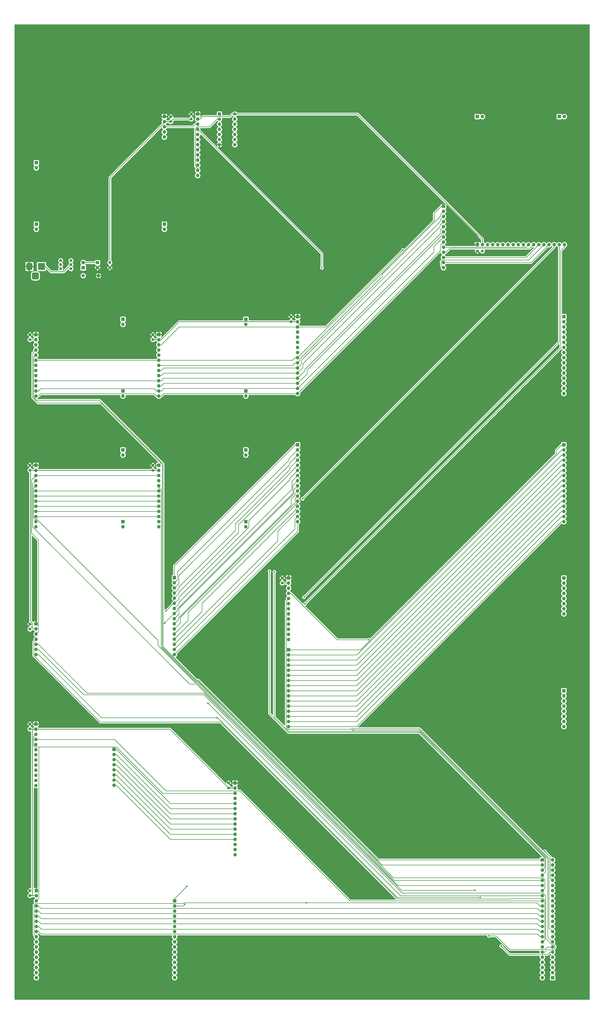
<source format=gbl>
G04 #@! TF.GenerationSoftware,KiCad,Pcbnew,(5.1.2)-2*
G04 #@! TF.CreationDate,2019-08-16T19:30:49+02:00*
G04 #@! TF.ProjectId,Main-Board,4d61696e-2d42-46f6-9172-642e6b696361,rev?*
G04 #@! TF.SameCoordinates,Original*
G04 #@! TF.FileFunction,Copper,L2,Bot*
G04 #@! TF.FilePolarity,Positive*
%FSLAX46Y46*%
G04 Gerber Fmt 4.6, Leading zero omitted, Abs format (unit mm)*
G04 Created by KiCad (PCBNEW (5.1.2)-2) date 2019-08-16 19:30:49*
%MOMM*%
%LPD*%
G04 APERTURE LIST*
%ADD10O,1.700000X1.700000*%
%ADD11R,1.700000X1.700000*%
%ADD12C,1.400000*%
%ADD13R,1.600000X1.600000*%
%ADD14C,1.600000*%
%ADD15R,3.500000X3.500000*%
%ADD16C,0.100000*%
%ADD17C,3.000000*%
%ADD18C,3.500000*%
%ADD19R,1.800000X1.800000*%
%ADD20C,1.800000*%
%ADD21O,1.600000X1.600000*%
%ADD22C,0.800000*%
%ADD23C,0.350000*%
%ADD24C,0.250000*%
%ADD25C,0.254000*%
G04 APERTURE END LIST*
D10*
X134620000Y-98933000D03*
X134620000Y-96393000D03*
X134620000Y-93853000D03*
X134620000Y-91313000D03*
D11*
X134620000Y-88773000D03*
D10*
X131858000Y-227330000D03*
X131858000Y-224790000D03*
X131858000Y-222250000D03*
X131858000Y-219710000D03*
X131858000Y-217170000D03*
X131858000Y-214630000D03*
X131858000Y-212090000D03*
X131858000Y-209550000D03*
X131858000Y-207010000D03*
X131858000Y-204470000D03*
X131858000Y-201930000D03*
X131858000Y-199390000D03*
D11*
X131858000Y-196850000D03*
D10*
X114078000Y-256540000D03*
D11*
X114078000Y-254000000D03*
X114078000Y-189230000D03*
D10*
X114078000Y-191770000D03*
X114078000Y-227330000D03*
D11*
X114078000Y-224790000D03*
X175038000Y-289560000D03*
D10*
X175038000Y-292100000D03*
X175038000Y-256540000D03*
D11*
X175038000Y-254000000D03*
X175038000Y-224790000D03*
D10*
X175038000Y-227330000D03*
X175038000Y-191770000D03*
D11*
X175038000Y-189230000D03*
X114078000Y-289560000D03*
D10*
X114078000Y-292100000D03*
D11*
X332740000Y-187960000D03*
D10*
X332740000Y-190500000D03*
X332740000Y-193040000D03*
X332740000Y-195580000D03*
X332740000Y-198120000D03*
X332740000Y-200660000D03*
X332740000Y-203200000D03*
X332740000Y-205740000D03*
X332740000Y-208280000D03*
X332740000Y-210820000D03*
X332740000Y-213360000D03*
X332740000Y-215900000D03*
X332740000Y-218440000D03*
X332740000Y-220980000D03*
X332740000Y-223520000D03*
X332740000Y-226060000D03*
X332740000Y-335280000D03*
X332740000Y-332740000D03*
X332740000Y-330200000D03*
X332740000Y-327660000D03*
X332740000Y-325120000D03*
X332740000Y-322580000D03*
X332740000Y-320040000D03*
D11*
X332740000Y-317500000D03*
X332740000Y-373380000D03*
D10*
X332740000Y-375920000D03*
X332740000Y-378460000D03*
X332740000Y-381000000D03*
X332740000Y-383540000D03*
X332740000Y-386080000D03*
X332740000Y-388620000D03*
X332740000Y-391160000D03*
X332994000Y-88773000D03*
D11*
X330454000Y-88773000D03*
X289814000Y-88773000D03*
D10*
X292354000Y-88773000D03*
X71120000Y-114173000D03*
D11*
X71120000Y-111633000D03*
X71120000Y-142113000D03*
D10*
X71120000Y-144653000D03*
X134620000Y-144653000D03*
D11*
X134620000Y-142113000D03*
D12*
X83185000Y-160147000D03*
X83185000Y-162179000D03*
X83185000Y-164211000D03*
X88265000Y-164211000D03*
X88265000Y-160147000D03*
X88265000Y-162179000D03*
D13*
X101473000Y-161163000D03*
D14*
X101473000Y-163663000D03*
D12*
X128905000Y-264120000D03*
X128905000Y-261620000D03*
X193040000Y-317500000D03*
X193040000Y-320000000D03*
X128905000Y-199350000D03*
X128905000Y-196850000D03*
X289814000Y-155448000D03*
X292314000Y-155448000D03*
X67945000Y-199350000D03*
X67945000Y-196850000D03*
X67945000Y-340360000D03*
X67945000Y-342860000D03*
X147955000Y-90003000D03*
X147955000Y-87503000D03*
X67945000Y-472440000D03*
X67945000Y-474940000D03*
X67945000Y-392390000D03*
X67945000Y-389890000D03*
X137795000Y-88813000D03*
X137795000Y-91313000D03*
X197485000Y-190460000D03*
X197485000Y-187960000D03*
X107569000Y-161163000D03*
X107569000Y-163663000D03*
X166497000Y-421600000D03*
X166497000Y-419100000D03*
X67945000Y-261620000D03*
X67945000Y-264120000D03*
D15*
X73660000Y-163068000D03*
D16*
G36*
X68483513Y-161321611D02*
G01*
X68556318Y-161332411D01*
X68627714Y-161350295D01*
X68697013Y-161375090D01*
X68763548Y-161406559D01*
X68826678Y-161444398D01*
X68885795Y-161488242D01*
X68940330Y-161537670D01*
X68989758Y-161592205D01*
X69033602Y-161651322D01*
X69071441Y-161714452D01*
X69102910Y-161780987D01*
X69127705Y-161850286D01*
X69145589Y-161921682D01*
X69156389Y-161994487D01*
X69160000Y-162068000D01*
X69160000Y-164068000D01*
X69156389Y-164141513D01*
X69145589Y-164214318D01*
X69127705Y-164285714D01*
X69102910Y-164355013D01*
X69071441Y-164421548D01*
X69033602Y-164484678D01*
X68989758Y-164543795D01*
X68940330Y-164598330D01*
X68885795Y-164647758D01*
X68826678Y-164691602D01*
X68763548Y-164729441D01*
X68697013Y-164760910D01*
X68627714Y-164785705D01*
X68556318Y-164803589D01*
X68483513Y-164814389D01*
X68410000Y-164818000D01*
X66910000Y-164818000D01*
X66836487Y-164814389D01*
X66763682Y-164803589D01*
X66692286Y-164785705D01*
X66622987Y-164760910D01*
X66556452Y-164729441D01*
X66493322Y-164691602D01*
X66434205Y-164647758D01*
X66379670Y-164598330D01*
X66330242Y-164543795D01*
X66286398Y-164484678D01*
X66248559Y-164421548D01*
X66217090Y-164355013D01*
X66192295Y-164285714D01*
X66174411Y-164214318D01*
X66163611Y-164141513D01*
X66160000Y-164068000D01*
X66160000Y-162068000D01*
X66163611Y-161994487D01*
X66174411Y-161921682D01*
X66192295Y-161850286D01*
X66217090Y-161780987D01*
X66248559Y-161714452D01*
X66286398Y-161651322D01*
X66330242Y-161592205D01*
X66379670Y-161537670D01*
X66434205Y-161488242D01*
X66493322Y-161444398D01*
X66556452Y-161406559D01*
X66622987Y-161375090D01*
X66692286Y-161350295D01*
X66763682Y-161332411D01*
X66836487Y-161321611D01*
X66910000Y-161318000D01*
X68410000Y-161318000D01*
X68483513Y-161321611D01*
X68483513Y-161321611D01*
G37*
D17*
X67660000Y-163068000D03*
D16*
G36*
X71620765Y-166022213D02*
G01*
X71705704Y-166034813D01*
X71788999Y-166055677D01*
X71869848Y-166084605D01*
X71947472Y-166121319D01*
X72021124Y-166165464D01*
X72090094Y-166216616D01*
X72153718Y-166274282D01*
X72211384Y-166337906D01*
X72262536Y-166406876D01*
X72306681Y-166480528D01*
X72343395Y-166558152D01*
X72372323Y-166639001D01*
X72393187Y-166722296D01*
X72405787Y-166807235D01*
X72410000Y-166893000D01*
X72410000Y-168643000D01*
X72405787Y-168728765D01*
X72393187Y-168813704D01*
X72372323Y-168896999D01*
X72343395Y-168977848D01*
X72306681Y-169055472D01*
X72262536Y-169129124D01*
X72211384Y-169198094D01*
X72153718Y-169261718D01*
X72090094Y-169319384D01*
X72021124Y-169370536D01*
X71947472Y-169414681D01*
X71869848Y-169451395D01*
X71788999Y-169480323D01*
X71705704Y-169501187D01*
X71620765Y-169513787D01*
X71535000Y-169518000D01*
X69785000Y-169518000D01*
X69699235Y-169513787D01*
X69614296Y-169501187D01*
X69531001Y-169480323D01*
X69450152Y-169451395D01*
X69372528Y-169414681D01*
X69298876Y-169370536D01*
X69229906Y-169319384D01*
X69166282Y-169261718D01*
X69108616Y-169198094D01*
X69057464Y-169129124D01*
X69013319Y-169055472D01*
X68976605Y-168977848D01*
X68947677Y-168896999D01*
X68926813Y-168813704D01*
X68914213Y-168728765D01*
X68910000Y-168643000D01*
X68910000Y-166893000D01*
X68914213Y-166807235D01*
X68926813Y-166722296D01*
X68947677Y-166639001D01*
X68976605Y-166558152D01*
X69013319Y-166480528D01*
X69057464Y-166406876D01*
X69108616Y-166337906D01*
X69166282Y-166274282D01*
X69229906Y-166216616D01*
X69298876Y-166165464D01*
X69372528Y-166121319D01*
X69450152Y-166084605D01*
X69531001Y-166055677D01*
X69614296Y-166034813D01*
X69699235Y-166022213D01*
X69785000Y-166018000D01*
X71535000Y-166018000D01*
X71620765Y-166022213D01*
X71620765Y-166022213D01*
G37*
D18*
X70660000Y-167768000D03*
D11*
X70993000Y-340233000D03*
D10*
X70993000Y-342773000D03*
X70993000Y-345313000D03*
X70993000Y-347853000D03*
X70993000Y-350393000D03*
X70993000Y-352933000D03*
X70993000Y-355473000D03*
D11*
X109633000Y-402463000D03*
D10*
X109633000Y-405003000D03*
X109633000Y-407543000D03*
X109633000Y-410083000D03*
X109633000Y-412623000D03*
X109633000Y-415163000D03*
X109633000Y-417703000D03*
X109633000Y-420243000D03*
D11*
X196215000Y-317500000D03*
D10*
X196215000Y-320040000D03*
X196215000Y-322580000D03*
X196215000Y-325120000D03*
X196215000Y-327660000D03*
X196215000Y-330200000D03*
X196215000Y-332740000D03*
X196215000Y-335280000D03*
X196215000Y-337820000D03*
X196215000Y-340360000D03*
X196215000Y-342900000D03*
X196215000Y-345440000D03*
X196215000Y-347980000D03*
X70898300Y-227330000D03*
X70898300Y-224790000D03*
X70898300Y-222250000D03*
X70898300Y-219710000D03*
X70898300Y-217170000D03*
X70898300Y-214630000D03*
X70898300Y-212090000D03*
X70898300Y-209550000D03*
X70898300Y-207010000D03*
X70898300Y-204470000D03*
X70898300Y-201930000D03*
X70898300Y-199390000D03*
D11*
X70898300Y-196850000D03*
X70898300Y-261620000D03*
D10*
X70898300Y-264160000D03*
X70898300Y-266700000D03*
X70898300Y-269240000D03*
X70898300Y-271780000D03*
X70898300Y-274320000D03*
X70898300Y-276860000D03*
X70898300Y-279400000D03*
X70898300Y-281940000D03*
X70898300Y-284480000D03*
X70898300Y-287020000D03*
X70898300Y-289560000D03*
X70898300Y-292100000D03*
X131858000Y-292100000D03*
X131858000Y-289560000D03*
X131858000Y-287020000D03*
X131858000Y-284480000D03*
X131858000Y-281940000D03*
X131858000Y-279400000D03*
X131858000Y-276860000D03*
X131858000Y-274320000D03*
X131858000Y-271780000D03*
X131858000Y-269240000D03*
X131858000Y-266700000D03*
X131858000Y-264160000D03*
D11*
X131858000Y-261620000D03*
D10*
X151130000Y-117983000D03*
X151130000Y-115443000D03*
X151130000Y-112903000D03*
X151130000Y-110363000D03*
X151130000Y-107823000D03*
X151130000Y-105283000D03*
X151130000Y-102743000D03*
X151130000Y-100203000D03*
X151130000Y-97663000D03*
X151130000Y-95123000D03*
X151130000Y-92583000D03*
X151130000Y-90043000D03*
D11*
X151130000Y-87503000D03*
X273050000Y-133223000D03*
D10*
X273050000Y-135763000D03*
X273050000Y-138303000D03*
X273050000Y-140843000D03*
X273050000Y-143383000D03*
X273050000Y-145923000D03*
X273050000Y-148463000D03*
X273050000Y-151003000D03*
X273050000Y-153543000D03*
X273050000Y-156083000D03*
X273050000Y-158623000D03*
X273050000Y-161163000D03*
X273050000Y-163703000D03*
D11*
X70898300Y-389890000D03*
D10*
X70898300Y-392430000D03*
X70898300Y-394970000D03*
X70898300Y-397510000D03*
X70898300Y-400050000D03*
X70898300Y-402590000D03*
X70898300Y-405130000D03*
X70898300Y-407670000D03*
X70898300Y-410210000D03*
X70898300Y-412750000D03*
X70898300Y-415290000D03*
X70898300Y-417830000D03*
X70898300Y-420370000D03*
D11*
X169672000Y-419100000D03*
D10*
X169672000Y-421640000D03*
X169672000Y-424180000D03*
X169672000Y-426720000D03*
X169672000Y-429260000D03*
X169672000Y-431800000D03*
X169672000Y-434340000D03*
X169672000Y-436880000D03*
X169672000Y-439420000D03*
X169672000Y-441960000D03*
X169672000Y-444500000D03*
X169672000Y-447040000D03*
X169672000Y-449580000D03*
X169672000Y-452120000D03*
X169672000Y-454660000D03*
X196215000Y-391160000D03*
X196215000Y-388620000D03*
X196215000Y-386080000D03*
X196215000Y-383540000D03*
X196215000Y-381000000D03*
X196215000Y-378460000D03*
X196215000Y-375920000D03*
X196215000Y-373380000D03*
X196215000Y-370840000D03*
X196215000Y-368300000D03*
X196215000Y-365760000D03*
X196215000Y-363220000D03*
X196215000Y-360680000D03*
X196215000Y-358140000D03*
X196215000Y-355600000D03*
D11*
X196215000Y-353060000D03*
X332740000Y-251460000D03*
D10*
X332740000Y-254000000D03*
X332740000Y-256540000D03*
X332740000Y-259080000D03*
X332740000Y-261620000D03*
X332740000Y-264160000D03*
X332740000Y-266700000D03*
X332740000Y-269240000D03*
X332740000Y-271780000D03*
X332740000Y-274320000D03*
X332740000Y-276860000D03*
X332740000Y-279400000D03*
X332740000Y-281940000D03*
X332740000Y-284480000D03*
X332740000Y-287020000D03*
X332740000Y-289560000D03*
X200660000Y-289560000D03*
X200660000Y-287020000D03*
X200660000Y-284480000D03*
X200660000Y-281940000D03*
X200660000Y-279400000D03*
X200660000Y-276860000D03*
X200660000Y-274320000D03*
X200660000Y-271780000D03*
X200660000Y-269240000D03*
X200660000Y-266700000D03*
X200660000Y-264160000D03*
X200660000Y-261620000D03*
X200660000Y-259080000D03*
X200660000Y-256540000D03*
X200660000Y-254000000D03*
D11*
X200660000Y-251460000D03*
X139700000Y-477520000D03*
D10*
X139700000Y-480060000D03*
X139700000Y-482600000D03*
X139700000Y-485140000D03*
X139700000Y-487680000D03*
X139700000Y-490220000D03*
X139700000Y-492760000D03*
X139700000Y-495300000D03*
X139700000Y-497840000D03*
X139700000Y-500380000D03*
X139700000Y-502920000D03*
X139700000Y-505460000D03*
X139700000Y-508000000D03*
X139700000Y-510540000D03*
X139700000Y-513080000D03*
X139700000Y-515620000D03*
X200660000Y-226060000D03*
X200660000Y-223520000D03*
X200660000Y-220980000D03*
X200660000Y-218440000D03*
X200660000Y-215900000D03*
X200660000Y-213360000D03*
X200660000Y-210820000D03*
X200660000Y-208280000D03*
X200660000Y-205740000D03*
X200660000Y-203200000D03*
X200660000Y-200660000D03*
X200660000Y-198120000D03*
X200660000Y-195580000D03*
X200660000Y-193040000D03*
X200660000Y-190500000D03*
D11*
X200660000Y-187960000D03*
X139573000Y-317373000D03*
D10*
X139573000Y-319913000D03*
X139573000Y-322453000D03*
X139573000Y-324993000D03*
X139573000Y-327533000D03*
X139573000Y-330073000D03*
X139573000Y-332613000D03*
X139573000Y-335153000D03*
X139573000Y-337693000D03*
X139573000Y-340233000D03*
X139573000Y-342773000D03*
X139573000Y-345313000D03*
X139573000Y-347853000D03*
X139573000Y-350393000D03*
X139573000Y-352933000D03*
X139573000Y-355473000D03*
X332994000Y-152273000D03*
X330454000Y-152273000D03*
X327914000Y-152273000D03*
X325374000Y-152273000D03*
X322834000Y-152273000D03*
X320294000Y-152273000D03*
X317754000Y-152273000D03*
X315214000Y-152273000D03*
X312674000Y-152273000D03*
X310134000Y-152273000D03*
X307594000Y-152273000D03*
X305054000Y-152273000D03*
X302514000Y-152273000D03*
X299974000Y-152273000D03*
X297434000Y-152273000D03*
X294894000Y-152273000D03*
X292354000Y-152273000D03*
D11*
X289814000Y-152273000D03*
X71120000Y-472440000D03*
D10*
X71120000Y-474980000D03*
X71120000Y-477520000D03*
X71120000Y-480060000D03*
X71120000Y-482600000D03*
X71120000Y-485140000D03*
X71120000Y-487680000D03*
X71120000Y-490220000D03*
X71120000Y-492760000D03*
X71120000Y-495300000D03*
X71120000Y-497840000D03*
X71120000Y-500380000D03*
X71120000Y-502920000D03*
X71120000Y-505460000D03*
X71120000Y-508000000D03*
X71120000Y-510540000D03*
X71120000Y-513080000D03*
X71120000Y-515620000D03*
D11*
X322072000Y-457200000D03*
D10*
X322072000Y-459740000D03*
X322072000Y-462280000D03*
X322072000Y-464820000D03*
X322072000Y-467360000D03*
X322072000Y-469900000D03*
X322072000Y-472440000D03*
X322072000Y-474980000D03*
X322072000Y-477520000D03*
X322072000Y-480060000D03*
X322072000Y-482600000D03*
X322072000Y-485140000D03*
X322072000Y-487680000D03*
X322072000Y-490220000D03*
X322072000Y-492760000D03*
X322072000Y-495300000D03*
X322072000Y-497840000D03*
X322072000Y-500380000D03*
X322072000Y-502920000D03*
X322072000Y-505460000D03*
X322072000Y-508000000D03*
X322072000Y-510540000D03*
X322072000Y-513080000D03*
X322072000Y-515620000D03*
X327152000Y-457200000D03*
X327152000Y-459740000D03*
X327152000Y-462280000D03*
X327152000Y-464820000D03*
X327152000Y-467360000D03*
X327152000Y-469900000D03*
X327152000Y-472440000D03*
X327152000Y-474980000D03*
X327152000Y-477520000D03*
X327152000Y-480060000D03*
X327152000Y-482600000D03*
X327152000Y-485140000D03*
X327152000Y-487680000D03*
X327152000Y-490220000D03*
X327152000Y-492760000D03*
X327152000Y-495300000D03*
X327152000Y-497840000D03*
X327152000Y-500380000D03*
X327152000Y-502920000D03*
X327152000Y-505460000D03*
X327152000Y-508000000D03*
X327152000Y-510540000D03*
X327152000Y-513080000D03*
D11*
X327152000Y-515620000D03*
D19*
X94361000Y-163703000D03*
D20*
X94361000Y-161163000D03*
D13*
X161925000Y-87503000D03*
D21*
X169545000Y-102743000D03*
X161925000Y-90043000D03*
X169545000Y-100203000D03*
X161925000Y-92583000D03*
X169545000Y-97663000D03*
X161925000Y-95123000D03*
X169545000Y-95123000D03*
X161925000Y-97663000D03*
X169545000Y-92583000D03*
X161925000Y-100203000D03*
X169545000Y-90043000D03*
X161925000Y-102743000D03*
X169545000Y-87503000D03*
D14*
X94361000Y-167640000D03*
D21*
X101981000Y-167640000D03*
D22*
X203133500Y-278228800D03*
X301664700Y-499962500D03*
X295499300Y-494876400D03*
X228177700Y-392852100D03*
X235870000Y-348103900D03*
X323302400Y-453015600D03*
X212735200Y-163720700D03*
X291309000Y-475872300D03*
X160756900Y-386731700D03*
X288659700Y-472319300D03*
X205104700Y-478484700D03*
X156247500Y-379499100D03*
X189119100Y-314428400D03*
X186698100Y-314132900D03*
X252921600Y-154907600D03*
X204359300Y-330271200D03*
X203869100Y-326988700D03*
X145715500Y-470329200D03*
X144755900Y-479239000D03*
X135427400Y-333750100D03*
X134702000Y-339862600D03*
D23*
X68261400Y-264160000D02*
X68261400Y-338909900D01*
X68261400Y-338909900D02*
X69029800Y-339678300D01*
X69029800Y-339678300D02*
X69029800Y-341775200D01*
X69029800Y-341775200D02*
X68899900Y-341905100D01*
X67945000Y-264120000D02*
X68221400Y-264120000D01*
X68221400Y-264120000D02*
X68261400Y-264160000D01*
X68261400Y-264160000D02*
X69673000Y-264160000D01*
X68899900Y-341905100D02*
X67945000Y-342860000D01*
X69767700Y-342773000D02*
X68899900Y-341905100D01*
X70898300Y-264160000D02*
X69673000Y-264160000D01*
X147955000Y-90003000D02*
X139105000Y-90003000D01*
X139105000Y-90003000D02*
X137795000Y-91313000D01*
X151130000Y-90043000D02*
X152355300Y-90043000D01*
X169545000Y-87503000D02*
X168369700Y-87503000D01*
X168369700Y-87503000D02*
X167194400Y-88678300D01*
X167194400Y-88678300D02*
X153720000Y-88678300D01*
X153720000Y-88678300D02*
X152355300Y-90043000D01*
X292354000Y-152273000D02*
X292354000Y-149507800D01*
X292354000Y-149507800D02*
X230349200Y-87503000D01*
X230349200Y-87503000D02*
X169545000Y-87503000D01*
X70993000Y-342773000D02*
X69767700Y-342773000D01*
X69673000Y-392430000D02*
X69191000Y-392912000D01*
X69191000Y-392912000D02*
X69191000Y-474940000D01*
X70898300Y-392430000D02*
X69673000Y-392430000D01*
X70898300Y-392430000D02*
X137327000Y-392430000D01*
X137327000Y-392430000D02*
X166497000Y-421600000D01*
X135218200Y-91313000D02*
X107569000Y-118962200D01*
X107569000Y-118962200D02*
X107569000Y-161163000D01*
X94361000Y-161163000D02*
X101473000Y-161163000D01*
X135218200Y-91313000D02*
X135845300Y-91313000D01*
X134620000Y-91313000D02*
X135218200Y-91313000D01*
X200660000Y-190500000D02*
X199434700Y-190500000D01*
X197485000Y-190460000D02*
X199394700Y-190460000D01*
X199394700Y-190460000D02*
X199434700Y-190500000D01*
X133083300Y-199390000D02*
X142013300Y-190460000D01*
X142013300Y-190460000D02*
X197485000Y-190460000D01*
X69191000Y-474940000D02*
X69854700Y-474940000D01*
X67945000Y-474940000D02*
X69191000Y-474940000D01*
X131858000Y-199390000D02*
X130632700Y-199390000D01*
X128905000Y-199350000D02*
X130592700Y-199350000D01*
X130592700Y-199350000D02*
X130632700Y-199390000D01*
X137795000Y-91313000D02*
X135845300Y-91313000D01*
X131858000Y-199390000D02*
X133083300Y-199390000D01*
X196215000Y-320040000D02*
X194989700Y-320040000D01*
X193040000Y-320000000D02*
X194949700Y-320000000D01*
X194949700Y-320000000D02*
X194989700Y-320040000D01*
X169672000Y-421640000D02*
X168446700Y-421640000D01*
X166497000Y-421600000D02*
X168406700Y-421600000D01*
X168406700Y-421600000D02*
X168446700Y-421640000D01*
X128905000Y-264140000D02*
X130612700Y-264140000D01*
X130612700Y-264140000D02*
X130632700Y-264160000D01*
X70898300Y-264160000D02*
X128885000Y-264160000D01*
X128885000Y-264160000D02*
X128905000Y-264140000D01*
X128905000Y-264140000D02*
X128905000Y-264120000D01*
X131858000Y-264160000D02*
X130632700Y-264160000D01*
X67945000Y-199350000D02*
X67985000Y-199390000D01*
X67985000Y-199390000D02*
X70898300Y-199390000D01*
X70858300Y-392390000D02*
X70898300Y-392430000D01*
X67945000Y-392390000D02*
X70858300Y-392390000D01*
X71080000Y-474940000D02*
X71120000Y-474980000D01*
X67945000Y-474940000D02*
X71080000Y-474940000D01*
D24*
X327914000Y-153448300D02*
X203133500Y-278228800D01*
X327914000Y-152273000D02*
X327914000Y-153448300D01*
X151130000Y-115443000D02*
X151130000Y-114267700D01*
X161925000Y-90043000D02*
X160799700Y-90043000D01*
X160799700Y-90043000D02*
X156989700Y-93853000D01*
X156989700Y-93853000D02*
X150645900Y-93853000D01*
X150645900Y-93853000D02*
X149954700Y-94544200D01*
X149954700Y-94544200D02*
X149954700Y-113459800D01*
X149954700Y-113459800D02*
X150762600Y-114267700D01*
X150762600Y-114267700D02*
X151130000Y-114267700D01*
X325976700Y-502920000D02*
X324786100Y-504110600D01*
X324786100Y-504110600D02*
X305812800Y-504110600D01*
X305812800Y-504110600D02*
X301664700Y-499962500D01*
X327152000Y-502920000D02*
X325976700Y-502920000D01*
X327152000Y-500380000D02*
X324667700Y-500380000D01*
X324667700Y-500380000D02*
X323459200Y-501588500D01*
X323459200Y-501588500D02*
X305863200Y-501588500D01*
X305863200Y-501588500D02*
X299151100Y-494876400D01*
X299151100Y-494876400D02*
X295499300Y-494876400D01*
X261173700Y-392852100D02*
X228177700Y-392852100D01*
X324767300Y-456445700D02*
X261173700Y-392852100D01*
X324767300Y-495455300D02*
X324767300Y-456445700D01*
X327152000Y-497840000D02*
X324767300Y-495455300D01*
X196215000Y-325120000D02*
X197390300Y-325120000D01*
X235870000Y-348103900D02*
X220374200Y-348103900D01*
X220374200Y-348103900D02*
X197390300Y-325120000D01*
X195039700Y-328835300D02*
X196215000Y-327660000D01*
X195039700Y-391647300D02*
X195039700Y-328835300D01*
X227214900Y-392401800D02*
X195794200Y-392401800D01*
X325284000Y-490892000D02*
X325284000Y-456325500D01*
X325284000Y-456325500D02*
X261085300Y-392126800D01*
X195794200Y-392401800D02*
X195039700Y-391647300D01*
X261085300Y-392126800D02*
X227489900Y-392126800D01*
X327152000Y-492760000D02*
X325284000Y-490892000D01*
X227489900Y-392126800D02*
X227214900Y-392401800D01*
X325976700Y-455689900D02*
X323302400Y-453015600D01*
X325976700Y-466184700D02*
X325976700Y-455689900D01*
X327152000Y-467360000D02*
X325976700Y-466184700D01*
X151130000Y-95123000D02*
X212735200Y-156728200D01*
X212735200Y-156728200D02*
X212735200Y-158242000D01*
X212735200Y-163720700D02*
X212735200Y-158242000D01*
X160756900Y-386731700D02*
X161033200Y-386731700D01*
X161033200Y-386731700D02*
X250173800Y-475872300D01*
X250173800Y-475872300D02*
X291309000Y-475872300D01*
X72168300Y-355473000D02*
X103427000Y-386731700D01*
X103427000Y-386731700D02*
X160756900Y-386731700D01*
X70993000Y-355473000D02*
X72168300Y-355473000D01*
X72168300Y-352933000D02*
X94562900Y-375327600D01*
X94562900Y-375327600D02*
X154245100Y-375327600D01*
X154245100Y-375327600D02*
X252546600Y-473629100D01*
X252546600Y-473629100D02*
X322388300Y-473629100D01*
X322388300Y-473629100D02*
X323713600Y-474954400D01*
X323713600Y-474954400D02*
X323713600Y-496109600D01*
X323713600Y-496109600D02*
X326714000Y-499110000D01*
X326714000Y-499110000D02*
X327553700Y-499110000D01*
X327553700Y-499110000D02*
X328360400Y-499916700D01*
X328360400Y-499916700D02*
X328360400Y-500862200D01*
X328360400Y-500862200D02*
X327477900Y-501744700D01*
X327477900Y-501744700D02*
X324422600Y-501744700D01*
X324422600Y-501744700D02*
X323247300Y-502920000D01*
X70993000Y-352933000D02*
X72168300Y-352933000D01*
X322072000Y-502920000D02*
X323247300Y-502920000D01*
X70993000Y-350393000D02*
X72168300Y-350393000D01*
X288659700Y-472319300D02*
X252143700Y-472319300D01*
X252143700Y-472319300D02*
X154365100Y-374540700D01*
X154365100Y-374540700D02*
X96316000Y-374540700D01*
X96316000Y-374540700D02*
X72168300Y-350393000D01*
X69814700Y-349031300D02*
X70993000Y-347853000D01*
X69814700Y-355969200D02*
X69814700Y-349031300D01*
X250190200Y-476616100D02*
X162480900Y-388906800D01*
X306438900Y-476616100D02*
X250190200Y-476616100D01*
X322072000Y-497840000D02*
X323263300Y-496648700D01*
X323263300Y-477041100D02*
X322554200Y-476332000D01*
X323263300Y-496648700D02*
X323263300Y-477041100D01*
X102752300Y-388906800D02*
X69814700Y-355969200D01*
X162480900Y-388906800D02*
X102752300Y-388906800D01*
X322554200Y-476332000D02*
X306723000Y-476332000D01*
X306723000Y-476332000D02*
X306438900Y-476616100D01*
X71120000Y-492760000D02*
X72295300Y-492760000D01*
X322072000Y-495300000D02*
X320896700Y-495300000D01*
X320896700Y-495300000D02*
X319532000Y-493935300D01*
X319532000Y-493935300D02*
X73470600Y-493935300D01*
X73470600Y-493935300D02*
X72295300Y-492760000D01*
X322072000Y-492760000D02*
X320896700Y-492760000D01*
X71120000Y-490220000D02*
X72295300Y-490220000D01*
X72295300Y-490220000D02*
X73660000Y-491584700D01*
X73660000Y-491584700D02*
X319721400Y-491584700D01*
X319721400Y-491584700D02*
X320896700Y-492760000D01*
X71120000Y-487680000D02*
X72295300Y-487680000D01*
X322072000Y-490220000D02*
X320896700Y-490220000D01*
X320896700Y-490220000D02*
X319532000Y-488855300D01*
X319532000Y-488855300D02*
X73470600Y-488855300D01*
X73470600Y-488855300D02*
X72295300Y-487680000D01*
X71120000Y-485140000D02*
X72295300Y-485140000D01*
X322072000Y-487680000D02*
X320896700Y-487680000D01*
X320896700Y-487680000D02*
X319532000Y-486315300D01*
X319532000Y-486315300D02*
X73470600Y-486315300D01*
X73470600Y-486315300D02*
X72295300Y-485140000D01*
X72295300Y-482600000D02*
X73470600Y-483775300D01*
X73470600Y-483775300D02*
X319532000Y-483775300D01*
X319532000Y-483775300D02*
X320896700Y-485140000D01*
X71120000Y-482600000D02*
X72295300Y-482600000D01*
X322072000Y-485140000D02*
X320896700Y-485140000D01*
X72295300Y-480060000D02*
X73470600Y-481235300D01*
X73470600Y-481235300D02*
X319532000Y-481235300D01*
X319532000Y-481235300D02*
X320896700Y-482600000D01*
X71120000Y-480060000D02*
X72295300Y-480060000D01*
X322072000Y-482600000D02*
X320896700Y-482600000D01*
X205104700Y-478484700D02*
X319321400Y-478484700D01*
X319321400Y-478484700D02*
X320896700Y-480060000D01*
X322072000Y-480060000D02*
X320896700Y-480060000D01*
X144241200Y-478484700D02*
X205104700Y-478484700D01*
X69944700Y-479502300D02*
X70657000Y-478790000D01*
X69944700Y-494124700D02*
X69944700Y-479502300D01*
X71120000Y-495300000D02*
X69944700Y-494124700D01*
X70657000Y-478790000D02*
X143935900Y-478790000D01*
X143935900Y-478790000D02*
X144241200Y-478484700D01*
X322072000Y-477520000D02*
X320896700Y-477520000D01*
X70898300Y-397510000D02*
X109938300Y-397510000D01*
X109938300Y-397510000D02*
X135415200Y-422986900D01*
X135415200Y-422986900D02*
X172075700Y-422986900D01*
X172075700Y-422986900D02*
X226608800Y-477520000D01*
X226608800Y-477520000D02*
X320896700Y-477520000D01*
X320896700Y-474980000D02*
X251728400Y-474980000D01*
X251728400Y-474980000D02*
X156247500Y-379499100D01*
X322072000Y-474980000D02*
X320896700Y-474980000D01*
X132225400Y-272955300D02*
X131858000Y-272955300D01*
X133033300Y-273763200D02*
X132225400Y-272955300D01*
X150246600Y-369083100D02*
X133033300Y-351869800D01*
X322072000Y-472440000D02*
X323257500Y-471254500D01*
X133033300Y-351869800D02*
X133033300Y-273763200D01*
X323257500Y-466878000D02*
X322469500Y-466090000D01*
X323257500Y-471254500D02*
X323257500Y-466878000D01*
X131858000Y-272955300D02*
X131858000Y-271780000D01*
X151202100Y-369083100D02*
X150246600Y-369083100D01*
X322469500Y-466090000D02*
X248209000Y-466090000D01*
X248209000Y-466090000D02*
X151202100Y-369083100D01*
X320896700Y-469900000D02*
X322072000Y-469900000D01*
X250361300Y-469900000D02*
X320896700Y-469900000D01*
X70898300Y-269240000D02*
X69253200Y-270885100D01*
X69253200Y-270885100D02*
X69253200Y-292188100D01*
X69253200Y-292188100D02*
X147129800Y-370064700D01*
X150526000Y-370064700D02*
X250361300Y-469900000D01*
X147129800Y-370064700D02*
X150526000Y-370064700D01*
X150060100Y-369533500D02*
X150697000Y-369533500D01*
X131432800Y-348422100D02*
X131432800Y-350906200D01*
X70898300Y-271780000D02*
X69723000Y-272955300D01*
X69723000Y-287599900D02*
X70413100Y-288290000D01*
X131432800Y-350906200D02*
X150060100Y-369533500D01*
X69723000Y-272955300D02*
X69723000Y-287599900D01*
X248523500Y-467360000D02*
X322072000Y-467360000D01*
X150697000Y-369533500D02*
X248523500Y-467360000D01*
X70413100Y-288290000D02*
X71300700Y-288290000D01*
X71300700Y-288290000D02*
X131432800Y-348422100D01*
X189119100Y-386441000D02*
X189119100Y-314428400D01*
X322072000Y-464820000D02*
X323745300Y-463146700D01*
X323745300Y-463146700D02*
X323745300Y-456070100D01*
X323745300Y-456070100D02*
X261252600Y-393577400D01*
X261252600Y-393577400D02*
X196255500Y-393577400D01*
X196255500Y-393577400D02*
X189119100Y-386441000D01*
X323247300Y-461104700D02*
X323247300Y-456209300D01*
X323247300Y-456209300D02*
X261065700Y-394027700D01*
X186698100Y-384656900D02*
X186698100Y-314132900D01*
X322072000Y-462280000D02*
X323247300Y-461104700D01*
X196068900Y-394027700D02*
X186698100Y-384656900D01*
X261065700Y-394027700D02*
X196068900Y-394027700D01*
X242495900Y-459740000D02*
X320896700Y-459740000D01*
X150274100Y-368473700D02*
X151229600Y-368473700D01*
X133526400Y-351726000D02*
X150274100Y-368473700D01*
X70898300Y-204470000D02*
X69267300Y-206101000D01*
X103177400Y-230767800D02*
X133526400Y-261116800D01*
X151229600Y-368473700D02*
X242495900Y-459740000D01*
X69267300Y-206101000D02*
X69267300Y-228052000D01*
X320896700Y-459740000D02*
X322072000Y-459740000D01*
X69267300Y-228052000D02*
X71983100Y-230767800D01*
X133526400Y-261116800D02*
X133526400Y-351726000D01*
X71983100Y-230767800D02*
X103177400Y-230767800D01*
X320896700Y-457200000D02*
X322072000Y-457200000D01*
X151416200Y-368023400D02*
X240592800Y-457200000D01*
X150460700Y-368023400D02*
X151416200Y-368023400D01*
X133976700Y-260930200D02*
X133976700Y-351539400D01*
X70898300Y-207010000D02*
X69723000Y-208185300D01*
X69723000Y-208185300D02*
X69723000Y-227870800D01*
X133976700Y-351539400D02*
X150460700Y-368023400D01*
X71186700Y-229334500D02*
X102381000Y-229334500D01*
X240592800Y-457200000D02*
X320896700Y-457200000D01*
X69723000Y-227870800D02*
X71186700Y-229334500D01*
X102381000Y-229334500D02*
X133976700Y-260930200D01*
X72342800Y-401287600D02*
X110808400Y-401287600D01*
X110808400Y-401287600D02*
X133700800Y-424180000D01*
X133700800Y-424180000D02*
X169672000Y-424180000D01*
X201835300Y-193040000D02*
X214789200Y-193040000D01*
X214789200Y-193040000D02*
X252921600Y-154907600D01*
X151130000Y-92583000D02*
X149954700Y-92583000D01*
X134620000Y-93853000D02*
X148684700Y-93853000D01*
X148684700Y-93853000D02*
X149954700Y-92583000D01*
X200660000Y-193040000D02*
X201835300Y-193040000D01*
X133033300Y-201930000D02*
X141923300Y-193040000D01*
X141923300Y-193040000D02*
X200660000Y-193040000D01*
X131858000Y-201930000D02*
X133033300Y-201930000D01*
X70898300Y-266700000D02*
X131858000Y-266700000D01*
X68802800Y-268795500D02*
X70898300Y-266700000D01*
X68802800Y-295300100D02*
X68802800Y-268795500D01*
X72168400Y-298665700D02*
X68802800Y-295300100D01*
X72168400Y-344137600D02*
X72168400Y-298665700D01*
X70993000Y-345313000D02*
X72168400Y-344137600D01*
X70459800Y-401287600D02*
X72342800Y-401287600D01*
X69723000Y-396145300D02*
X69723000Y-400550800D01*
X69723000Y-400550800D02*
X70459800Y-401287600D01*
X70898300Y-394970000D02*
X69723000Y-396145300D01*
X72342800Y-476297200D02*
X72342800Y-474980000D01*
X71120000Y-477520000D02*
X72342800Y-476297200D01*
X72342800Y-474980000D02*
X72342800Y-401287600D01*
X200447900Y-208280000D02*
X200575100Y-208280000D01*
X200447900Y-208280000D02*
X199484700Y-208280000D01*
X200660000Y-208280000D02*
X200447900Y-208280000D01*
X131858000Y-209550000D02*
X198214700Y-209550000D01*
X198214700Y-209550000D02*
X199484700Y-208280000D01*
X70898300Y-209550000D02*
X131858000Y-209550000D01*
X70898300Y-274320000D02*
X131858000Y-274320000D01*
X268393100Y-136779900D02*
X268393100Y-140462000D01*
X271950000Y-133223000D02*
X268393100Y-136779900D01*
X273050000Y-133223000D02*
X271950000Y-133223000D01*
X200575100Y-208280000D02*
X268393100Y-140462000D01*
X70898300Y-276860000D02*
X131858000Y-276860000D01*
X200660000Y-210820000D02*
X199484700Y-210820000D01*
X199484700Y-210820000D02*
X198214700Y-212090000D01*
X198214700Y-212090000D02*
X131858000Y-212090000D01*
X271526000Y-138094900D02*
X271526000Y-137287000D01*
X200660000Y-210820000D02*
X201803000Y-209677000D01*
X201803000Y-209677000D02*
X201803000Y-208869100D01*
X271526000Y-137287000D02*
X273050000Y-135763000D01*
X242712800Y-166908100D02*
X271526000Y-138094900D01*
X201803000Y-208869100D02*
X242712800Y-167959300D01*
X242712800Y-167959300D02*
X242712800Y-166908100D01*
X133033300Y-214630000D02*
X134303300Y-213360000D01*
X134303300Y-213360000D02*
X200660000Y-213360000D01*
X70898300Y-279400000D02*
X131858000Y-279400000D01*
X131858000Y-214630000D02*
X133033300Y-214630000D01*
X273050000Y-138303000D02*
X271444900Y-139908100D01*
X271444900Y-139908100D02*
X271444900Y-140716000D01*
X202565000Y-211455000D02*
X202565000Y-209595900D01*
X200660000Y-213360000D02*
X202565000Y-211455000D01*
X271444900Y-140716000D02*
X202565000Y-209595900D01*
X70898300Y-281940000D02*
X131858000Y-281940000D01*
X131858000Y-217170000D02*
X133033300Y-217170000D01*
X200660000Y-215900000D02*
X134303300Y-215900000D01*
X134303300Y-215900000D02*
X133033300Y-217170000D01*
X273050000Y-140843000D02*
X271399000Y-142494000D01*
X271399000Y-142494000D02*
X271399000Y-143301900D01*
X203327000Y-213233000D02*
X203327000Y-211373900D01*
X200660000Y-215900000D02*
X203327000Y-213233000D01*
X271399000Y-143301900D02*
X203327000Y-211373900D01*
X133033300Y-219710000D02*
X134303300Y-218440000D01*
X134303300Y-218440000D02*
X200660000Y-218440000D01*
X70898300Y-219710000D02*
X131858000Y-219710000D01*
X70898300Y-284480000D02*
X131858000Y-284480000D01*
X131858000Y-219710000D02*
X133033300Y-219710000D01*
X271480100Y-144952900D02*
X271480100Y-146812000D01*
X273050000Y-143383000D02*
X271480100Y-144952900D01*
X204297100Y-214802900D02*
X204297100Y-213995000D01*
X200660000Y-218440000D02*
X204297100Y-214802900D01*
X204297100Y-213995000D02*
X271480100Y-146812000D01*
X133033300Y-222250000D02*
X134303300Y-220980000D01*
X134303300Y-220980000D02*
X200660000Y-220980000D01*
X70898300Y-287020000D02*
X131858000Y-287020000D01*
X131858000Y-222250000D02*
X133033300Y-222250000D01*
X273050000Y-145923000D02*
X272200001Y-146772999D01*
X272200001Y-146772999D02*
X272200001Y-147580899D01*
X205404900Y-216235100D02*
X205404900Y-214376000D01*
X200660000Y-220980000D02*
X205404900Y-216235100D01*
X272200001Y-147580899D02*
X205404900Y-214376000D01*
X200660000Y-223520000D02*
X134303300Y-223520000D01*
X134303300Y-223520000D02*
X133033300Y-224790000D01*
X131858000Y-224790000D02*
X130682700Y-224790000D01*
X70898300Y-224790000D02*
X72073600Y-224790000D01*
X72073600Y-224790000D02*
X73248900Y-223614700D01*
X73248900Y-223614700D02*
X129507400Y-223614700D01*
X129507400Y-223614700D02*
X130682700Y-224790000D01*
X131858000Y-224790000D02*
X133033300Y-224790000D01*
X268224000Y-153289000D02*
X272034000Y-149479000D01*
X268224000Y-155956000D02*
X268224000Y-153289000D01*
X272034000Y-149479000D02*
X273050000Y-148463000D01*
X200660000Y-223520000D02*
X268224000Y-155956000D01*
X133033300Y-227330000D02*
X134303300Y-226060000D01*
X134303300Y-226060000D02*
X200660000Y-226060000D01*
X131858000Y-227330000D02*
X130682700Y-227330000D01*
X70898300Y-227330000D02*
X72073600Y-227330000D01*
X72073600Y-227330000D02*
X73248900Y-226154700D01*
X73248900Y-226154700D02*
X129507400Y-226154700D01*
X129507400Y-226154700D02*
X130682700Y-227330000D01*
X131858000Y-227330000D02*
X133033300Y-227330000D01*
X271607000Y-152446000D02*
X273050000Y-151003000D01*
X271607000Y-155113000D02*
X271607000Y-152446000D01*
X200660000Y-226060000D02*
X271607000Y-155113000D01*
X204359300Y-330271200D02*
X331129400Y-203501100D01*
X331129400Y-203501100D02*
X331129400Y-155312900D01*
X331129400Y-155312900D02*
X332994000Y-153448300D01*
X332994000Y-152273000D02*
X332994000Y-153448300D01*
X330454000Y-153448300D02*
X330454000Y-200403800D01*
X330454000Y-200403800D02*
X203869100Y-326988700D01*
X330454000Y-152273000D02*
X330454000Y-153448300D01*
X316484000Y-161163000D02*
X274225300Y-161163000D01*
X274225300Y-161163000D02*
X273050000Y-161163000D01*
X325374000Y-152273000D02*
X316484000Y-161163000D01*
X272629300Y-159893000D02*
X315214000Y-159893000D01*
X271874700Y-162527700D02*
X271874700Y-160647600D01*
X315214000Y-159893000D02*
X322834000Y-152273000D01*
X271874700Y-160647600D02*
X272629300Y-159893000D01*
X273050000Y-163703000D02*
X271874700Y-162527700D01*
X274225300Y-158623000D02*
X273050000Y-158623000D01*
X313944000Y-158623000D02*
X274225300Y-158623000D01*
X320294000Y-152273000D02*
X313944000Y-158623000D01*
X274225300Y-156083000D02*
X273050000Y-156083000D01*
X276259600Y-154048700D02*
X274225300Y-156083000D01*
X315978300Y-154048700D02*
X276259600Y-154048700D01*
X317754000Y-152273000D02*
X315978300Y-154048700D01*
X313944000Y-153543000D02*
X313055000Y-153543000D01*
X315214000Y-152273000D02*
X313944000Y-153543000D01*
X313055000Y-153543000D02*
X273050000Y-153543000D01*
X139700000Y-476344700D02*
X145715500Y-470329200D01*
X139700000Y-477520000D02*
X139700000Y-476344700D01*
X139573000Y-311447000D02*
X139573000Y-316273000D01*
X199560000Y-251460000D02*
X139573000Y-311447000D01*
X139573000Y-316273000D02*
X139573000Y-317373000D01*
X200660000Y-251460000D02*
X199560000Y-251460000D01*
X139700000Y-480060000D02*
X143934900Y-480060000D01*
X143934900Y-480060000D02*
X144755900Y-479239000D01*
X141198600Y-318287400D02*
X141198600Y-314269400D01*
X139573000Y-319913000D02*
X141198600Y-318287400D01*
X196469000Y-258191000D02*
X196469000Y-258999000D01*
X200660000Y-254000000D02*
X196469000Y-258191000D01*
X141198600Y-314269400D02*
X196469000Y-258999000D01*
X141721900Y-320304100D02*
X141721900Y-316286100D01*
X139573000Y-322453000D02*
X141721900Y-320304100D01*
X196596000Y-260604000D02*
X196596000Y-261412000D01*
X200660000Y-256540000D02*
X196596000Y-260604000D01*
X141721900Y-316286100D02*
X196596000Y-261412000D01*
X139573000Y-324993000D02*
X141732000Y-322834000D01*
X141732000Y-322834000D02*
X141732000Y-322026000D01*
X141732000Y-322026000D02*
X169764100Y-293993900D01*
X169764100Y-293993900D02*
X169764100Y-290783900D01*
X196723000Y-263017000D02*
X196723000Y-263825000D01*
X200660000Y-259080000D02*
X196723000Y-263017000D01*
X169764100Y-290783900D02*
X196723000Y-263825000D01*
X171356200Y-291070700D02*
X171356200Y-294941800D01*
X141732000Y-325374000D02*
X141732000Y-324566000D01*
X139573000Y-327533000D02*
X141732000Y-325374000D01*
X171356200Y-294941800D02*
X141732000Y-324566000D01*
X196850000Y-265430000D02*
X196850000Y-265576900D01*
X200660000Y-261620000D02*
X196850000Y-265430000D01*
X196850000Y-265576900D02*
X171356200Y-291070700D01*
X139573000Y-329604500D02*
X135427400Y-333750100D01*
X139573000Y-330073000D02*
X139573000Y-329604500D01*
X176488500Y-289139500D02*
X176488500Y-292349500D01*
X141813000Y-327833000D02*
X141813000Y-327025000D01*
X139573000Y-330073000D02*
X141813000Y-327833000D01*
X176488500Y-292349500D02*
X141813000Y-327025000D01*
X196850000Y-267970000D02*
X196850000Y-268778000D01*
X200660000Y-264160000D02*
X196850000Y-267970000D01*
X196850000Y-268778000D02*
X176488500Y-289139500D01*
X141732000Y-329646000D02*
X141732000Y-330454000D01*
X197908500Y-273469500D02*
X141732000Y-329646000D01*
X141732000Y-330454000D02*
X139573000Y-332613000D01*
X197908500Y-269451500D02*
X197908500Y-273469500D01*
X200660000Y-266700000D02*
X197908500Y-269451500D01*
X139573000Y-334918700D02*
X139573000Y-334991600D01*
X139573000Y-334991600D02*
X134702000Y-339862600D01*
X139573000Y-335153000D02*
X139573000Y-334918700D01*
X198358800Y-275489500D02*
X141108300Y-332740000D01*
X141108300Y-332740000D02*
X141108300Y-333617700D01*
X198358800Y-271541200D02*
X198358800Y-275489500D01*
X141108300Y-333617700D02*
X139573000Y-335153000D01*
X200660000Y-269240000D02*
X198358800Y-271541200D01*
X141872200Y-332613000D02*
X141872200Y-335393800D01*
X198809100Y-275676100D02*
X141872200Y-332613000D01*
X198809100Y-273630900D02*
X198809100Y-275676100D01*
X141872200Y-335393800D02*
X139573000Y-337693000D01*
X200660000Y-271780000D02*
X198809100Y-273630900D01*
X197458300Y-278332900D02*
X197458300Y-281485500D01*
X141631800Y-338174200D02*
X141631800Y-337312000D01*
X139573000Y-340233000D02*
X141631800Y-338174200D01*
X197458300Y-281485500D02*
X141631800Y-337312000D01*
X199439200Y-275540800D02*
X199439200Y-276352000D01*
X200660000Y-274320000D02*
X199439200Y-275540800D01*
X199439200Y-276352000D02*
X197458300Y-278332900D01*
X142494000Y-339852000D02*
X139573000Y-342773000D01*
X142494000Y-337102300D02*
X142494000Y-339852000D01*
X199484700Y-280111600D02*
X142494000Y-337102300D01*
X199484700Y-278035300D02*
X199484700Y-280111600D01*
X200660000Y-276860000D02*
X199484700Y-278035300D01*
X146442400Y-338443600D02*
X139573000Y-345313000D01*
X146442400Y-334428800D02*
X146442400Y-338443600D01*
X200660000Y-280211200D02*
X146442400Y-334428800D01*
X200660000Y-279400000D02*
X200660000Y-280211200D01*
X153301000Y-334125000D02*
X139573000Y-347853000D01*
X153301000Y-330107000D02*
X153301000Y-334125000D01*
X199810001Y-283597999D02*
X153301000Y-330107000D01*
X199810001Y-282789999D02*
X199810001Y-283597999D01*
X200660000Y-281940000D02*
X199810001Y-282789999D01*
X190903800Y-299062200D02*
X139573000Y-350393000D01*
X190903800Y-294236200D02*
X190903800Y-299062200D01*
X200660000Y-284480000D02*
X190903800Y-294236200D01*
X199298100Y-293207900D02*
X139573000Y-352933000D01*
X199298100Y-288381900D02*
X199298100Y-293207900D01*
X200660000Y-287020000D02*
X199298100Y-288381900D01*
X200660000Y-290735300D02*
X200660000Y-289560000D01*
X200660000Y-294386000D02*
X200660000Y-290735300D01*
X139573000Y-355473000D02*
X200660000Y-294386000D01*
X197390300Y-353060000D02*
X231939700Y-353060000D01*
X231939700Y-353060000D02*
X236595300Y-348404400D01*
X236595300Y-348404400D02*
X236595300Y-348263900D01*
X196215000Y-353060000D02*
X197390300Y-353060000D01*
X328930000Y-254170000D02*
X328930000Y-255929200D01*
X331640000Y-251460000D02*
X328930000Y-254170000D01*
X332740000Y-251460000D02*
X331640000Y-251460000D01*
X236595300Y-348263900D02*
X328930000Y-255929200D01*
X197390300Y-355600000D02*
X230036600Y-355600000D01*
X230036600Y-355600000D02*
X331564700Y-254071900D01*
X331564700Y-254071900D02*
X331564700Y-254000000D01*
X196215000Y-355600000D02*
X197390300Y-355600000D01*
X332740000Y-254000000D02*
X331564700Y-254000000D01*
X332740000Y-256540000D02*
X331564700Y-256540000D01*
X196215000Y-358140000D02*
X229964700Y-358140000D01*
X229964700Y-358140000D02*
X331564700Y-256540000D01*
X331564700Y-259080000D02*
X229964700Y-360680000D01*
X229964700Y-360680000D02*
X196215000Y-360680000D01*
X332740000Y-259080000D02*
X331564700Y-259080000D01*
X331564700Y-261620000D02*
X229964700Y-363220000D01*
X229964700Y-363220000D02*
X196215000Y-363220000D01*
X332740000Y-261620000D02*
X331564700Y-261620000D01*
X331564700Y-264160000D02*
X229964700Y-365760000D01*
X229964700Y-365760000D02*
X196215000Y-365760000D01*
X332740000Y-264160000D02*
X331564700Y-264160000D01*
X331564700Y-266700000D02*
X229964700Y-368300000D01*
X229964700Y-368300000D02*
X196215000Y-368300000D01*
X332740000Y-266700000D02*
X331564700Y-266700000D01*
X331564700Y-269240000D02*
X229964700Y-370840000D01*
X229964700Y-370840000D02*
X196215000Y-370840000D01*
X332740000Y-269240000D02*
X331564700Y-269240000D01*
X331564700Y-271780000D02*
X229964700Y-373380000D01*
X229964700Y-373380000D02*
X196215000Y-373380000D01*
X332740000Y-271780000D02*
X331564700Y-271780000D01*
X331564700Y-274320000D02*
X229964700Y-375920000D01*
X229964700Y-375920000D02*
X196215000Y-375920000D01*
X332740000Y-274320000D02*
X331564700Y-274320000D01*
X331564700Y-276860000D02*
X229964700Y-378460000D01*
X229964700Y-378460000D02*
X196215000Y-378460000D01*
X332740000Y-276860000D02*
X331564700Y-276860000D01*
X331564700Y-279400000D02*
X229964700Y-381000000D01*
X229964700Y-381000000D02*
X196215000Y-381000000D01*
X332740000Y-279400000D02*
X331564700Y-279400000D01*
X331564700Y-281940000D02*
X229964700Y-383540000D01*
X229964700Y-383540000D02*
X196215000Y-383540000D01*
X332740000Y-281940000D02*
X331564700Y-281940000D01*
X331564700Y-284480000D02*
X229964700Y-386080000D01*
X229964700Y-386080000D02*
X196215000Y-386080000D01*
X332740000Y-284480000D02*
X331564700Y-284480000D01*
X196215000Y-388620000D02*
X197390300Y-388620000D01*
X331564700Y-287020000D02*
X229964700Y-388620000D01*
X229964700Y-388620000D02*
X197390300Y-388620000D01*
X332740000Y-287020000D02*
X331564700Y-287020000D01*
X196215000Y-391160000D02*
X197390300Y-391160000D01*
X332740000Y-289560000D02*
X331564700Y-289560000D01*
X197390300Y-391160000D02*
X229964700Y-391160000D01*
X229964700Y-391160000D02*
X331564700Y-289560000D01*
X109633000Y-402463000D02*
X110808300Y-402463000D01*
X169672000Y-429260000D02*
X137605300Y-429260000D01*
X137605300Y-429260000D02*
X110808300Y-402463000D01*
X109633000Y-405003000D02*
X110808300Y-405003000D01*
X169672000Y-431800000D02*
X137605300Y-431800000D01*
X137605300Y-431800000D02*
X110808300Y-405003000D01*
X109633000Y-407543000D02*
X110808300Y-407543000D01*
X169672000Y-434340000D02*
X137605300Y-434340000D01*
X137605300Y-434340000D02*
X110808300Y-407543000D01*
X109633000Y-410083000D02*
X110808300Y-410083000D01*
X169672000Y-436880000D02*
X137605300Y-436880000D01*
X137605300Y-436880000D02*
X110808300Y-410083000D01*
X109633000Y-412623000D02*
X110808300Y-412623000D01*
X169672000Y-439420000D02*
X137605300Y-439420000D01*
X137605300Y-439420000D02*
X110808300Y-412623000D01*
X109633000Y-415163000D02*
X110808300Y-415163000D01*
X169672000Y-441960000D02*
X137605300Y-441960000D01*
X137605300Y-441960000D02*
X110808300Y-415163000D01*
X169672000Y-444500000D02*
X168496700Y-444500000D01*
X168496700Y-444500000D02*
X137605300Y-444500000D01*
X137605300Y-444500000D02*
X110808300Y-417703000D01*
X109633000Y-417703000D02*
X110808300Y-417703000D01*
X169672000Y-447040000D02*
X168496700Y-447040000D01*
X109633000Y-420243000D02*
X110808300Y-420243000D01*
X168496700Y-447040000D02*
X137605300Y-447040000D01*
X137605300Y-447040000D02*
X110808300Y-420243000D01*
D23*
X75660000Y-163068000D02*
X78327000Y-165735000D01*
X73660000Y-163068000D02*
X75660000Y-163068000D01*
X84709000Y-165735000D02*
X88265000Y-162179000D01*
X78327000Y-165735000D02*
X84709000Y-165735000D01*
X289814000Y-147756200D02*
X289814000Y-152273000D01*
X274055400Y-131997600D02*
X289814000Y-147756200D01*
X257847700Y-131997600D02*
X274055400Y-131997600D01*
X201885300Y-187960000D02*
X257847700Y-131997600D01*
X200660000Y-187960000D02*
X201885300Y-187960000D01*
D25*
G36*
X345390001Y-526365000D02*
G01*
X60375000Y-526365000D01*
X60375000Y-472514473D01*
X66605610Y-472514473D01*
X66645875Y-472774344D01*
X66736065Y-473021366D01*
X66789963Y-473122203D01*
X67023731Y-473181664D01*
X67765395Y-472440000D01*
X67023731Y-471698336D01*
X66789963Y-471757797D01*
X66679066Y-471996242D01*
X66616817Y-472251740D01*
X66605610Y-472514473D01*
X60375000Y-472514473D01*
X60375000Y-389964473D01*
X66605610Y-389964473D01*
X66645875Y-390224344D01*
X66736065Y-390471366D01*
X66789963Y-390572203D01*
X67023731Y-390631664D01*
X67765395Y-389890000D01*
X68124605Y-389890000D01*
X68866269Y-390631664D01*
X69100037Y-390572203D01*
X69210934Y-390333758D01*
X69273183Y-390078260D01*
X69284390Y-389815527D01*
X69244125Y-389555656D01*
X69153935Y-389308634D01*
X69100037Y-389207797D01*
X68866269Y-389148336D01*
X68124605Y-389890000D01*
X67765395Y-389890000D01*
X67023731Y-389148336D01*
X66789963Y-389207797D01*
X66679066Y-389446242D01*
X66616817Y-389701740D01*
X66605610Y-389964473D01*
X60375000Y-389964473D01*
X60375000Y-388968731D01*
X67203336Y-388968731D01*
X67945000Y-389710395D01*
X68615395Y-389040000D01*
X69410228Y-389040000D01*
X69413300Y-389604250D01*
X69572050Y-389763000D01*
X70771300Y-389763000D01*
X70771300Y-388563750D01*
X71025300Y-388563750D01*
X71025300Y-389763000D01*
X72224550Y-389763000D01*
X72383300Y-389604250D01*
X72386372Y-389040000D01*
X72374112Y-388915518D01*
X72337802Y-388795820D01*
X72278837Y-388685506D01*
X72199485Y-388588815D01*
X72102794Y-388509463D01*
X71992480Y-388450498D01*
X71872782Y-388414188D01*
X71748300Y-388401928D01*
X71184050Y-388405000D01*
X71025300Y-388563750D01*
X70771300Y-388563750D01*
X70612550Y-388405000D01*
X70048300Y-388401928D01*
X69923818Y-388414188D01*
X69804120Y-388450498D01*
X69693806Y-388509463D01*
X69597115Y-388588815D01*
X69517763Y-388685506D01*
X69458798Y-388795820D01*
X69422488Y-388915518D01*
X69410228Y-389040000D01*
X68615395Y-389040000D01*
X68686664Y-388968731D01*
X68627203Y-388734963D01*
X68388758Y-388624066D01*
X68133260Y-388561817D01*
X67870527Y-388550610D01*
X67610656Y-388590875D01*
X67363634Y-388681065D01*
X67262797Y-388734963D01*
X67203336Y-388968731D01*
X60375000Y-388968731D01*
X60375000Y-340434473D01*
X66605610Y-340434473D01*
X66645875Y-340694344D01*
X66736065Y-340941366D01*
X66789963Y-341042203D01*
X67023731Y-341101664D01*
X67765395Y-340360000D01*
X67023731Y-339618336D01*
X66789963Y-339677797D01*
X66679066Y-339916242D01*
X66616817Y-340171740D01*
X66605610Y-340434473D01*
X60375000Y-340434473D01*
X60375000Y-261694473D01*
X66605610Y-261694473D01*
X66645875Y-261954344D01*
X66736065Y-262201366D01*
X66789963Y-262302203D01*
X67023731Y-262361664D01*
X67765395Y-261620000D01*
X68124605Y-261620000D01*
X68866269Y-262361664D01*
X69100037Y-262302203D01*
X69210934Y-262063758D01*
X69273183Y-261808260D01*
X69278036Y-261694473D01*
X127565610Y-261694473D01*
X127605875Y-261954344D01*
X127696065Y-262201366D01*
X127749963Y-262302203D01*
X127983731Y-262361664D01*
X128725395Y-261620000D01*
X129084605Y-261620000D01*
X129826269Y-262361664D01*
X130060037Y-262302203D01*
X130170934Y-262063758D01*
X130233183Y-261808260D01*
X130244390Y-261545527D01*
X130204125Y-261285656D01*
X130113935Y-261038634D01*
X130060037Y-260937797D01*
X129826269Y-260878336D01*
X129084605Y-261620000D01*
X128725395Y-261620000D01*
X127983731Y-260878336D01*
X127749963Y-260937797D01*
X127639066Y-261176242D01*
X127576817Y-261431740D01*
X127565610Y-261694473D01*
X69278036Y-261694473D01*
X69284390Y-261545527D01*
X69244125Y-261285656D01*
X69153935Y-261038634D01*
X69100037Y-260937797D01*
X68866269Y-260878336D01*
X68124605Y-261620000D01*
X67765395Y-261620000D01*
X67023731Y-260878336D01*
X66789963Y-260937797D01*
X66679066Y-261176242D01*
X66616817Y-261431740D01*
X66605610Y-261694473D01*
X60375000Y-261694473D01*
X60375000Y-260698731D01*
X67203336Y-260698731D01*
X67945000Y-261440395D01*
X68615395Y-260770000D01*
X69410228Y-260770000D01*
X69413300Y-261334250D01*
X69572050Y-261493000D01*
X70771300Y-261493000D01*
X70771300Y-260293750D01*
X71025300Y-260293750D01*
X71025300Y-261493000D01*
X72224550Y-261493000D01*
X72383300Y-261334250D01*
X72386372Y-260770000D01*
X72379353Y-260698731D01*
X128163336Y-260698731D01*
X128905000Y-261440395D01*
X129646664Y-260698731D01*
X129587203Y-260464963D01*
X129348758Y-260354066D01*
X129093260Y-260291817D01*
X128830527Y-260280610D01*
X128570656Y-260320875D01*
X128323634Y-260411065D01*
X128222797Y-260464963D01*
X128163336Y-260698731D01*
X72379353Y-260698731D01*
X72374112Y-260645518D01*
X72337802Y-260525820D01*
X72278837Y-260415506D01*
X72199485Y-260318815D01*
X72102794Y-260239463D01*
X71992480Y-260180498D01*
X71872782Y-260144188D01*
X71748300Y-260131928D01*
X71184050Y-260135000D01*
X71025300Y-260293750D01*
X70771300Y-260293750D01*
X70612550Y-260135000D01*
X70048300Y-260131928D01*
X69923818Y-260144188D01*
X69804120Y-260180498D01*
X69693806Y-260239463D01*
X69597115Y-260318815D01*
X69517763Y-260415506D01*
X69458798Y-260525820D01*
X69422488Y-260645518D01*
X69410228Y-260770000D01*
X68615395Y-260770000D01*
X68686664Y-260698731D01*
X68627203Y-260464963D01*
X68388758Y-260354066D01*
X68133260Y-260291817D01*
X67870527Y-260280610D01*
X67610656Y-260320875D01*
X67363634Y-260411065D01*
X67262797Y-260464963D01*
X67203336Y-260698731D01*
X60375000Y-260698731D01*
X60375000Y-256540000D01*
X112585815Y-256540000D01*
X112614487Y-256831111D01*
X112699401Y-257111034D01*
X112837294Y-257369014D01*
X113022866Y-257595134D01*
X113248986Y-257780706D01*
X113506966Y-257918599D01*
X113786889Y-258003513D01*
X114005050Y-258025000D01*
X114150950Y-258025000D01*
X114369111Y-258003513D01*
X114649034Y-257918599D01*
X114907014Y-257780706D01*
X115133134Y-257595134D01*
X115318706Y-257369014D01*
X115456599Y-257111034D01*
X115541513Y-256831111D01*
X115570185Y-256540000D01*
X115541513Y-256248889D01*
X115456599Y-255968966D01*
X115318706Y-255710986D01*
X115133134Y-255484866D01*
X115103313Y-255460393D01*
X115172180Y-255439502D01*
X115282494Y-255380537D01*
X115379185Y-255301185D01*
X115458537Y-255204494D01*
X115517502Y-255094180D01*
X115553812Y-254974482D01*
X115566072Y-254850000D01*
X115566072Y-253150000D01*
X115553812Y-253025518D01*
X115517502Y-252905820D01*
X115458537Y-252795506D01*
X115379185Y-252698815D01*
X115282494Y-252619463D01*
X115172180Y-252560498D01*
X115052482Y-252524188D01*
X114928000Y-252511928D01*
X113228000Y-252511928D01*
X113103518Y-252524188D01*
X112983820Y-252560498D01*
X112873506Y-252619463D01*
X112776815Y-252698815D01*
X112697463Y-252795506D01*
X112638498Y-252905820D01*
X112602188Y-253025518D01*
X112589928Y-253150000D01*
X112589928Y-254850000D01*
X112602188Y-254974482D01*
X112638498Y-255094180D01*
X112697463Y-255204494D01*
X112776815Y-255301185D01*
X112873506Y-255380537D01*
X112983820Y-255439502D01*
X113052687Y-255460393D01*
X113022866Y-255484866D01*
X112837294Y-255710986D01*
X112699401Y-255968966D01*
X112614487Y-256248889D01*
X112585815Y-256540000D01*
X60375000Y-256540000D01*
X60375000Y-199218514D01*
X66610000Y-199218514D01*
X66610000Y-199481486D01*
X66661304Y-199739405D01*
X66761939Y-199982359D01*
X66908038Y-200201013D01*
X67093987Y-200386962D01*
X67312641Y-200533061D01*
X67555595Y-200633696D01*
X67813514Y-200685000D01*
X68076486Y-200685000D01*
X68334405Y-200633696D01*
X68577359Y-200533061D01*
X68796013Y-200386962D01*
X68981962Y-200201013D01*
X68982639Y-200200000D01*
X69647431Y-200200000D01*
X69657594Y-200219014D01*
X69843166Y-200445134D01*
X70069286Y-200630706D01*
X70124091Y-200660000D01*
X70069286Y-200689294D01*
X69843166Y-200874866D01*
X69657594Y-201100986D01*
X69519701Y-201358966D01*
X69434787Y-201638889D01*
X69406115Y-201930000D01*
X69434787Y-202221111D01*
X69519701Y-202501034D01*
X69657594Y-202759014D01*
X69843166Y-202985134D01*
X70069286Y-203170706D01*
X70124091Y-203200000D01*
X70069286Y-203229294D01*
X69843166Y-203414866D01*
X69657594Y-203640986D01*
X69519701Y-203898966D01*
X69434787Y-204178889D01*
X69406115Y-204470000D01*
X69434787Y-204761111D01*
X69457503Y-204835996D01*
X68756303Y-205537196D01*
X68727299Y-205560999D01*
X68672171Y-205628174D01*
X68632326Y-205676724D01*
X68598504Y-205740000D01*
X68561754Y-205808754D01*
X68518297Y-205952015D01*
X68507300Y-206063668D01*
X68507300Y-206063678D01*
X68503624Y-206101000D01*
X68507300Y-206138322D01*
X68507301Y-228014667D01*
X68503624Y-228052000D01*
X68518298Y-228200985D01*
X68561754Y-228344246D01*
X68632326Y-228476276D01*
X68656535Y-228505774D01*
X68727300Y-228592001D01*
X68756298Y-228615799D01*
X71419300Y-231278802D01*
X71443099Y-231307801D01*
X71558824Y-231402774D01*
X71690853Y-231473346D01*
X71834114Y-231516803D01*
X71945767Y-231527800D01*
X71945776Y-231527800D01*
X71983099Y-231531476D01*
X72020422Y-231527800D01*
X102862599Y-231527800D01*
X131469236Y-260134439D01*
X131008000Y-260131928D01*
X130883518Y-260144188D01*
X130763820Y-260180498D01*
X130653506Y-260239463D01*
X130556815Y-260318815D01*
X130477463Y-260415506D01*
X130418498Y-260525820D01*
X130382188Y-260645518D01*
X130369928Y-260770000D01*
X130373000Y-261334250D01*
X130531750Y-261493000D01*
X131731000Y-261493000D01*
X131731000Y-261473000D01*
X131985000Y-261473000D01*
X131985000Y-261493000D01*
X132005000Y-261493000D01*
X132005000Y-261747000D01*
X131985000Y-261747000D01*
X131985000Y-261767000D01*
X131731000Y-261767000D01*
X131731000Y-261747000D01*
X130531750Y-261747000D01*
X130373000Y-261905750D01*
X130369928Y-262470000D01*
X130382188Y-262594482D01*
X130418498Y-262714180D01*
X130477463Y-262824494D01*
X130556815Y-262921185D01*
X130653506Y-263000537D01*
X130763820Y-263059502D01*
X130832687Y-263080393D01*
X130802866Y-263104866D01*
X130620675Y-263326866D01*
X130612700Y-263326081D01*
X130572912Y-263330000D01*
X129982729Y-263330000D01*
X129941962Y-263268987D01*
X129756013Y-263083038D01*
X129537359Y-262936939D01*
X129374882Y-262869639D01*
X129486366Y-262828935D01*
X129587203Y-262775037D01*
X129646664Y-262541269D01*
X128905000Y-261799605D01*
X128163336Y-262541269D01*
X128222797Y-262775037D01*
X128430404Y-262871592D01*
X128272641Y-262936939D01*
X128053987Y-263083038D01*
X127868038Y-263268987D01*
X127813907Y-263350000D01*
X72149169Y-263350000D01*
X72139006Y-263330986D01*
X71953434Y-263104866D01*
X71923613Y-263080393D01*
X71992480Y-263059502D01*
X72102794Y-263000537D01*
X72199485Y-262921185D01*
X72278837Y-262824494D01*
X72337802Y-262714180D01*
X72374112Y-262594482D01*
X72386372Y-262470000D01*
X72383300Y-261905750D01*
X72224550Y-261747000D01*
X71025300Y-261747000D01*
X71025300Y-261767000D01*
X70771300Y-261767000D01*
X70771300Y-261747000D01*
X69572050Y-261747000D01*
X69413300Y-261905750D01*
X69410228Y-262470000D01*
X69422488Y-262594482D01*
X69458798Y-262714180D01*
X69517763Y-262824494D01*
X69597115Y-262921185D01*
X69693806Y-263000537D01*
X69804120Y-263059502D01*
X69872987Y-263080393D01*
X69843166Y-263104866D01*
X69657594Y-263330986D01*
X69647431Y-263350000D01*
X69036093Y-263350000D01*
X68981962Y-263268987D01*
X68796013Y-263083038D01*
X68577359Y-262936939D01*
X68414882Y-262869639D01*
X68526366Y-262828935D01*
X68627203Y-262775037D01*
X68686664Y-262541269D01*
X67945000Y-261799605D01*
X67203336Y-262541269D01*
X67262797Y-262775037D01*
X67470404Y-262871592D01*
X67312641Y-262936939D01*
X67093987Y-263083038D01*
X66908038Y-263268987D01*
X66761939Y-263487641D01*
X66661304Y-263730595D01*
X66610000Y-263988514D01*
X66610000Y-264251486D01*
X66661304Y-264509405D01*
X66761939Y-264752359D01*
X66908038Y-264971013D01*
X67093987Y-265156962D01*
X67312641Y-265303061D01*
X67451400Y-265360537D01*
X67451401Y-338870102D01*
X67447481Y-338909900D01*
X67461705Y-339054310D01*
X67463121Y-339068688D01*
X67475698Y-339110149D01*
X67363634Y-339151065D01*
X67262797Y-339204963D01*
X67203336Y-339438731D01*
X67945000Y-340180395D01*
X67959143Y-340166253D01*
X68138748Y-340345858D01*
X68124605Y-340360000D01*
X68138748Y-340374143D01*
X67959143Y-340553748D01*
X67945000Y-340539605D01*
X67203336Y-341281269D01*
X67262797Y-341515037D01*
X67470404Y-341611592D01*
X67312641Y-341676939D01*
X67093987Y-341823038D01*
X66908038Y-342008987D01*
X66761939Y-342227641D01*
X66661304Y-342470595D01*
X66610000Y-342728514D01*
X66610000Y-342991486D01*
X66661304Y-343249405D01*
X66761939Y-343492359D01*
X66908038Y-343711013D01*
X67093987Y-343896962D01*
X67312641Y-344043061D01*
X67555595Y-344143696D01*
X67813514Y-344195000D01*
X68076486Y-344195000D01*
X68334405Y-344143696D01*
X68577359Y-344043061D01*
X68796013Y-343896962D01*
X68981962Y-343711013D01*
X69128061Y-343492359D01*
X69189159Y-343344856D01*
X69192172Y-343348528D01*
X69255192Y-343400246D01*
X69315471Y-343449723D01*
X69315495Y-343449736D01*
X69315511Y-343449749D01*
X69386606Y-343487750D01*
X69456183Y-343524944D01*
X69456203Y-343524950D01*
X69456227Y-343524963D01*
X69543271Y-343551368D01*
X69608865Y-343571270D01*
X69608886Y-343571272D01*
X69608912Y-343571280D01*
X69693407Y-343579602D01*
X69742923Y-343584482D01*
X69752294Y-343602014D01*
X69937866Y-343828134D01*
X70163986Y-344013706D01*
X70218791Y-344043000D01*
X70163986Y-344072294D01*
X69937866Y-344257866D01*
X69752294Y-344483986D01*
X69614401Y-344741966D01*
X69529487Y-345021889D01*
X69500815Y-345313000D01*
X69529487Y-345604111D01*
X69614401Y-345884034D01*
X69752294Y-346142014D01*
X69937866Y-346368134D01*
X70163986Y-346553706D01*
X70218791Y-346583000D01*
X70163986Y-346612294D01*
X69937866Y-346797866D01*
X69752294Y-347023986D01*
X69614401Y-347281966D01*
X69529487Y-347561889D01*
X69500815Y-347853000D01*
X69529487Y-348144111D01*
X69552203Y-348218996D01*
X69303698Y-348467501D01*
X69274700Y-348491299D01*
X69250902Y-348520297D01*
X69250901Y-348520298D01*
X69179726Y-348607024D01*
X69109154Y-348739054D01*
X69065698Y-348882315D01*
X69051024Y-349031300D01*
X69054701Y-349068632D01*
X69054700Y-355931877D01*
X69051024Y-355969200D01*
X69054700Y-356006522D01*
X69054700Y-356006532D01*
X69065697Y-356118185D01*
X69100525Y-356233000D01*
X69109154Y-356261446D01*
X69179726Y-356393476D01*
X69208892Y-356429014D01*
X69274699Y-356509201D01*
X69303703Y-356533004D01*
X102188500Y-389417802D01*
X102212299Y-389446801D01*
X102328024Y-389541774D01*
X102460053Y-389612346D01*
X102603314Y-389655803D01*
X102714967Y-389666800D01*
X102714975Y-389666800D01*
X102752300Y-389670476D01*
X102789625Y-389666800D01*
X162166099Y-389666800D01*
X249259298Y-476760000D01*
X226923602Y-476760000D01*
X172639504Y-422475903D01*
X172615701Y-422446899D01*
X172499976Y-422351926D01*
X172367947Y-422281354D01*
X172224686Y-422237897D01*
X172113033Y-422226900D01*
X172113022Y-422226900D01*
X172075700Y-422223224D01*
X172038378Y-422226900D01*
X171042118Y-422226900D01*
X171050599Y-422211034D01*
X171135513Y-421931111D01*
X171164185Y-421640000D01*
X171135513Y-421348889D01*
X171050599Y-421068966D01*
X170912706Y-420810986D01*
X170727134Y-420584866D01*
X170697313Y-420560393D01*
X170766180Y-420539502D01*
X170876494Y-420480537D01*
X170973185Y-420401185D01*
X171052537Y-420304494D01*
X171111502Y-420194180D01*
X171147812Y-420074482D01*
X171160072Y-419950000D01*
X171157000Y-419385750D01*
X170998250Y-419227000D01*
X169799000Y-419227000D01*
X169799000Y-419247000D01*
X169545000Y-419247000D01*
X169545000Y-419227000D01*
X168345750Y-419227000D01*
X168187000Y-419385750D01*
X168183928Y-419950000D01*
X168196188Y-420074482D01*
X168232498Y-420194180D01*
X168291463Y-420304494D01*
X168370815Y-420401185D01*
X168467506Y-420480537D01*
X168577820Y-420539502D01*
X168646687Y-420560393D01*
X168616866Y-420584866D01*
X168448365Y-420790185D01*
X168446491Y-420790000D01*
X168446488Y-420790000D01*
X168406700Y-420786081D01*
X168366912Y-420790000D01*
X167561366Y-420790000D01*
X167533962Y-420748987D01*
X167348013Y-420563038D01*
X167129359Y-420416939D01*
X166966882Y-420349639D01*
X167078366Y-420308935D01*
X167179203Y-420255037D01*
X167238664Y-420021269D01*
X166497000Y-419279605D01*
X166482858Y-419293748D01*
X166303253Y-419114143D01*
X166317395Y-419100000D01*
X166676605Y-419100000D01*
X167418269Y-419841664D01*
X167652037Y-419782203D01*
X167762934Y-419543758D01*
X167825183Y-419288260D01*
X167836390Y-419025527D01*
X167796125Y-418765656D01*
X167705935Y-418518634D01*
X167652037Y-418417797D01*
X167418269Y-418358336D01*
X166676605Y-419100000D01*
X166317395Y-419100000D01*
X165575731Y-418358336D01*
X165341963Y-418417797D01*
X165231066Y-418656242D01*
X165168817Y-418911740D01*
X165160039Y-419117526D01*
X164221244Y-418178731D01*
X165755336Y-418178731D01*
X166497000Y-418920395D01*
X167167395Y-418250000D01*
X168183928Y-418250000D01*
X168187000Y-418814250D01*
X168345750Y-418973000D01*
X169545000Y-418973000D01*
X169545000Y-417773750D01*
X169799000Y-417773750D01*
X169799000Y-418973000D01*
X170998250Y-418973000D01*
X171157000Y-418814250D01*
X171160072Y-418250000D01*
X171147812Y-418125518D01*
X171111502Y-418005820D01*
X171052537Y-417895506D01*
X170973185Y-417798815D01*
X170876494Y-417719463D01*
X170766180Y-417660498D01*
X170646482Y-417624188D01*
X170522000Y-417611928D01*
X169957750Y-417615000D01*
X169799000Y-417773750D01*
X169545000Y-417773750D01*
X169386250Y-417615000D01*
X168822000Y-417611928D01*
X168697518Y-417624188D01*
X168577820Y-417660498D01*
X168467506Y-417719463D01*
X168370815Y-417798815D01*
X168291463Y-417895506D01*
X168232498Y-418005820D01*
X168196188Y-418125518D01*
X168183928Y-418250000D01*
X167167395Y-418250000D01*
X167238664Y-418178731D01*
X167179203Y-417944963D01*
X166940758Y-417834066D01*
X166685260Y-417771817D01*
X166422527Y-417760610D01*
X166162656Y-417800875D01*
X165915634Y-417891065D01*
X165814797Y-417944963D01*
X165755336Y-418178731D01*
X164221244Y-418178731D01*
X137927900Y-391885388D01*
X137902528Y-391854472D01*
X137779189Y-391753251D01*
X137638473Y-391678037D01*
X137485788Y-391631720D01*
X137366791Y-391620000D01*
X137366788Y-391620000D01*
X137327000Y-391616081D01*
X137287212Y-391620000D01*
X72149169Y-391620000D01*
X72139006Y-391600986D01*
X71953434Y-391374866D01*
X71923613Y-391350393D01*
X71992480Y-391329502D01*
X72102794Y-391270537D01*
X72199485Y-391191185D01*
X72278837Y-391094494D01*
X72337802Y-390984180D01*
X72374112Y-390864482D01*
X72386372Y-390740000D01*
X72383300Y-390175750D01*
X72224550Y-390017000D01*
X71025300Y-390017000D01*
X71025300Y-390037000D01*
X70771300Y-390037000D01*
X70771300Y-390017000D01*
X69572050Y-390017000D01*
X69413300Y-390175750D01*
X69410228Y-390740000D01*
X69422488Y-390864482D01*
X69458798Y-390984180D01*
X69517763Y-391094494D01*
X69597115Y-391191185D01*
X69693806Y-391270537D01*
X69804120Y-391329502D01*
X69872987Y-391350393D01*
X69843166Y-391374866D01*
X69674817Y-391580000D01*
X69009366Y-391580000D01*
X68981962Y-391538987D01*
X68796013Y-391353038D01*
X68577359Y-391206939D01*
X68414882Y-391139639D01*
X68526366Y-391098935D01*
X68627203Y-391045037D01*
X68686664Y-390811269D01*
X67945000Y-390069605D01*
X67203336Y-390811269D01*
X67262797Y-391045037D01*
X67470404Y-391141592D01*
X67312641Y-391206939D01*
X67093987Y-391353038D01*
X66908038Y-391538987D01*
X66761939Y-391757641D01*
X66661304Y-392000595D01*
X66610000Y-392258514D01*
X66610000Y-392521486D01*
X66661304Y-392779405D01*
X66761939Y-393022359D01*
X66908038Y-393241013D01*
X67093987Y-393426962D01*
X67312641Y-393573061D01*
X67555595Y-393673696D01*
X67813514Y-393725000D01*
X68076486Y-393725000D01*
X68334405Y-393673696D01*
X68381000Y-393654396D01*
X68381001Y-471172176D01*
X68133260Y-471111817D01*
X67870527Y-471100610D01*
X67610656Y-471140875D01*
X67363634Y-471231065D01*
X67262797Y-471284963D01*
X67203336Y-471518731D01*
X67945000Y-472260395D01*
X67959143Y-472246253D01*
X68138748Y-472425858D01*
X68124605Y-472440000D01*
X68138748Y-472454143D01*
X67959143Y-472633748D01*
X67945000Y-472619605D01*
X67203336Y-473361269D01*
X67262797Y-473595037D01*
X67470404Y-473691592D01*
X67312641Y-473756939D01*
X67093987Y-473903038D01*
X66908038Y-474088987D01*
X66761939Y-474307641D01*
X66661304Y-474550595D01*
X66610000Y-474808514D01*
X66610000Y-475071486D01*
X66661304Y-475329405D01*
X66761939Y-475572359D01*
X66908038Y-475791013D01*
X67093987Y-475976962D01*
X67312641Y-476123061D01*
X67555595Y-476223696D01*
X67813514Y-476275000D01*
X68076486Y-476275000D01*
X68334405Y-476223696D01*
X68577359Y-476123061D01*
X68796013Y-475976962D01*
X68981962Y-475791013D01*
X69009366Y-475750000D01*
X69151209Y-475750000D01*
X69191000Y-475753919D01*
X69230791Y-475750000D01*
X69847750Y-475750000D01*
X69879294Y-475809014D01*
X70064866Y-476035134D01*
X70290986Y-476220706D01*
X70345791Y-476250000D01*
X70290986Y-476279294D01*
X70064866Y-476464866D01*
X69879294Y-476690986D01*
X69741401Y-476948966D01*
X69656487Y-477228889D01*
X69627815Y-477520000D01*
X69656487Y-477811111D01*
X69741401Y-478091034D01*
X69879294Y-478349014D01*
X69944153Y-478428045D01*
X69433698Y-478938501D01*
X69404700Y-478962299D01*
X69380902Y-478991297D01*
X69380901Y-478991298D01*
X69309726Y-479078024D01*
X69239154Y-479210054D01*
X69195698Y-479353315D01*
X69181024Y-479502300D01*
X69184701Y-479539632D01*
X69184700Y-494087378D01*
X69181024Y-494124700D01*
X69184700Y-494162022D01*
X69184700Y-494162032D01*
X69195697Y-494273685D01*
X69239154Y-494416946D01*
X69309726Y-494548976D01*
X69338596Y-494584154D01*
X69404699Y-494664701D01*
X69433703Y-494688504D01*
X69679203Y-494934004D01*
X69656487Y-495008889D01*
X69627815Y-495300000D01*
X69656487Y-495591111D01*
X69741401Y-495871034D01*
X69879294Y-496129014D01*
X70064866Y-496355134D01*
X70290986Y-496540706D01*
X70345791Y-496570000D01*
X70290986Y-496599294D01*
X70064866Y-496784866D01*
X69879294Y-497010986D01*
X69741401Y-497268966D01*
X69656487Y-497548889D01*
X69627815Y-497840000D01*
X69656487Y-498131111D01*
X69741401Y-498411034D01*
X69879294Y-498669014D01*
X70064866Y-498895134D01*
X70290986Y-499080706D01*
X70345791Y-499110000D01*
X70290986Y-499139294D01*
X70064866Y-499324866D01*
X69879294Y-499550986D01*
X69741401Y-499808966D01*
X69656487Y-500088889D01*
X69627815Y-500380000D01*
X69656487Y-500671111D01*
X69741401Y-500951034D01*
X69879294Y-501209014D01*
X70064866Y-501435134D01*
X70290986Y-501620706D01*
X70345791Y-501650000D01*
X70290986Y-501679294D01*
X70064866Y-501864866D01*
X69879294Y-502090986D01*
X69741401Y-502348966D01*
X69656487Y-502628889D01*
X69627815Y-502920000D01*
X69656487Y-503211111D01*
X69741401Y-503491034D01*
X69879294Y-503749014D01*
X70064866Y-503975134D01*
X70290986Y-504160706D01*
X70345791Y-504190000D01*
X70290986Y-504219294D01*
X70064866Y-504404866D01*
X69879294Y-504630986D01*
X69741401Y-504888966D01*
X69656487Y-505168889D01*
X69627815Y-505460000D01*
X69656487Y-505751111D01*
X69741401Y-506031034D01*
X69879294Y-506289014D01*
X70064866Y-506515134D01*
X70290986Y-506700706D01*
X70345791Y-506730000D01*
X70290986Y-506759294D01*
X70064866Y-506944866D01*
X69879294Y-507170986D01*
X69741401Y-507428966D01*
X69656487Y-507708889D01*
X69627815Y-508000000D01*
X69656487Y-508291111D01*
X69741401Y-508571034D01*
X69879294Y-508829014D01*
X70064866Y-509055134D01*
X70290986Y-509240706D01*
X70345791Y-509270000D01*
X70290986Y-509299294D01*
X70064866Y-509484866D01*
X69879294Y-509710986D01*
X69741401Y-509968966D01*
X69656487Y-510248889D01*
X69627815Y-510540000D01*
X69656487Y-510831111D01*
X69741401Y-511111034D01*
X69879294Y-511369014D01*
X70064866Y-511595134D01*
X70290986Y-511780706D01*
X70345791Y-511810000D01*
X70290986Y-511839294D01*
X70064866Y-512024866D01*
X69879294Y-512250986D01*
X69741401Y-512508966D01*
X69656487Y-512788889D01*
X69627815Y-513080000D01*
X69656487Y-513371111D01*
X69741401Y-513651034D01*
X69879294Y-513909014D01*
X70064866Y-514135134D01*
X70290986Y-514320706D01*
X70345791Y-514350000D01*
X70290986Y-514379294D01*
X70064866Y-514564866D01*
X69879294Y-514790986D01*
X69741401Y-515048966D01*
X69656487Y-515328889D01*
X69627815Y-515620000D01*
X69656487Y-515911111D01*
X69741401Y-516191034D01*
X69879294Y-516449014D01*
X70064866Y-516675134D01*
X70290986Y-516860706D01*
X70548966Y-516998599D01*
X70828889Y-517083513D01*
X71047050Y-517105000D01*
X71192950Y-517105000D01*
X71411111Y-517083513D01*
X71691034Y-516998599D01*
X71949014Y-516860706D01*
X72175134Y-516675134D01*
X72360706Y-516449014D01*
X72498599Y-516191034D01*
X72583513Y-515911111D01*
X72612185Y-515620000D01*
X72583513Y-515328889D01*
X72498599Y-515048966D01*
X72360706Y-514790986D01*
X72175134Y-514564866D01*
X71949014Y-514379294D01*
X71894209Y-514350000D01*
X71949014Y-514320706D01*
X72175134Y-514135134D01*
X72360706Y-513909014D01*
X72498599Y-513651034D01*
X72583513Y-513371111D01*
X72612185Y-513080000D01*
X72583513Y-512788889D01*
X72498599Y-512508966D01*
X72360706Y-512250986D01*
X72175134Y-512024866D01*
X71949014Y-511839294D01*
X71894209Y-511810000D01*
X71949014Y-511780706D01*
X72175134Y-511595134D01*
X72360706Y-511369014D01*
X72498599Y-511111034D01*
X72583513Y-510831111D01*
X72612185Y-510540000D01*
X72583513Y-510248889D01*
X72498599Y-509968966D01*
X72360706Y-509710986D01*
X72175134Y-509484866D01*
X71949014Y-509299294D01*
X71894209Y-509270000D01*
X71949014Y-509240706D01*
X72175134Y-509055134D01*
X72360706Y-508829014D01*
X72498599Y-508571034D01*
X72583513Y-508291111D01*
X72612185Y-508000000D01*
X72583513Y-507708889D01*
X72498599Y-507428966D01*
X72360706Y-507170986D01*
X72175134Y-506944866D01*
X71949014Y-506759294D01*
X71894209Y-506730000D01*
X71949014Y-506700706D01*
X72175134Y-506515134D01*
X72360706Y-506289014D01*
X72498599Y-506031034D01*
X72583513Y-505751111D01*
X72612185Y-505460000D01*
X72583513Y-505168889D01*
X72498599Y-504888966D01*
X72360706Y-504630986D01*
X72175134Y-504404866D01*
X71949014Y-504219294D01*
X71894209Y-504190000D01*
X71949014Y-504160706D01*
X72175134Y-503975134D01*
X72360706Y-503749014D01*
X72498599Y-503491034D01*
X72583513Y-503211111D01*
X72612185Y-502920000D01*
X72583513Y-502628889D01*
X72498599Y-502348966D01*
X72360706Y-502090986D01*
X72175134Y-501864866D01*
X71949014Y-501679294D01*
X71894209Y-501650000D01*
X71949014Y-501620706D01*
X72175134Y-501435134D01*
X72360706Y-501209014D01*
X72498599Y-500951034D01*
X72583513Y-500671111D01*
X72612185Y-500380000D01*
X72583513Y-500088889D01*
X72498599Y-499808966D01*
X72360706Y-499550986D01*
X72175134Y-499324866D01*
X71949014Y-499139294D01*
X71894209Y-499110000D01*
X71949014Y-499080706D01*
X72175134Y-498895134D01*
X72360706Y-498669014D01*
X72498599Y-498411034D01*
X72583513Y-498131111D01*
X72612185Y-497840000D01*
X72583513Y-497548889D01*
X72498599Y-497268966D01*
X72360706Y-497010986D01*
X72175134Y-496784866D01*
X71949014Y-496599294D01*
X71894209Y-496570000D01*
X71949014Y-496540706D01*
X72175134Y-496355134D01*
X72360706Y-496129014D01*
X72498599Y-495871034D01*
X72583513Y-495591111D01*
X72612185Y-495300000D01*
X72583513Y-495008889D01*
X72498599Y-494728966D01*
X72360706Y-494470986D01*
X72175134Y-494244866D01*
X71949014Y-494059294D01*
X71894209Y-494030000D01*
X71949014Y-494000706D01*
X72175134Y-493815134D01*
X72220434Y-493759936D01*
X72906800Y-494446302D01*
X72930599Y-494475301D01*
X73046324Y-494570274D01*
X73178353Y-494640846D01*
X73321614Y-494684303D01*
X73433267Y-494695300D01*
X73433276Y-494695300D01*
X73470599Y-494698976D01*
X73507922Y-494695300D01*
X138339396Y-494695300D01*
X138321401Y-494728966D01*
X138236487Y-495008889D01*
X138207815Y-495300000D01*
X138236487Y-495591111D01*
X138321401Y-495871034D01*
X138459294Y-496129014D01*
X138644866Y-496355134D01*
X138870986Y-496540706D01*
X138925791Y-496570000D01*
X138870986Y-496599294D01*
X138644866Y-496784866D01*
X138459294Y-497010986D01*
X138321401Y-497268966D01*
X138236487Y-497548889D01*
X138207815Y-497840000D01*
X138236487Y-498131111D01*
X138321401Y-498411034D01*
X138459294Y-498669014D01*
X138644866Y-498895134D01*
X138870986Y-499080706D01*
X138925791Y-499110000D01*
X138870986Y-499139294D01*
X138644866Y-499324866D01*
X138459294Y-499550986D01*
X138321401Y-499808966D01*
X138236487Y-500088889D01*
X138207815Y-500380000D01*
X138236487Y-500671111D01*
X138321401Y-500951034D01*
X138459294Y-501209014D01*
X138644866Y-501435134D01*
X138870986Y-501620706D01*
X138925791Y-501650000D01*
X138870986Y-501679294D01*
X138644866Y-501864866D01*
X138459294Y-502090986D01*
X138321401Y-502348966D01*
X138236487Y-502628889D01*
X138207815Y-502920000D01*
X138236487Y-503211111D01*
X138321401Y-503491034D01*
X138459294Y-503749014D01*
X138644866Y-503975134D01*
X138870986Y-504160706D01*
X138925791Y-504190000D01*
X138870986Y-504219294D01*
X138644866Y-504404866D01*
X138459294Y-504630986D01*
X138321401Y-504888966D01*
X138236487Y-505168889D01*
X138207815Y-505460000D01*
X138236487Y-505751111D01*
X138321401Y-506031034D01*
X138459294Y-506289014D01*
X138644866Y-506515134D01*
X138870986Y-506700706D01*
X138925791Y-506730000D01*
X138870986Y-506759294D01*
X138644866Y-506944866D01*
X138459294Y-507170986D01*
X138321401Y-507428966D01*
X138236487Y-507708889D01*
X138207815Y-508000000D01*
X138236487Y-508291111D01*
X138321401Y-508571034D01*
X138459294Y-508829014D01*
X138644866Y-509055134D01*
X138870986Y-509240706D01*
X138925791Y-509270000D01*
X138870986Y-509299294D01*
X138644866Y-509484866D01*
X138459294Y-509710986D01*
X138321401Y-509968966D01*
X138236487Y-510248889D01*
X138207815Y-510540000D01*
X138236487Y-510831111D01*
X138321401Y-511111034D01*
X138459294Y-511369014D01*
X138644866Y-511595134D01*
X138870986Y-511780706D01*
X138925791Y-511810000D01*
X138870986Y-511839294D01*
X138644866Y-512024866D01*
X138459294Y-512250986D01*
X138321401Y-512508966D01*
X138236487Y-512788889D01*
X138207815Y-513080000D01*
X138236487Y-513371111D01*
X138321401Y-513651034D01*
X138459294Y-513909014D01*
X138644866Y-514135134D01*
X138870986Y-514320706D01*
X138925791Y-514350000D01*
X138870986Y-514379294D01*
X138644866Y-514564866D01*
X138459294Y-514790986D01*
X138321401Y-515048966D01*
X138236487Y-515328889D01*
X138207815Y-515620000D01*
X138236487Y-515911111D01*
X138321401Y-516191034D01*
X138459294Y-516449014D01*
X138644866Y-516675134D01*
X138870986Y-516860706D01*
X139128966Y-516998599D01*
X139408889Y-517083513D01*
X139627050Y-517105000D01*
X139772950Y-517105000D01*
X139991111Y-517083513D01*
X140271034Y-516998599D01*
X140529014Y-516860706D01*
X140755134Y-516675134D01*
X140940706Y-516449014D01*
X141078599Y-516191034D01*
X141163513Y-515911111D01*
X141192185Y-515620000D01*
X141163513Y-515328889D01*
X141078599Y-515048966D01*
X140940706Y-514790986D01*
X140755134Y-514564866D01*
X140529014Y-514379294D01*
X140474209Y-514350000D01*
X140529014Y-514320706D01*
X140755134Y-514135134D01*
X140940706Y-513909014D01*
X141078599Y-513651034D01*
X141163513Y-513371111D01*
X141192185Y-513080000D01*
X141163513Y-512788889D01*
X141078599Y-512508966D01*
X140940706Y-512250986D01*
X140755134Y-512024866D01*
X140529014Y-511839294D01*
X140474209Y-511810000D01*
X140529014Y-511780706D01*
X140755134Y-511595134D01*
X140940706Y-511369014D01*
X141078599Y-511111034D01*
X141163513Y-510831111D01*
X141192185Y-510540000D01*
X141163513Y-510248889D01*
X141078599Y-509968966D01*
X140940706Y-509710986D01*
X140755134Y-509484866D01*
X140529014Y-509299294D01*
X140474209Y-509270000D01*
X140529014Y-509240706D01*
X140755134Y-509055134D01*
X140940706Y-508829014D01*
X141078599Y-508571034D01*
X141163513Y-508291111D01*
X141192185Y-508000000D01*
X141163513Y-507708889D01*
X141078599Y-507428966D01*
X140940706Y-507170986D01*
X140755134Y-506944866D01*
X140529014Y-506759294D01*
X140474209Y-506730000D01*
X140529014Y-506700706D01*
X140755134Y-506515134D01*
X140940706Y-506289014D01*
X141078599Y-506031034D01*
X141163513Y-505751111D01*
X141192185Y-505460000D01*
X141163513Y-505168889D01*
X141078599Y-504888966D01*
X140940706Y-504630986D01*
X140755134Y-504404866D01*
X140529014Y-504219294D01*
X140474209Y-504190000D01*
X140529014Y-504160706D01*
X140755134Y-503975134D01*
X140940706Y-503749014D01*
X141078599Y-503491034D01*
X141163513Y-503211111D01*
X141192185Y-502920000D01*
X141163513Y-502628889D01*
X141078599Y-502348966D01*
X140940706Y-502090986D01*
X140755134Y-501864866D01*
X140529014Y-501679294D01*
X140474209Y-501650000D01*
X140529014Y-501620706D01*
X140755134Y-501435134D01*
X140940706Y-501209014D01*
X141078599Y-500951034D01*
X141163513Y-500671111D01*
X141192185Y-500380000D01*
X141163513Y-500088889D01*
X141078599Y-499808966D01*
X140940706Y-499550986D01*
X140755134Y-499324866D01*
X140529014Y-499139294D01*
X140474209Y-499110000D01*
X140529014Y-499080706D01*
X140755134Y-498895134D01*
X140940706Y-498669014D01*
X141078599Y-498411034D01*
X141163513Y-498131111D01*
X141192185Y-497840000D01*
X141163513Y-497548889D01*
X141078599Y-497268966D01*
X140940706Y-497010986D01*
X140755134Y-496784866D01*
X140529014Y-496599294D01*
X140474209Y-496570000D01*
X140529014Y-496540706D01*
X140755134Y-496355134D01*
X140940706Y-496129014D01*
X141078599Y-495871034D01*
X141163513Y-495591111D01*
X141192185Y-495300000D01*
X141163513Y-495008889D01*
X141078599Y-494728966D01*
X141060604Y-494695300D01*
X294480046Y-494695300D01*
X294464300Y-494774461D01*
X294464300Y-494978339D01*
X294504074Y-495178298D01*
X294582095Y-495366656D01*
X294695363Y-495536174D01*
X294839526Y-495680337D01*
X295009044Y-495793605D01*
X295197402Y-495871626D01*
X295397361Y-495911400D01*
X295601239Y-495911400D01*
X295801198Y-495871626D01*
X295989556Y-495793605D01*
X296159074Y-495680337D01*
X296203011Y-495636400D01*
X298836299Y-495636400D01*
X305299401Y-502099503D01*
X305323199Y-502128501D01*
X305438924Y-502223474D01*
X305570953Y-502294046D01*
X305714214Y-502337503D01*
X305825867Y-502348500D01*
X305825877Y-502348500D01*
X305863200Y-502352176D01*
X305900523Y-502348500D01*
X320693650Y-502348500D01*
X320693401Y-502348966D01*
X320608487Y-502628889D01*
X320579815Y-502920000D01*
X320608487Y-503211111D01*
X320650801Y-503350600D01*
X306127602Y-503350600D01*
X302699700Y-499922699D01*
X302699700Y-499860561D01*
X302659926Y-499660602D01*
X302581905Y-499472244D01*
X302468637Y-499302726D01*
X302324474Y-499158563D01*
X302154956Y-499045295D01*
X301966598Y-498967274D01*
X301766639Y-498927500D01*
X301562761Y-498927500D01*
X301362802Y-498967274D01*
X301174444Y-499045295D01*
X301004926Y-499158563D01*
X300860763Y-499302726D01*
X300747495Y-499472244D01*
X300669474Y-499660602D01*
X300629700Y-499860561D01*
X300629700Y-500064439D01*
X300669474Y-500264398D01*
X300747495Y-500452756D01*
X300860763Y-500622274D01*
X301004926Y-500766437D01*
X301174444Y-500879705D01*
X301362802Y-500957726D01*
X301562761Y-500997500D01*
X301624899Y-500997500D01*
X305249001Y-504621603D01*
X305272799Y-504650601D01*
X305388524Y-504745574D01*
X305520553Y-504816146D01*
X305663814Y-504859603D01*
X305775467Y-504870600D01*
X305775476Y-504870600D01*
X305812799Y-504874276D01*
X305850122Y-504870600D01*
X320703218Y-504870600D01*
X320693401Y-504888966D01*
X320608487Y-505168889D01*
X320579815Y-505460000D01*
X320608487Y-505751111D01*
X320693401Y-506031034D01*
X320831294Y-506289014D01*
X321016866Y-506515134D01*
X321242986Y-506700706D01*
X321297791Y-506730000D01*
X321242986Y-506759294D01*
X321016866Y-506944866D01*
X320831294Y-507170986D01*
X320693401Y-507428966D01*
X320608487Y-507708889D01*
X320579815Y-508000000D01*
X320608487Y-508291111D01*
X320693401Y-508571034D01*
X320831294Y-508829014D01*
X321016866Y-509055134D01*
X321242986Y-509240706D01*
X321297791Y-509270000D01*
X321242986Y-509299294D01*
X321016866Y-509484866D01*
X320831294Y-509710986D01*
X320693401Y-509968966D01*
X320608487Y-510248889D01*
X320579815Y-510540000D01*
X320608487Y-510831111D01*
X320693401Y-511111034D01*
X320831294Y-511369014D01*
X321016866Y-511595134D01*
X321242986Y-511780706D01*
X321297791Y-511810000D01*
X321242986Y-511839294D01*
X321016866Y-512024866D01*
X320831294Y-512250986D01*
X320693401Y-512508966D01*
X320608487Y-512788889D01*
X320579815Y-513080000D01*
X320608487Y-513371111D01*
X320693401Y-513651034D01*
X320831294Y-513909014D01*
X321016866Y-514135134D01*
X321242986Y-514320706D01*
X321297791Y-514350000D01*
X321242986Y-514379294D01*
X321016866Y-514564866D01*
X320831294Y-514790986D01*
X320693401Y-515048966D01*
X320608487Y-515328889D01*
X320579815Y-515620000D01*
X320608487Y-515911111D01*
X320693401Y-516191034D01*
X320831294Y-516449014D01*
X321016866Y-516675134D01*
X321242986Y-516860706D01*
X321500966Y-516998599D01*
X321780889Y-517083513D01*
X321999050Y-517105000D01*
X322144950Y-517105000D01*
X322363111Y-517083513D01*
X322643034Y-516998599D01*
X322901014Y-516860706D01*
X323127134Y-516675134D01*
X323312706Y-516449014D01*
X323450599Y-516191034D01*
X323535513Y-515911111D01*
X323564185Y-515620000D01*
X323535513Y-515328889D01*
X323450599Y-515048966D01*
X323312706Y-514790986D01*
X323127134Y-514564866D01*
X322901014Y-514379294D01*
X322846209Y-514350000D01*
X322901014Y-514320706D01*
X323127134Y-514135134D01*
X323312706Y-513909014D01*
X323450599Y-513651034D01*
X323535513Y-513371111D01*
X323564185Y-513080000D01*
X323535513Y-512788889D01*
X323450599Y-512508966D01*
X323312706Y-512250986D01*
X323127134Y-512024866D01*
X322901014Y-511839294D01*
X322846209Y-511810000D01*
X322901014Y-511780706D01*
X323127134Y-511595134D01*
X323312706Y-511369014D01*
X323450599Y-511111034D01*
X323535513Y-510831111D01*
X323564185Y-510540000D01*
X323535513Y-510248889D01*
X323450599Y-509968966D01*
X323312706Y-509710986D01*
X323127134Y-509484866D01*
X322901014Y-509299294D01*
X322846209Y-509270000D01*
X322901014Y-509240706D01*
X323127134Y-509055134D01*
X323312706Y-508829014D01*
X323450599Y-508571034D01*
X323535513Y-508291111D01*
X323564185Y-508000000D01*
X323535513Y-507708889D01*
X323450599Y-507428966D01*
X323312706Y-507170986D01*
X323127134Y-506944866D01*
X322901014Y-506759294D01*
X322846209Y-506730000D01*
X322901014Y-506700706D01*
X323127134Y-506515134D01*
X323312706Y-506289014D01*
X323450599Y-506031034D01*
X323535513Y-505751111D01*
X323564185Y-505460000D01*
X323535513Y-505168889D01*
X323450599Y-504888966D01*
X323440782Y-504870600D01*
X324748778Y-504870600D01*
X324786100Y-504874276D01*
X324823422Y-504870600D01*
X324823433Y-504870600D01*
X324935086Y-504859603D01*
X325078347Y-504816146D01*
X325210376Y-504745574D01*
X325326101Y-504650601D01*
X325349904Y-504621597D01*
X326051566Y-503919936D01*
X326096866Y-503975134D01*
X326322986Y-504160706D01*
X326377791Y-504190000D01*
X326322986Y-504219294D01*
X326096866Y-504404866D01*
X325911294Y-504630986D01*
X325773401Y-504888966D01*
X325688487Y-505168889D01*
X325659815Y-505460000D01*
X325688487Y-505751111D01*
X325773401Y-506031034D01*
X325911294Y-506289014D01*
X326096866Y-506515134D01*
X326322986Y-506700706D01*
X326377791Y-506730000D01*
X326322986Y-506759294D01*
X326096866Y-506944866D01*
X325911294Y-507170986D01*
X325773401Y-507428966D01*
X325688487Y-507708889D01*
X325659815Y-508000000D01*
X325688487Y-508291111D01*
X325773401Y-508571034D01*
X325911294Y-508829014D01*
X326096866Y-509055134D01*
X326322986Y-509240706D01*
X326377791Y-509270000D01*
X326322986Y-509299294D01*
X326096866Y-509484866D01*
X325911294Y-509710986D01*
X325773401Y-509968966D01*
X325688487Y-510248889D01*
X325659815Y-510540000D01*
X325688487Y-510831111D01*
X325773401Y-511111034D01*
X325911294Y-511369014D01*
X326096866Y-511595134D01*
X326322986Y-511780706D01*
X326377791Y-511810000D01*
X326322986Y-511839294D01*
X326096866Y-512024866D01*
X325911294Y-512250986D01*
X325773401Y-512508966D01*
X325688487Y-512788889D01*
X325659815Y-513080000D01*
X325688487Y-513371111D01*
X325773401Y-513651034D01*
X325911294Y-513909014D01*
X326096866Y-514135134D01*
X326126687Y-514159607D01*
X326057820Y-514180498D01*
X325947506Y-514239463D01*
X325850815Y-514318815D01*
X325771463Y-514415506D01*
X325712498Y-514525820D01*
X325676188Y-514645518D01*
X325663928Y-514770000D01*
X325663928Y-516470000D01*
X325676188Y-516594482D01*
X325712498Y-516714180D01*
X325771463Y-516824494D01*
X325850815Y-516921185D01*
X325947506Y-517000537D01*
X326057820Y-517059502D01*
X326177518Y-517095812D01*
X326302000Y-517108072D01*
X328002000Y-517108072D01*
X328126482Y-517095812D01*
X328246180Y-517059502D01*
X328356494Y-517000537D01*
X328453185Y-516921185D01*
X328532537Y-516824494D01*
X328591502Y-516714180D01*
X328627812Y-516594482D01*
X328640072Y-516470000D01*
X328640072Y-514770000D01*
X328627812Y-514645518D01*
X328591502Y-514525820D01*
X328532537Y-514415506D01*
X328453185Y-514318815D01*
X328356494Y-514239463D01*
X328246180Y-514180498D01*
X328177313Y-514159607D01*
X328207134Y-514135134D01*
X328392706Y-513909014D01*
X328530599Y-513651034D01*
X328615513Y-513371111D01*
X328644185Y-513080000D01*
X328615513Y-512788889D01*
X328530599Y-512508966D01*
X328392706Y-512250986D01*
X328207134Y-512024866D01*
X327981014Y-511839294D01*
X327926209Y-511810000D01*
X327981014Y-511780706D01*
X328207134Y-511595134D01*
X328392706Y-511369014D01*
X328530599Y-511111034D01*
X328615513Y-510831111D01*
X328644185Y-510540000D01*
X328615513Y-510248889D01*
X328530599Y-509968966D01*
X328392706Y-509710986D01*
X328207134Y-509484866D01*
X327981014Y-509299294D01*
X327926209Y-509270000D01*
X327981014Y-509240706D01*
X328207134Y-509055134D01*
X328392706Y-508829014D01*
X328530599Y-508571034D01*
X328615513Y-508291111D01*
X328644185Y-508000000D01*
X328615513Y-507708889D01*
X328530599Y-507428966D01*
X328392706Y-507170986D01*
X328207134Y-506944866D01*
X327981014Y-506759294D01*
X327926209Y-506730000D01*
X327981014Y-506700706D01*
X328207134Y-506515134D01*
X328392706Y-506289014D01*
X328530599Y-506031034D01*
X328615513Y-505751111D01*
X328644185Y-505460000D01*
X328615513Y-505168889D01*
X328530599Y-504888966D01*
X328392706Y-504630986D01*
X328207134Y-504404866D01*
X327981014Y-504219294D01*
X327926209Y-504190000D01*
X327981014Y-504160706D01*
X328207134Y-503975134D01*
X328392706Y-503749014D01*
X328530599Y-503491034D01*
X328615513Y-503211111D01*
X328644185Y-502920000D01*
X328615513Y-502628889D01*
X328530599Y-502348966D01*
X328392706Y-502090986D01*
X328308735Y-501988667D01*
X328871408Y-501425995D01*
X328900401Y-501402201D01*
X328924195Y-501373208D01*
X328924199Y-501373204D01*
X328995373Y-501286477D01*
X328995374Y-501286476D01*
X329065946Y-501154447D01*
X329109403Y-501011186D01*
X329120400Y-500899533D01*
X329120400Y-500899524D01*
X329124076Y-500862201D01*
X329120400Y-500824878D01*
X329120400Y-499954022D01*
X329124076Y-499916699D01*
X329120400Y-499879376D01*
X329120400Y-499879367D01*
X329109403Y-499767714D01*
X329065946Y-499624453D01*
X329061601Y-499616324D01*
X328995374Y-499492423D01*
X328924199Y-499405697D01*
X328900401Y-499376699D01*
X328871404Y-499352902D01*
X328300215Y-498781714D01*
X328392706Y-498669014D01*
X328530599Y-498411034D01*
X328615513Y-498131111D01*
X328644185Y-497840000D01*
X328615513Y-497548889D01*
X328530599Y-497268966D01*
X328392706Y-497010986D01*
X328207134Y-496784866D01*
X327981014Y-496599294D01*
X327926209Y-496570000D01*
X327981014Y-496540706D01*
X328207134Y-496355134D01*
X328392706Y-496129014D01*
X328530599Y-495871034D01*
X328615513Y-495591111D01*
X328644185Y-495300000D01*
X328615513Y-495008889D01*
X328530599Y-494728966D01*
X328392706Y-494470986D01*
X328207134Y-494244866D01*
X327981014Y-494059294D01*
X327926209Y-494030000D01*
X327981014Y-494000706D01*
X328207134Y-493815134D01*
X328392706Y-493589014D01*
X328530599Y-493331034D01*
X328615513Y-493051111D01*
X328644185Y-492760000D01*
X328615513Y-492468889D01*
X328530599Y-492188966D01*
X328392706Y-491930986D01*
X328207134Y-491704866D01*
X327981014Y-491519294D01*
X327926209Y-491490000D01*
X327981014Y-491460706D01*
X328207134Y-491275134D01*
X328392706Y-491049014D01*
X328530599Y-490791034D01*
X328615513Y-490511111D01*
X328644185Y-490220000D01*
X328615513Y-489928889D01*
X328530599Y-489648966D01*
X328392706Y-489390986D01*
X328207134Y-489164866D01*
X327981014Y-488979294D01*
X327926209Y-488950000D01*
X327981014Y-488920706D01*
X328207134Y-488735134D01*
X328392706Y-488509014D01*
X328530599Y-488251034D01*
X328615513Y-487971111D01*
X328644185Y-487680000D01*
X328615513Y-487388889D01*
X328530599Y-487108966D01*
X328392706Y-486850986D01*
X328207134Y-486624866D01*
X327981014Y-486439294D01*
X327926209Y-486410000D01*
X327981014Y-486380706D01*
X328207134Y-486195134D01*
X328392706Y-485969014D01*
X328530599Y-485711034D01*
X328615513Y-485431111D01*
X328644185Y-485140000D01*
X328615513Y-484848889D01*
X328530599Y-484568966D01*
X328392706Y-484310986D01*
X328207134Y-484084866D01*
X327981014Y-483899294D01*
X327926209Y-483870000D01*
X327981014Y-483840706D01*
X328207134Y-483655134D01*
X328392706Y-483429014D01*
X328530599Y-483171034D01*
X328615513Y-482891111D01*
X328644185Y-482600000D01*
X328615513Y-482308889D01*
X328530599Y-482028966D01*
X328392706Y-481770986D01*
X328207134Y-481544866D01*
X327981014Y-481359294D01*
X327926209Y-481330000D01*
X327981014Y-481300706D01*
X328207134Y-481115134D01*
X328392706Y-480889014D01*
X328530599Y-480631034D01*
X328615513Y-480351111D01*
X328644185Y-480060000D01*
X328615513Y-479768889D01*
X328530599Y-479488966D01*
X328392706Y-479230986D01*
X328207134Y-479004866D01*
X327981014Y-478819294D01*
X327926209Y-478790000D01*
X327981014Y-478760706D01*
X328207134Y-478575134D01*
X328392706Y-478349014D01*
X328530599Y-478091034D01*
X328615513Y-477811111D01*
X328644185Y-477520000D01*
X328615513Y-477228889D01*
X328530599Y-476948966D01*
X328392706Y-476690986D01*
X328207134Y-476464866D01*
X327981014Y-476279294D01*
X327926209Y-476250000D01*
X327981014Y-476220706D01*
X328207134Y-476035134D01*
X328392706Y-475809014D01*
X328530599Y-475551034D01*
X328615513Y-475271111D01*
X328644185Y-474980000D01*
X328615513Y-474688889D01*
X328530599Y-474408966D01*
X328392706Y-474150986D01*
X328207134Y-473924866D01*
X327981014Y-473739294D01*
X327926209Y-473710000D01*
X327981014Y-473680706D01*
X328207134Y-473495134D01*
X328392706Y-473269014D01*
X328530599Y-473011034D01*
X328615513Y-472731111D01*
X328644185Y-472440000D01*
X328615513Y-472148889D01*
X328530599Y-471868966D01*
X328392706Y-471610986D01*
X328207134Y-471384866D01*
X327981014Y-471199294D01*
X327926209Y-471170000D01*
X327981014Y-471140706D01*
X328207134Y-470955134D01*
X328392706Y-470729014D01*
X328530599Y-470471034D01*
X328615513Y-470191111D01*
X328644185Y-469900000D01*
X328615513Y-469608889D01*
X328530599Y-469328966D01*
X328392706Y-469070986D01*
X328207134Y-468844866D01*
X327981014Y-468659294D01*
X327926209Y-468630000D01*
X327981014Y-468600706D01*
X328207134Y-468415134D01*
X328392706Y-468189014D01*
X328530599Y-467931034D01*
X328615513Y-467651111D01*
X328644185Y-467360000D01*
X328615513Y-467068889D01*
X328530599Y-466788966D01*
X328392706Y-466530986D01*
X328207134Y-466304866D01*
X327981014Y-466119294D01*
X327926209Y-466090000D01*
X327981014Y-466060706D01*
X328207134Y-465875134D01*
X328392706Y-465649014D01*
X328530599Y-465391034D01*
X328615513Y-465111111D01*
X328644185Y-464820000D01*
X328615513Y-464528889D01*
X328530599Y-464248966D01*
X328392706Y-463990986D01*
X328207134Y-463764866D01*
X327981014Y-463579294D01*
X327926209Y-463550000D01*
X327981014Y-463520706D01*
X328207134Y-463335134D01*
X328392706Y-463109014D01*
X328530599Y-462851034D01*
X328615513Y-462571111D01*
X328644185Y-462280000D01*
X328615513Y-461988889D01*
X328530599Y-461708966D01*
X328392706Y-461450986D01*
X328207134Y-461224866D01*
X327981014Y-461039294D01*
X327926209Y-461010000D01*
X327981014Y-460980706D01*
X328207134Y-460795134D01*
X328392706Y-460569014D01*
X328530599Y-460311034D01*
X328615513Y-460031111D01*
X328644185Y-459740000D01*
X328615513Y-459448889D01*
X328530599Y-459168966D01*
X328392706Y-458910986D01*
X328207134Y-458684866D01*
X327981014Y-458499294D01*
X327926209Y-458470000D01*
X327981014Y-458440706D01*
X328207134Y-458255134D01*
X328392706Y-458029014D01*
X328530599Y-457771034D01*
X328615513Y-457491111D01*
X328644185Y-457200000D01*
X328615513Y-456908889D01*
X328530599Y-456628966D01*
X328392706Y-456370986D01*
X328207134Y-456144866D01*
X327981014Y-455959294D01*
X327723034Y-455821401D01*
X327443111Y-455736487D01*
X327224950Y-455715000D01*
X327079050Y-455715000D01*
X326860889Y-455736487D01*
X326736700Y-455774159D01*
X326736700Y-455727222D01*
X326740376Y-455689899D01*
X326736700Y-455652576D01*
X326736700Y-455652567D01*
X326725703Y-455540914D01*
X326682246Y-455397653D01*
X326611674Y-455265624D01*
X326516701Y-455149899D01*
X326487703Y-455126101D01*
X324337400Y-452975799D01*
X324337400Y-452913661D01*
X324297626Y-452713702D01*
X324219605Y-452525344D01*
X324106337Y-452355826D01*
X323962174Y-452211663D01*
X323792656Y-452098395D01*
X323604298Y-452020374D01*
X323404339Y-451980600D01*
X323200461Y-451980600D01*
X323000502Y-452020374D01*
X322812144Y-452098395D01*
X322642626Y-452211663D01*
X322498463Y-452355826D01*
X322454670Y-452421368D01*
X261649104Y-391615803D01*
X261625301Y-391586799D01*
X261509576Y-391491826D01*
X261377547Y-391421254D01*
X261234286Y-391377797D01*
X261122633Y-391366800D01*
X261122622Y-391366800D01*
X261085300Y-391363124D01*
X261047978Y-391366800D01*
X230832701Y-391366800D01*
X246279501Y-375920000D01*
X331247815Y-375920000D01*
X331276487Y-376211111D01*
X331361401Y-376491034D01*
X331499294Y-376749014D01*
X331684866Y-376975134D01*
X331910986Y-377160706D01*
X331965791Y-377190000D01*
X331910986Y-377219294D01*
X331684866Y-377404866D01*
X331499294Y-377630986D01*
X331361401Y-377888966D01*
X331276487Y-378168889D01*
X331247815Y-378460000D01*
X331276487Y-378751111D01*
X331361401Y-379031034D01*
X331499294Y-379289014D01*
X331684866Y-379515134D01*
X331910986Y-379700706D01*
X331965791Y-379730000D01*
X331910986Y-379759294D01*
X331684866Y-379944866D01*
X331499294Y-380170986D01*
X331361401Y-380428966D01*
X331276487Y-380708889D01*
X331247815Y-381000000D01*
X331276487Y-381291111D01*
X331361401Y-381571034D01*
X331499294Y-381829014D01*
X331684866Y-382055134D01*
X331910986Y-382240706D01*
X331965791Y-382270000D01*
X331910986Y-382299294D01*
X331684866Y-382484866D01*
X331499294Y-382710986D01*
X331361401Y-382968966D01*
X331276487Y-383248889D01*
X331247815Y-383540000D01*
X331276487Y-383831111D01*
X331361401Y-384111034D01*
X331499294Y-384369014D01*
X331684866Y-384595134D01*
X331910986Y-384780706D01*
X331965791Y-384810000D01*
X331910986Y-384839294D01*
X331684866Y-385024866D01*
X331499294Y-385250986D01*
X331361401Y-385508966D01*
X331276487Y-385788889D01*
X331247815Y-386080000D01*
X331276487Y-386371111D01*
X331361401Y-386651034D01*
X331499294Y-386909014D01*
X331684866Y-387135134D01*
X331910986Y-387320706D01*
X331965791Y-387350000D01*
X331910986Y-387379294D01*
X331684866Y-387564866D01*
X331499294Y-387790986D01*
X331361401Y-388048966D01*
X331276487Y-388328889D01*
X331247815Y-388620000D01*
X331276487Y-388911111D01*
X331361401Y-389191034D01*
X331499294Y-389449014D01*
X331684866Y-389675134D01*
X331910986Y-389860706D01*
X331965791Y-389890000D01*
X331910986Y-389919294D01*
X331684866Y-390104866D01*
X331499294Y-390330986D01*
X331361401Y-390588966D01*
X331276487Y-390868889D01*
X331247815Y-391160000D01*
X331276487Y-391451111D01*
X331361401Y-391731034D01*
X331499294Y-391989014D01*
X331684866Y-392215134D01*
X331910986Y-392400706D01*
X332168966Y-392538599D01*
X332448889Y-392623513D01*
X332667050Y-392645000D01*
X332812950Y-392645000D01*
X333031111Y-392623513D01*
X333311034Y-392538599D01*
X333569014Y-392400706D01*
X333795134Y-392215134D01*
X333980706Y-391989014D01*
X334118599Y-391731034D01*
X334203513Y-391451111D01*
X334232185Y-391160000D01*
X334203513Y-390868889D01*
X334118599Y-390588966D01*
X333980706Y-390330986D01*
X333795134Y-390104866D01*
X333569014Y-389919294D01*
X333514209Y-389890000D01*
X333569014Y-389860706D01*
X333795134Y-389675134D01*
X333980706Y-389449014D01*
X334118599Y-389191034D01*
X334203513Y-388911111D01*
X334232185Y-388620000D01*
X334203513Y-388328889D01*
X334118599Y-388048966D01*
X333980706Y-387790986D01*
X333795134Y-387564866D01*
X333569014Y-387379294D01*
X333514209Y-387350000D01*
X333569014Y-387320706D01*
X333795134Y-387135134D01*
X333980706Y-386909014D01*
X334118599Y-386651034D01*
X334203513Y-386371111D01*
X334232185Y-386080000D01*
X334203513Y-385788889D01*
X334118599Y-385508966D01*
X333980706Y-385250986D01*
X333795134Y-385024866D01*
X333569014Y-384839294D01*
X333514209Y-384810000D01*
X333569014Y-384780706D01*
X333795134Y-384595134D01*
X333980706Y-384369014D01*
X334118599Y-384111034D01*
X334203513Y-383831111D01*
X334232185Y-383540000D01*
X334203513Y-383248889D01*
X334118599Y-382968966D01*
X333980706Y-382710986D01*
X333795134Y-382484866D01*
X333569014Y-382299294D01*
X333514209Y-382270000D01*
X333569014Y-382240706D01*
X333795134Y-382055134D01*
X333980706Y-381829014D01*
X334118599Y-381571034D01*
X334203513Y-381291111D01*
X334232185Y-381000000D01*
X334203513Y-380708889D01*
X334118599Y-380428966D01*
X333980706Y-380170986D01*
X333795134Y-379944866D01*
X333569014Y-379759294D01*
X333514209Y-379730000D01*
X333569014Y-379700706D01*
X333795134Y-379515134D01*
X333980706Y-379289014D01*
X334118599Y-379031034D01*
X334203513Y-378751111D01*
X334232185Y-378460000D01*
X334203513Y-378168889D01*
X334118599Y-377888966D01*
X333980706Y-377630986D01*
X333795134Y-377404866D01*
X333569014Y-377219294D01*
X333514209Y-377190000D01*
X333569014Y-377160706D01*
X333795134Y-376975134D01*
X333980706Y-376749014D01*
X334118599Y-376491034D01*
X334203513Y-376211111D01*
X334232185Y-375920000D01*
X334203513Y-375628889D01*
X334118599Y-375348966D01*
X333980706Y-375090986D01*
X333795134Y-374864866D01*
X333765313Y-374840393D01*
X333834180Y-374819502D01*
X333944494Y-374760537D01*
X334041185Y-374681185D01*
X334120537Y-374584494D01*
X334179502Y-374474180D01*
X334215812Y-374354482D01*
X334228072Y-374230000D01*
X334228072Y-372530000D01*
X334215812Y-372405518D01*
X334179502Y-372285820D01*
X334120537Y-372175506D01*
X334041185Y-372078815D01*
X333944494Y-371999463D01*
X333834180Y-371940498D01*
X333714482Y-371904188D01*
X333590000Y-371891928D01*
X331890000Y-371891928D01*
X331765518Y-371904188D01*
X331645820Y-371940498D01*
X331535506Y-371999463D01*
X331438815Y-372078815D01*
X331359463Y-372175506D01*
X331300498Y-372285820D01*
X331264188Y-372405518D01*
X331251928Y-372530000D01*
X331251928Y-374230000D01*
X331264188Y-374354482D01*
X331300498Y-374474180D01*
X331359463Y-374584494D01*
X331438815Y-374681185D01*
X331535506Y-374760537D01*
X331645820Y-374819502D01*
X331714687Y-374840393D01*
X331684866Y-374864866D01*
X331499294Y-375090986D01*
X331361401Y-375348966D01*
X331276487Y-375628889D01*
X331247815Y-375920000D01*
X246279501Y-375920000D01*
X302159501Y-320040000D01*
X331247815Y-320040000D01*
X331276487Y-320331111D01*
X331361401Y-320611034D01*
X331499294Y-320869014D01*
X331684866Y-321095134D01*
X331910986Y-321280706D01*
X331965791Y-321310000D01*
X331910986Y-321339294D01*
X331684866Y-321524866D01*
X331499294Y-321750986D01*
X331361401Y-322008966D01*
X331276487Y-322288889D01*
X331247815Y-322580000D01*
X331276487Y-322871111D01*
X331361401Y-323151034D01*
X331499294Y-323409014D01*
X331684866Y-323635134D01*
X331910986Y-323820706D01*
X331965791Y-323850000D01*
X331910986Y-323879294D01*
X331684866Y-324064866D01*
X331499294Y-324290986D01*
X331361401Y-324548966D01*
X331276487Y-324828889D01*
X331247815Y-325120000D01*
X331276487Y-325411111D01*
X331361401Y-325691034D01*
X331499294Y-325949014D01*
X331684866Y-326175134D01*
X331910986Y-326360706D01*
X331965791Y-326390000D01*
X331910986Y-326419294D01*
X331684866Y-326604866D01*
X331499294Y-326830986D01*
X331361401Y-327088966D01*
X331276487Y-327368889D01*
X331247815Y-327660000D01*
X331276487Y-327951111D01*
X331361401Y-328231034D01*
X331499294Y-328489014D01*
X331684866Y-328715134D01*
X331910986Y-328900706D01*
X331965791Y-328930000D01*
X331910986Y-328959294D01*
X331684866Y-329144866D01*
X331499294Y-329370986D01*
X331361401Y-329628966D01*
X331276487Y-329908889D01*
X331247815Y-330200000D01*
X331276487Y-330491111D01*
X331361401Y-330771034D01*
X331499294Y-331029014D01*
X331684866Y-331255134D01*
X331910986Y-331440706D01*
X331965791Y-331470000D01*
X331910986Y-331499294D01*
X331684866Y-331684866D01*
X331499294Y-331910986D01*
X331361401Y-332168966D01*
X331276487Y-332448889D01*
X331247815Y-332740000D01*
X331276487Y-333031111D01*
X331361401Y-333311034D01*
X331499294Y-333569014D01*
X331684866Y-333795134D01*
X331910986Y-333980706D01*
X331965791Y-334010000D01*
X331910986Y-334039294D01*
X331684866Y-334224866D01*
X331499294Y-334450986D01*
X331361401Y-334708966D01*
X331276487Y-334988889D01*
X331247815Y-335280000D01*
X331276487Y-335571111D01*
X331361401Y-335851034D01*
X331499294Y-336109014D01*
X331684866Y-336335134D01*
X331910986Y-336520706D01*
X332168966Y-336658599D01*
X332448889Y-336743513D01*
X332667050Y-336765000D01*
X332812950Y-336765000D01*
X333031111Y-336743513D01*
X333311034Y-336658599D01*
X333569014Y-336520706D01*
X333795134Y-336335134D01*
X333980706Y-336109014D01*
X334118599Y-335851034D01*
X334203513Y-335571111D01*
X334232185Y-335280000D01*
X334203513Y-334988889D01*
X334118599Y-334708966D01*
X333980706Y-334450986D01*
X333795134Y-334224866D01*
X333569014Y-334039294D01*
X333514209Y-334010000D01*
X333569014Y-333980706D01*
X333795134Y-333795134D01*
X333980706Y-333569014D01*
X334118599Y-333311034D01*
X334203513Y-333031111D01*
X334232185Y-332740000D01*
X334203513Y-332448889D01*
X334118599Y-332168966D01*
X333980706Y-331910986D01*
X333795134Y-331684866D01*
X333569014Y-331499294D01*
X333514209Y-331470000D01*
X333569014Y-331440706D01*
X333795134Y-331255134D01*
X333980706Y-331029014D01*
X334118599Y-330771034D01*
X334203513Y-330491111D01*
X334232185Y-330200000D01*
X334203513Y-329908889D01*
X334118599Y-329628966D01*
X333980706Y-329370986D01*
X333795134Y-329144866D01*
X333569014Y-328959294D01*
X333514209Y-328930000D01*
X333569014Y-328900706D01*
X333795134Y-328715134D01*
X333980706Y-328489014D01*
X334118599Y-328231034D01*
X334203513Y-327951111D01*
X334232185Y-327660000D01*
X334203513Y-327368889D01*
X334118599Y-327088966D01*
X333980706Y-326830986D01*
X333795134Y-326604866D01*
X333569014Y-326419294D01*
X333514209Y-326390000D01*
X333569014Y-326360706D01*
X333795134Y-326175134D01*
X333980706Y-325949014D01*
X334118599Y-325691034D01*
X334203513Y-325411111D01*
X334232185Y-325120000D01*
X334203513Y-324828889D01*
X334118599Y-324548966D01*
X333980706Y-324290986D01*
X333795134Y-324064866D01*
X333569014Y-323879294D01*
X333514209Y-323850000D01*
X333569014Y-323820706D01*
X333795134Y-323635134D01*
X333980706Y-323409014D01*
X334118599Y-323151034D01*
X334203513Y-322871111D01*
X334232185Y-322580000D01*
X334203513Y-322288889D01*
X334118599Y-322008966D01*
X333980706Y-321750986D01*
X333795134Y-321524866D01*
X333569014Y-321339294D01*
X333514209Y-321310000D01*
X333569014Y-321280706D01*
X333795134Y-321095134D01*
X333980706Y-320869014D01*
X334118599Y-320611034D01*
X334203513Y-320331111D01*
X334232185Y-320040000D01*
X334203513Y-319748889D01*
X334118599Y-319468966D01*
X333980706Y-319210986D01*
X333795134Y-318984866D01*
X333765313Y-318960393D01*
X333834180Y-318939502D01*
X333944494Y-318880537D01*
X334041185Y-318801185D01*
X334120537Y-318704494D01*
X334179502Y-318594180D01*
X334215812Y-318474482D01*
X334228072Y-318350000D01*
X334228072Y-316650000D01*
X334215812Y-316525518D01*
X334179502Y-316405820D01*
X334120537Y-316295506D01*
X334041185Y-316198815D01*
X333944494Y-316119463D01*
X333834180Y-316060498D01*
X333714482Y-316024188D01*
X333590000Y-316011928D01*
X331890000Y-316011928D01*
X331765518Y-316024188D01*
X331645820Y-316060498D01*
X331535506Y-316119463D01*
X331438815Y-316198815D01*
X331359463Y-316295506D01*
X331300498Y-316405820D01*
X331264188Y-316525518D01*
X331251928Y-316650000D01*
X331251928Y-318350000D01*
X331264188Y-318474482D01*
X331300498Y-318594180D01*
X331359463Y-318704494D01*
X331438815Y-318801185D01*
X331535506Y-318880537D01*
X331645820Y-318939502D01*
X331714687Y-318960393D01*
X331684866Y-318984866D01*
X331499294Y-319210986D01*
X331361401Y-319468966D01*
X331276487Y-319748889D01*
X331247815Y-320040000D01*
X302159501Y-320040000D01*
X331639566Y-290559936D01*
X331684866Y-290615134D01*
X331910986Y-290800706D01*
X332168966Y-290938599D01*
X332448889Y-291023513D01*
X332667050Y-291045000D01*
X332812950Y-291045000D01*
X333031111Y-291023513D01*
X333311034Y-290938599D01*
X333569014Y-290800706D01*
X333795134Y-290615134D01*
X333980706Y-290389014D01*
X334118599Y-290131034D01*
X334203513Y-289851111D01*
X334232185Y-289560000D01*
X334203513Y-289268889D01*
X334118599Y-288988966D01*
X333980706Y-288730986D01*
X333795134Y-288504866D01*
X333569014Y-288319294D01*
X333514209Y-288290000D01*
X333569014Y-288260706D01*
X333795134Y-288075134D01*
X333980706Y-287849014D01*
X334118599Y-287591034D01*
X334203513Y-287311111D01*
X334232185Y-287020000D01*
X334203513Y-286728889D01*
X334118599Y-286448966D01*
X333980706Y-286190986D01*
X333795134Y-285964866D01*
X333569014Y-285779294D01*
X333514209Y-285750000D01*
X333569014Y-285720706D01*
X333795134Y-285535134D01*
X333980706Y-285309014D01*
X334118599Y-285051034D01*
X334203513Y-284771111D01*
X334232185Y-284480000D01*
X334203513Y-284188889D01*
X334118599Y-283908966D01*
X333980706Y-283650986D01*
X333795134Y-283424866D01*
X333569014Y-283239294D01*
X333514209Y-283210000D01*
X333569014Y-283180706D01*
X333795134Y-282995134D01*
X333980706Y-282769014D01*
X334118599Y-282511034D01*
X334203513Y-282231111D01*
X334232185Y-281940000D01*
X334203513Y-281648889D01*
X334118599Y-281368966D01*
X333980706Y-281110986D01*
X333795134Y-280884866D01*
X333569014Y-280699294D01*
X333514209Y-280670000D01*
X333569014Y-280640706D01*
X333795134Y-280455134D01*
X333980706Y-280229014D01*
X334118599Y-279971034D01*
X334203513Y-279691111D01*
X334232185Y-279400000D01*
X334203513Y-279108889D01*
X334118599Y-278828966D01*
X333980706Y-278570986D01*
X333795134Y-278344866D01*
X333569014Y-278159294D01*
X333514209Y-278130000D01*
X333569014Y-278100706D01*
X333795134Y-277915134D01*
X333980706Y-277689014D01*
X334118599Y-277431034D01*
X334203513Y-277151111D01*
X334232185Y-276860000D01*
X334203513Y-276568889D01*
X334118599Y-276288966D01*
X333980706Y-276030986D01*
X333795134Y-275804866D01*
X333569014Y-275619294D01*
X333514209Y-275590000D01*
X333569014Y-275560706D01*
X333795134Y-275375134D01*
X333980706Y-275149014D01*
X334118599Y-274891034D01*
X334203513Y-274611111D01*
X334232185Y-274320000D01*
X334203513Y-274028889D01*
X334118599Y-273748966D01*
X333980706Y-273490986D01*
X333795134Y-273264866D01*
X333569014Y-273079294D01*
X333514209Y-273050000D01*
X333569014Y-273020706D01*
X333795134Y-272835134D01*
X333980706Y-272609014D01*
X334118599Y-272351034D01*
X334203513Y-272071111D01*
X334232185Y-271780000D01*
X334203513Y-271488889D01*
X334118599Y-271208966D01*
X333980706Y-270950986D01*
X333795134Y-270724866D01*
X333569014Y-270539294D01*
X333514209Y-270510000D01*
X333569014Y-270480706D01*
X333795134Y-270295134D01*
X333980706Y-270069014D01*
X334118599Y-269811034D01*
X334203513Y-269531111D01*
X334232185Y-269240000D01*
X334203513Y-268948889D01*
X334118599Y-268668966D01*
X333980706Y-268410986D01*
X333795134Y-268184866D01*
X333569014Y-267999294D01*
X333514209Y-267970000D01*
X333569014Y-267940706D01*
X333795134Y-267755134D01*
X333980706Y-267529014D01*
X334118599Y-267271034D01*
X334203513Y-266991111D01*
X334232185Y-266700000D01*
X334203513Y-266408889D01*
X334118599Y-266128966D01*
X333980706Y-265870986D01*
X333795134Y-265644866D01*
X333569014Y-265459294D01*
X333514209Y-265430000D01*
X333569014Y-265400706D01*
X333795134Y-265215134D01*
X333980706Y-264989014D01*
X334118599Y-264731034D01*
X334203513Y-264451111D01*
X334232185Y-264160000D01*
X334203513Y-263868889D01*
X334118599Y-263588966D01*
X333980706Y-263330986D01*
X333795134Y-263104866D01*
X333569014Y-262919294D01*
X333514209Y-262890000D01*
X333569014Y-262860706D01*
X333795134Y-262675134D01*
X333980706Y-262449014D01*
X334118599Y-262191034D01*
X334203513Y-261911111D01*
X334232185Y-261620000D01*
X334203513Y-261328889D01*
X334118599Y-261048966D01*
X333980706Y-260790986D01*
X333795134Y-260564866D01*
X333569014Y-260379294D01*
X333514209Y-260350000D01*
X333569014Y-260320706D01*
X333795134Y-260135134D01*
X333980706Y-259909014D01*
X334118599Y-259651034D01*
X334203513Y-259371111D01*
X334232185Y-259080000D01*
X334203513Y-258788889D01*
X334118599Y-258508966D01*
X333980706Y-258250986D01*
X333795134Y-258024866D01*
X333569014Y-257839294D01*
X333514209Y-257810000D01*
X333569014Y-257780706D01*
X333795134Y-257595134D01*
X333980706Y-257369014D01*
X334118599Y-257111034D01*
X334203513Y-256831111D01*
X334232185Y-256540000D01*
X334203513Y-256248889D01*
X334118599Y-255968966D01*
X333980706Y-255710986D01*
X333795134Y-255484866D01*
X333569014Y-255299294D01*
X333514209Y-255270000D01*
X333569014Y-255240706D01*
X333795134Y-255055134D01*
X333980706Y-254829014D01*
X334118599Y-254571034D01*
X334203513Y-254291111D01*
X334232185Y-254000000D01*
X334203513Y-253708889D01*
X334118599Y-253428966D01*
X333980706Y-253170986D01*
X333795134Y-252944866D01*
X333765313Y-252920393D01*
X333834180Y-252899502D01*
X333944494Y-252840537D01*
X334041185Y-252761185D01*
X334120537Y-252664494D01*
X334179502Y-252554180D01*
X334215812Y-252434482D01*
X334228072Y-252310000D01*
X334228072Y-250610000D01*
X334215812Y-250485518D01*
X334179502Y-250365820D01*
X334120537Y-250255506D01*
X334041185Y-250158815D01*
X333944494Y-250079463D01*
X333834180Y-250020498D01*
X333714482Y-249984188D01*
X333590000Y-249971928D01*
X331890000Y-249971928D01*
X331765518Y-249984188D01*
X331645820Y-250020498D01*
X331535506Y-250079463D01*
X331438815Y-250158815D01*
X331359463Y-250255506D01*
X331300498Y-250365820D01*
X331264188Y-250485518D01*
X331251928Y-250610000D01*
X331251928Y-250805674D01*
X331215724Y-250825026D01*
X331099999Y-250919999D01*
X331076201Y-250948997D01*
X328419003Y-253606196D01*
X328389999Y-253629999D01*
X328334871Y-253697174D01*
X328295026Y-253745724D01*
X328224455Y-253877753D01*
X328224454Y-253877754D01*
X328180997Y-254021015D01*
X328170000Y-254132668D01*
X328170000Y-254132678D01*
X328166324Y-254170000D01*
X328170000Y-254207323D01*
X328170001Y-255614397D01*
X236502596Y-347281803D01*
X236360256Y-347186695D01*
X236171898Y-347108674D01*
X235971939Y-347068900D01*
X235768061Y-347068900D01*
X235568102Y-347108674D01*
X235379744Y-347186695D01*
X235210226Y-347299963D01*
X235166289Y-347343900D01*
X220689002Y-347343900D01*
X204619768Y-331274667D01*
X204661198Y-331266426D01*
X204849556Y-331188405D01*
X205019074Y-331075137D01*
X205163237Y-330930974D01*
X205276505Y-330761456D01*
X205354526Y-330573098D01*
X205394300Y-330373139D01*
X205394300Y-330311001D01*
X331579075Y-204126227D01*
X331684866Y-204255134D01*
X331910986Y-204440706D01*
X331965791Y-204470000D01*
X331910986Y-204499294D01*
X331684866Y-204684866D01*
X331499294Y-204910986D01*
X331361401Y-205168966D01*
X331276487Y-205448889D01*
X331247815Y-205740000D01*
X331276487Y-206031111D01*
X331361401Y-206311034D01*
X331499294Y-206569014D01*
X331684866Y-206795134D01*
X331910986Y-206980706D01*
X331965791Y-207010000D01*
X331910986Y-207039294D01*
X331684866Y-207224866D01*
X331499294Y-207450986D01*
X331361401Y-207708966D01*
X331276487Y-207988889D01*
X331247815Y-208280000D01*
X331276487Y-208571111D01*
X331361401Y-208851034D01*
X331499294Y-209109014D01*
X331684866Y-209335134D01*
X331910986Y-209520706D01*
X331965791Y-209550000D01*
X331910986Y-209579294D01*
X331684866Y-209764866D01*
X331499294Y-209990986D01*
X331361401Y-210248966D01*
X331276487Y-210528889D01*
X331247815Y-210820000D01*
X331276487Y-211111111D01*
X331361401Y-211391034D01*
X331499294Y-211649014D01*
X331684866Y-211875134D01*
X331910986Y-212060706D01*
X331965791Y-212090000D01*
X331910986Y-212119294D01*
X331684866Y-212304866D01*
X331499294Y-212530986D01*
X331361401Y-212788966D01*
X331276487Y-213068889D01*
X331247815Y-213360000D01*
X331276487Y-213651111D01*
X331361401Y-213931034D01*
X331499294Y-214189014D01*
X331684866Y-214415134D01*
X331910986Y-214600706D01*
X331965791Y-214630000D01*
X331910986Y-214659294D01*
X331684866Y-214844866D01*
X331499294Y-215070986D01*
X331361401Y-215328966D01*
X331276487Y-215608889D01*
X331247815Y-215900000D01*
X331276487Y-216191111D01*
X331361401Y-216471034D01*
X331499294Y-216729014D01*
X331684866Y-216955134D01*
X331910986Y-217140706D01*
X331965791Y-217170000D01*
X331910986Y-217199294D01*
X331684866Y-217384866D01*
X331499294Y-217610986D01*
X331361401Y-217868966D01*
X331276487Y-218148889D01*
X331247815Y-218440000D01*
X331276487Y-218731111D01*
X331361401Y-219011034D01*
X331499294Y-219269014D01*
X331684866Y-219495134D01*
X331910986Y-219680706D01*
X331965791Y-219710000D01*
X331910986Y-219739294D01*
X331684866Y-219924866D01*
X331499294Y-220150986D01*
X331361401Y-220408966D01*
X331276487Y-220688889D01*
X331247815Y-220980000D01*
X331276487Y-221271111D01*
X331361401Y-221551034D01*
X331499294Y-221809014D01*
X331684866Y-222035134D01*
X331910986Y-222220706D01*
X331965791Y-222250000D01*
X331910986Y-222279294D01*
X331684866Y-222464866D01*
X331499294Y-222690986D01*
X331361401Y-222948966D01*
X331276487Y-223228889D01*
X331247815Y-223520000D01*
X331276487Y-223811111D01*
X331361401Y-224091034D01*
X331499294Y-224349014D01*
X331684866Y-224575134D01*
X331910986Y-224760706D01*
X331965791Y-224790000D01*
X331910986Y-224819294D01*
X331684866Y-225004866D01*
X331499294Y-225230986D01*
X331361401Y-225488966D01*
X331276487Y-225768889D01*
X331247815Y-226060000D01*
X331276487Y-226351111D01*
X331361401Y-226631034D01*
X331499294Y-226889014D01*
X331684866Y-227115134D01*
X331910986Y-227300706D01*
X332168966Y-227438599D01*
X332448889Y-227523513D01*
X332667050Y-227545000D01*
X332812950Y-227545000D01*
X333031111Y-227523513D01*
X333311034Y-227438599D01*
X333569014Y-227300706D01*
X333795134Y-227115134D01*
X333980706Y-226889014D01*
X334118599Y-226631034D01*
X334203513Y-226351111D01*
X334232185Y-226060000D01*
X334203513Y-225768889D01*
X334118599Y-225488966D01*
X333980706Y-225230986D01*
X333795134Y-225004866D01*
X333569014Y-224819294D01*
X333514209Y-224790000D01*
X333569014Y-224760706D01*
X333795134Y-224575134D01*
X333980706Y-224349014D01*
X334118599Y-224091034D01*
X334203513Y-223811111D01*
X334232185Y-223520000D01*
X334203513Y-223228889D01*
X334118599Y-222948966D01*
X333980706Y-222690986D01*
X333795134Y-222464866D01*
X333569014Y-222279294D01*
X333514209Y-222250000D01*
X333569014Y-222220706D01*
X333795134Y-222035134D01*
X333980706Y-221809014D01*
X334118599Y-221551034D01*
X334203513Y-221271111D01*
X334232185Y-220980000D01*
X334203513Y-220688889D01*
X334118599Y-220408966D01*
X333980706Y-220150986D01*
X333795134Y-219924866D01*
X333569014Y-219739294D01*
X333514209Y-219710000D01*
X333569014Y-219680706D01*
X333795134Y-219495134D01*
X333980706Y-219269014D01*
X334118599Y-219011034D01*
X334203513Y-218731111D01*
X334232185Y-218440000D01*
X334203513Y-218148889D01*
X334118599Y-217868966D01*
X333980706Y-217610986D01*
X333795134Y-217384866D01*
X333569014Y-217199294D01*
X333514209Y-217170000D01*
X333569014Y-217140706D01*
X333795134Y-216955134D01*
X333980706Y-216729014D01*
X334118599Y-216471034D01*
X334203513Y-216191111D01*
X334232185Y-215900000D01*
X334203513Y-215608889D01*
X334118599Y-215328966D01*
X333980706Y-215070986D01*
X333795134Y-214844866D01*
X333569014Y-214659294D01*
X333514209Y-214630000D01*
X333569014Y-214600706D01*
X333795134Y-214415134D01*
X333980706Y-214189014D01*
X334118599Y-213931034D01*
X334203513Y-213651111D01*
X334232185Y-213360000D01*
X334203513Y-213068889D01*
X334118599Y-212788966D01*
X333980706Y-212530986D01*
X333795134Y-212304866D01*
X333569014Y-212119294D01*
X333514209Y-212090000D01*
X333569014Y-212060706D01*
X333795134Y-211875134D01*
X333980706Y-211649014D01*
X334118599Y-211391034D01*
X334203513Y-211111111D01*
X334232185Y-210820000D01*
X334203513Y-210528889D01*
X334118599Y-210248966D01*
X333980706Y-209990986D01*
X333795134Y-209764866D01*
X333569014Y-209579294D01*
X333514209Y-209550000D01*
X333569014Y-209520706D01*
X333795134Y-209335134D01*
X333980706Y-209109014D01*
X334118599Y-208851034D01*
X334203513Y-208571111D01*
X334232185Y-208280000D01*
X334203513Y-207988889D01*
X334118599Y-207708966D01*
X333980706Y-207450986D01*
X333795134Y-207224866D01*
X333569014Y-207039294D01*
X333514209Y-207010000D01*
X333569014Y-206980706D01*
X333795134Y-206795134D01*
X333980706Y-206569014D01*
X334118599Y-206311034D01*
X334203513Y-206031111D01*
X334232185Y-205740000D01*
X334203513Y-205448889D01*
X334118599Y-205168966D01*
X333980706Y-204910986D01*
X333795134Y-204684866D01*
X333569014Y-204499294D01*
X333514209Y-204470000D01*
X333569014Y-204440706D01*
X333795134Y-204255134D01*
X333980706Y-204029014D01*
X334118599Y-203771034D01*
X334203513Y-203491111D01*
X334232185Y-203200000D01*
X334203513Y-202908889D01*
X334118599Y-202628966D01*
X333980706Y-202370986D01*
X333795134Y-202144866D01*
X333569014Y-201959294D01*
X333514209Y-201930000D01*
X333569014Y-201900706D01*
X333795134Y-201715134D01*
X333980706Y-201489014D01*
X334118599Y-201231034D01*
X334203513Y-200951111D01*
X334232185Y-200660000D01*
X334203513Y-200368889D01*
X334118599Y-200088966D01*
X333980706Y-199830986D01*
X333795134Y-199604866D01*
X333569014Y-199419294D01*
X333514209Y-199390000D01*
X333569014Y-199360706D01*
X333795134Y-199175134D01*
X333980706Y-198949014D01*
X334118599Y-198691034D01*
X334203513Y-198411111D01*
X334232185Y-198120000D01*
X334203513Y-197828889D01*
X334118599Y-197548966D01*
X333980706Y-197290986D01*
X333795134Y-197064866D01*
X333569014Y-196879294D01*
X333514209Y-196850000D01*
X333569014Y-196820706D01*
X333795134Y-196635134D01*
X333980706Y-196409014D01*
X334118599Y-196151034D01*
X334203513Y-195871111D01*
X334232185Y-195580000D01*
X334203513Y-195288889D01*
X334118599Y-195008966D01*
X333980706Y-194750986D01*
X333795134Y-194524866D01*
X333569014Y-194339294D01*
X333514209Y-194310000D01*
X333569014Y-194280706D01*
X333795134Y-194095134D01*
X333980706Y-193869014D01*
X334118599Y-193611034D01*
X334203513Y-193331111D01*
X334232185Y-193040000D01*
X334203513Y-192748889D01*
X334118599Y-192468966D01*
X333980706Y-192210986D01*
X333795134Y-191984866D01*
X333569014Y-191799294D01*
X333514209Y-191770000D01*
X333569014Y-191740706D01*
X333795134Y-191555134D01*
X333980706Y-191329014D01*
X334118599Y-191071034D01*
X334203513Y-190791111D01*
X334232185Y-190500000D01*
X334203513Y-190208889D01*
X334118599Y-189928966D01*
X333980706Y-189670986D01*
X333795134Y-189444866D01*
X333765313Y-189420393D01*
X333834180Y-189399502D01*
X333944494Y-189340537D01*
X334041185Y-189261185D01*
X334120537Y-189164494D01*
X334179502Y-189054180D01*
X334215812Y-188934482D01*
X334228072Y-188810000D01*
X334228072Y-187110000D01*
X334215812Y-186985518D01*
X334179502Y-186865820D01*
X334120537Y-186755506D01*
X334041185Y-186658815D01*
X333944494Y-186579463D01*
X333834180Y-186520498D01*
X333714482Y-186484188D01*
X333590000Y-186471928D01*
X331890000Y-186471928D01*
X331889400Y-186471987D01*
X331889400Y-155627701D01*
X333505003Y-154012099D01*
X333534001Y-153988301D01*
X333628974Y-153872576D01*
X333699546Y-153740547D01*
X333743003Y-153597286D01*
X333747246Y-153554205D01*
X333823014Y-153513706D01*
X334049134Y-153328134D01*
X334234706Y-153102014D01*
X334372599Y-152844034D01*
X334457513Y-152564111D01*
X334486185Y-152273000D01*
X334457513Y-151981889D01*
X334372599Y-151701966D01*
X334234706Y-151443986D01*
X334049134Y-151217866D01*
X333823014Y-151032294D01*
X333565034Y-150894401D01*
X333285111Y-150809487D01*
X333066950Y-150788000D01*
X332921050Y-150788000D01*
X332702889Y-150809487D01*
X332422966Y-150894401D01*
X332164986Y-151032294D01*
X331938866Y-151217866D01*
X331753294Y-151443986D01*
X331724000Y-151498791D01*
X331694706Y-151443986D01*
X331509134Y-151217866D01*
X331283014Y-151032294D01*
X331025034Y-150894401D01*
X330745111Y-150809487D01*
X330526950Y-150788000D01*
X330381050Y-150788000D01*
X330162889Y-150809487D01*
X329882966Y-150894401D01*
X329624986Y-151032294D01*
X329398866Y-151217866D01*
X329213294Y-151443986D01*
X329184000Y-151498791D01*
X329154706Y-151443986D01*
X328969134Y-151217866D01*
X328743014Y-151032294D01*
X328485034Y-150894401D01*
X328205111Y-150809487D01*
X327986950Y-150788000D01*
X327841050Y-150788000D01*
X327622889Y-150809487D01*
X327342966Y-150894401D01*
X327084986Y-151032294D01*
X326858866Y-151217866D01*
X326673294Y-151443986D01*
X326644000Y-151498791D01*
X326614706Y-151443986D01*
X326429134Y-151217866D01*
X326203014Y-151032294D01*
X325945034Y-150894401D01*
X325665111Y-150809487D01*
X325446950Y-150788000D01*
X325301050Y-150788000D01*
X325082889Y-150809487D01*
X324802966Y-150894401D01*
X324544986Y-151032294D01*
X324318866Y-151217866D01*
X324133294Y-151443986D01*
X324104000Y-151498791D01*
X324074706Y-151443986D01*
X323889134Y-151217866D01*
X323663014Y-151032294D01*
X323405034Y-150894401D01*
X323125111Y-150809487D01*
X322906950Y-150788000D01*
X322761050Y-150788000D01*
X322542889Y-150809487D01*
X322262966Y-150894401D01*
X322004986Y-151032294D01*
X321778866Y-151217866D01*
X321593294Y-151443986D01*
X321564000Y-151498791D01*
X321534706Y-151443986D01*
X321349134Y-151217866D01*
X321123014Y-151032294D01*
X320865034Y-150894401D01*
X320585111Y-150809487D01*
X320366950Y-150788000D01*
X320221050Y-150788000D01*
X320002889Y-150809487D01*
X319722966Y-150894401D01*
X319464986Y-151032294D01*
X319238866Y-151217866D01*
X319053294Y-151443986D01*
X319024000Y-151498791D01*
X318994706Y-151443986D01*
X318809134Y-151217866D01*
X318583014Y-151032294D01*
X318325034Y-150894401D01*
X318045111Y-150809487D01*
X317826950Y-150788000D01*
X317681050Y-150788000D01*
X317462889Y-150809487D01*
X317182966Y-150894401D01*
X316924986Y-151032294D01*
X316698866Y-151217866D01*
X316513294Y-151443986D01*
X316484000Y-151498791D01*
X316454706Y-151443986D01*
X316269134Y-151217866D01*
X316043014Y-151032294D01*
X315785034Y-150894401D01*
X315505111Y-150809487D01*
X315286950Y-150788000D01*
X315141050Y-150788000D01*
X314922889Y-150809487D01*
X314642966Y-150894401D01*
X314384986Y-151032294D01*
X314158866Y-151217866D01*
X313973294Y-151443986D01*
X313944000Y-151498791D01*
X313914706Y-151443986D01*
X313729134Y-151217866D01*
X313503014Y-151032294D01*
X313245034Y-150894401D01*
X312965111Y-150809487D01*
X312746950Y-150788000D01*
X312601050Y-150788000D01*
X312382889Y-150809487D01*
X312102966Y-150894401D01*
X311844986Y-151032294D01*
X311618866Y-151217866D01*
X311433294Y-151443986D01*
X311404000Y-151498791D01*
X311374706Y-151443986D01*
X311189134Y-151217866D01*
X310963014Y-151032294D01*
X310705034Y-150894401D01*
X310425111Y-150809487D01*
X310206950Y-150788000D01*
X310061050Y-150788000D01*
X309842889Y-150809487D01*
X309562966Y-150894401D01*
X309304986Y-151032294D01*
X309078866Y-151217866D01*
X308893294Y-151443986D01*
X308864000Y-151498791D01*
X308834706Y-151443986D01*
X308649134Y-151217866D01*
X308423014Y-151032294D01*
X308165034Y-150894401D01*
X307885111Y-150809487D01*
X307666950Y-150788000D01*
X307521050Y-150788000D01*
X307302889Y-150809487D01*
X307022966Y-150894401D01*
X306764986Y-151032294D01*
X306538866Y-151217866D01*
X306353294Y-151443986D01*
X306324000Y-151498791D01*
X306294706Y-151443986D01*
X306109134Y-151217866D01*
X305883014Y-151032294D01*
X305625034Y-150894401D01*
X305345111Y-150809487D01*
X305126950Y-150788000D01*
X304981050Y-150788000D01*
X304762889Y-150809487D01*
X304482966Y-150894401D01*
X304224986Y-151032294D01*
X303998866Y-151217866D01*
X303813294Y-151443986D01*
X303784000Y-151498791D01*
X303754706Y-151443986D01*
X303569134Y-151217866D01*
X303343014Y-151032294D01*
X303085034Y-150894401D01*
X302805111Y-150809487D01*
X302586950Y-150788000D01*
X302441050Y-150788000D01*
X302222889Y-150809487D01*
X301942966Y-150894401D01*
X301684986Y-151032294D01*
X301458866Y-151217866D01*
X301273294Y-151443986D01*
X301244000Y-151498791D01*
X301214706Y-151443986D01*
X301029134Y-151217866D01*
X300803014Y-151032294D01*
X300545034Y-150894401D01*
X300265111Y-150809487D01*
X300046950Y-150788000D01*
X299901050Y-150788000D01*
X299682889Y-150809487D01*
X299402966Y-150894401D01*
X299144986Y-151032294D01*
X298918866Y-151217866D01*
X298733294Y-151443986D01*
X298704000Y-151498791D01*
X298674706Y-151443986D01*
X298489134Y-151217866D01*
X298263014Y-151032294D01*
X298005034Y-150894401D01*
X297725111Y-150809487D01*
X297506950Y-150788000D01*
X297361050Y-150788000D01*
X297142889Y-150809487D01*
X296862966Y-150894401D01*
X296604986Y-151032294D01*
X296378866Y-151217866D01*
X296193294Y-151443986D01*
X296164000Y-151498791D01*
X296134706Y-151443986D01*
X295949134Y-151217866D01*
X295723014Y-151032294D01*
X295465034Y-150894401D01*
X295185111Y-150809487D01*
X294966950Y-150788000D01*
X294821050Y-150788000D01*
X294602889Y-150809487D01*
X294322966Y-150894401D01*
X294064986Y-151032294D01*
X293838866Y-151217866D01*
X293653294Y-151443986D01*
X293624000Y-151498791D01*
X293594706Y-151443986D01*
X293409134Y-151217866D01*
X293183014Y-151032294D01*
X293164000Y-151022131D01*
X293164000Y-149547587D01*
X293167919Y-149507799D01*
X293164000Y-149468009D01*
X293152280Y-149349012D01*
X293105963Y-149196327D01*
X293070951Y-149130824D01*
X293030749Y-149055610D01*
X292985119Y-149000010D01*
X292929528Y-148932272D01*
X292898618Y-148906905D01*
X231914713Y-87923000D01*
X288325928Y-87923000D01*
X288325928Y-89623000D01*
X288338188Y-89747482D01*
X288374498Y-89867180D01*
X288433463Y-89977494D01*
X288512815Y-90074185D01*
X288609506Y-90153537D01*
X288719820Y-90212502D01*
X288839518Y-90248812D01*
X288964000Y-90261072D01*
X290664000Y-90261072D01*
X290788482Y-90248812D01*
X290908180Y-90212502D01*
X291018494Y-90153537D01*
X291115185Y-90074185D01*
X291194537Y-89977494D01*
X291253502Y-89867180D01*
X291274393Y-89798313D01*
X291298866Y-89828134D01*
X291524986Y-90013706D01*
X291782966Y-90151599D01*
X292062889Y-90236513D01*
X292281050Y-90258000D01*
X292426950Y-90258000D01*
X292645111Y-90236513D01*
X292925034Y-90151599D01*
X293183014Y-90013706D01*
X293409134Y-89828134D01*
X293594706Y-89602014D01*
X293732599Y-89344034D01*
X293817513Y-89064111D01*
X293846185Y-88773000D01*
X293817513Y-88481889D01*
X293732599Y-88201966D01*
X293594706Y-87943986D01*
X293577484Y-87923000D01*
X328965928Y-87923000D01*
X328965928Y-89623000D01*
X328978188Y-89747482D01*
X329014498Y-89867180D01*
X329073463Y-89977494D01*
X329152815Y-90074185D01*
X329249506Y-90153537D01*
X329359820Y-90212502D01*
X329479518Y-90248812D01*
X329604000Y-90261072D01*
X331304000Y-90261072D01*
X331428482Y-90248812D01*
X331548180Y-90212502D01*
X331658494Y-90153537D01*
X331755185Y-90074185D01*
X331834537Y-89977494D01*
X331893502Y-89867180D01*
X331914393Y-89798313D01*
X331938866Y-89828134D01*
X332164986Y-90013706D01*
X332422966Y-90151599D01*
X332702889Y-90236513D01*
X332921050Y-90258000D01*
X333066950Y-90258000D01*
X333285111Y-90236513D01*
X333565034Y-90151599D01*
X333823014Y-90013706D01*
X334049134Y-89828134D01*
X334234706Y-89602014D01*
X334372599Y-89344034D01*
X334457513Y-89064111D01*
X334486185Y-88773000D01*
X334457513Y-88481889D01*
X334372599Y-88201966D01*
X334234706Y-87943986D01*
X334049134Y-87717866D01*
X333823014Y-87532294D01*
X333565034Y-87394401D01*
X333285111Y-87309487D01*
X333066950Y-87288000D01*
X332921050Y-87288000D01*
X332702889Y-87309487D01*
X332422966Y-87394401D01*
X332164986Y-87532294D01*
X331938866Y-87717866D01*
X331914393Y-87747687D01*
X331893502Y-87678820D01*
X331834537Y-87568506D01*
X331755185Y-87471815D01*
X331658494Y-87392463D01*
X331548180Y-87333498D01*
X331428482Y-87297188D01*
X331304000Y-87284928D01*
X329604000Y-87284928D01*
X329479518Y-87297188D01*
X329359820Y-87333498D01*
X329249506Y-87392463D01*
X329152815Y-87471815D01*
X329073463Y-87568506D01*
X329014498Y-87678820D01*
X328978188Y-87798518D01*
X328965928Y-87923000D01*
X293577484Y-87923000D01*
X293409134Y-87717866D01*
X293183014Y-87532294D01*
X292925034Y-87394401D01*
X292645111Y-87309487D01*
X292426950Y-87288000D01*
X292281050Y-87288000D01*
X292062889Y-87309487D01*
X291782966Y-87394401D01*
X291524986Y-87532294D01*
X291298866Y-87717866D01*
X291274393Y-87747687D01*
X291253502Y-87678820D01*
X291194537Y-87568506D01*
X291115185Y-87471815D01*
X291018494Y-87392463D01*
X290908180Y-87333498D01*
X290788482Y-87297188D01*
X290664000Y-87284928D01*
X288964000Y-87284928D01*
X288839518Y-87297188D01*
X288719820Y-87333498D01*
X288609506Y-87392463D01*
X288512815Y-87471815D01*
X288433463Y-87568506D01*
X288374498Y-87678820D01*
X288338188Y-87798518D01*
X288325928Y-87923000D01*
X231914713Y-87923000D01*
X230950100Y-86958388D01*
X230924728Y-86927472D01*
X230801389Y-86826251D01*
X230660673Y-86751037D01*
X230507988Y-86704720D01*
X230388991Y-86693000D01*
X230388988Y-86693000D01*
X230349200Y-86689081D01*
X230309412Y-86693000D01*
X170736629Y-86693000D01*
X170564608Y-86483392D01*
X170346101Y-86304068D01*
X170096808Y-86170818D01*
X169826309Y-86088764D01*
X169615492Y-86068000D01*
X169474508Y-86068000D01*
X169263691Y-86088764D01*
X168993192Y-86170818D01*
X168743899Y-86304068D01*
X168525392Y-86483392D01*
X168355434Y-86690486D01*
X168329911Y-86693000D01*
X168329909Y-86693000D01*
X168210912Y-86704720D01*
X168058227Y-86751037D01*
X168038959Y-86761336D01*
X167917510Y-86826251D01*
X167861910Y-86871881D01*
X167794172Y-86927472D01*
X167768805Y-86958382D01*
X166858888Y-87868300D01*
X163363072Y-87868300D01*
X163363072Y-86703000D01*
X163350812Y-86578518D01*
X163314502Y-86458820D01*
X163255537Y-86348506D01*
X163176185Y-86251815D01*
X163079494Y-86172463D01*
X162969180Y-86113498D01*
X162849482Y-86077188D01*
X162725000Y-86064928D01*
X161125000Y-86064928D01*
X161000518Y-86077188D01*
X160880820Y-86113498D01*
X160770506Y-86172463D01*
X160673815Y-86251815D01*
X160594463Y-86348506D01*
X160535498Y-86458820D01*
X160499188Y-86578518D01*
X160486928Y-86703000D01*
X160486928Y-87868300D01*
X153759787Y-87868300D01*
X153719999Y-87864381D01*
X153680211Y-87868300D01*
X153680209Y-87868300D01*
X153561212Y-87880020D01*
X153408527Y-87926337D01*
X153375508Y-87943986D01*
X153267810Y-88001551D01*
X153212210Y-88047181D01*
X153144472Y-88102772D01*
X153119107Y-88133680D01*
X152221099Y-89031689D01*
X152185134Y-88987866D01*
X152155313Y-88963393D01*
X152224180Y-88942502D01*
X152334494Y-88883537D01*
X152431185Y-88804185D01*
X152510537Y-88707494D01*
X152569502Y-88597180D01*
X152605812Y-88477482D01*
X152618072Y-88353000D01*
X152615000Y-87788750D01*
X152456250Y-87630000D01*
X151257000Y-87630000D01*
X151257000Y-87650000D01*
X151003000Y-87650000D01*
X151003000Y-87630000D01*
X149803750Y-87630000D01*
X149645000Y-87788750D01*
X149641928Y-88353000D01*
X149654188Y-88477482D01*
X149690498Y-88597180D01*
X149749463Y-88707494D01*
X149828815Y-88804185D01*
X149925506Y-88883537D01*
X150035820Y-88942502D01*
X150104687Y-88963393D01*
X150074866Y-88987866D01*
X149889294Y-89213986D01*
X149751401Y-89471966D01*
X149666487Y-89751889D01*
X149637815Y-90043000D01*
X149666487Y-90334111D01*
X149751401Y-90614034D01*
X149889294Y-90872014D01*
X150074866Y-91098134D01*
X150300986Y-91283706D01*
X150355791Y-91313000D01*
X150300986Y-91342294D01*
X150074866Y-91527866D01*
X149889294Y-91753986D01*
X149848795Y-91829754D01*
X149805714Y-91833997D01*
X149662453Y-91877454D01*
X149530424Y-91948026D01*
X149414699Y-92042999D01*
X149390901Y-92071997D01*
X148369899Y-93093000D01*
X135897595Y-93093000D01*
X135860706Y-93023986D01*
X135675134Y-92797866D01*
X135449014Y-92612294D01*
X135394209Y-92583000D01*
X135449014Y-92553706D01*
X135675134Y-92368134D01*
X135860706Y-92142014D01*
X135870869Y-92123000D01*
X136730634Y-92123000D01*
X136758038Y-92164013D01*
X136943987Y-92349962D01*
X137162641Y-92496061D01*
X137405595Y-92596696D01*
X137663514Y-92648000D01*
X137926486Y-92648000D01*
X138184405Y-92596696D01*
X138427359Y-92496061D01*
X138646013Y-92349962D01*
X138831962Y-92164013D01*
X138978061Y-91945359D01*
X139078696Y-91702405D01*
X139130000Y-91444486D01*
X139130000Y-91181514D01*
X139120377Y-91133136D01*
X139440513Y-90813000D01*
X146890634Y-90813000D01*
X146918038Y-90854013D01*
X147103987Y-91039962D01*
X147322641Y-91186061D01*
X147565595Y-91286696D01*
X147823514Y-91338000D01*
X148086486Y-91338000D01*
X148344405Y-91286696D01*
X148587359Y-91186061D01*
X148806013Y-91039962D01*
X148991962Y-90854013D01*
X149138061Y-90635359D01*
X149238696Y-90392405D01*
X149290000Y-90134486D01*
X149290000Y-89871514D01*
X149238696Y-89613595D01*
X149138061Y-89370641D01*
X148991962Y-89151987D01*
X148806013Y-88966038D01*
X148587359Y-88819939D01*
X148424882Y-88752639D01*
X148536366Y-88711935D01*
X148637203Y-88658037D01*
X148696664Y-88424269D01*
X147955000Y-87682605D01*
X147213336Y-88424269D01*
X147272797Y-88658037D01*
X147480404Y-88754592D01*
X147322641Y-88819939D01*
X147103987Y-88966038D01*
X146918038Y-89151987D01*
X146890634Y-89193000D01*
X139144788Y-89193000D01*
X139105000Y-89189081D01*
X139076745Y-89191864D01*
X139123183Y-89001260D01*
X139134390Y-88738527D01*
X139094125Y-88478656D01*
X139003935Y-88231634D01*
X138950037Y-88130797D01*
X138716269Y-88071336D01*
X137974605Y-88813000D01*
X137988748Y-88827143D01*
X137809143Y-89006748D01*
X137795000Y-88992605D01*
X137053336Y-89734269D01*
X137112797Y-89968037D01*
X137320404Y-90064592D01*
X137162641Y-90129939D01*
X136943987Y-90276038D01*
X136758038Y-90461987D01*
X136730634Y-90503000D01*
X135870869Y-90503000D01*
X135860706Y-90483986D01*
X135675134Y-90257866D01*
X135645313Y-90233393D01*
X135714180Y-90212502D01*
X135824494Y-90153537D01*
X135921185Y-90074185D01*
X136000537Y-89977494D01*
X136059502Y-89867180D01*
X136095812Y-89747482D01*
X136108072Y-89623000D01*
X136105000Y-89058750D01*
X135946250Y-88900000D01*
X134747000Y-88900000D01*
X134747000Y-88920000D01*
X134493000Y-88920000D01*
X134493000Y-88900000D01*
X133293750Y-88900000D01*
X133135000Y-89058750D01*
X133131928Y-89623000D01*
X133144188Y-89747482D01*
X133180498Y-89867180D01*
X133239463Y-89977494D01*
X133318815Y-90074185D01*
X133415506Y-90153537D01*
X133525820Y-90212502D01*
X133594687Y-90233393D01*
X133564866Y-90257866D01*
X133379294Y-90483986D01*
X133241401Y-90741966D01*
X133156487Y-91021889D01*
X133127815Y-91313000D01*
X133156487Y-91604111D01*
X133241401Y-91884034D01*
X133332054Y-92053633D01*
X107024388Y-118361300D01*
X106993472Y-118386672D01*
X106923703Y-118471687D01*
X106892251Y-118510011D01*
X106868721Y-118554034D01*
X106817037Y-118650728D01*
X106770720Y-118803413D01*
X106759000Y-118922409D01*
X106755081Y-118962200D01*
X106759000Y-119001988D01*
X106759001Y-160098634D01*
X106717987Y-160126038D01*
X106532038Y-160311987D01*
X106385939Y-160530641D01*
X106285304Y-160773595D01*
X106234000Y-161031514D01*
X106234000Y-161294486D01*
X106285304Y-161552405D01*
X106385939Y-161795359D01*
X106532038Y-162014013D01*
X106717987Y-162199962D01*
X106936641Y-162346061D01*
X107099118Y-162413361D01*
X106987634Y-162454065D01*
X106886797Y-162507963D01*
X106827336Y-162741731D01*
X107569000Y-163483395D01*
X108310664Y-162741731D01*
X108251203Y-162507963D01*
X108043596Y-162411408D01*
X108201359Y-162346061D01*
X108420013Y-162199962D01*
X108605962Y-162014013D01*
X108752061Y-161795359D01*
X108852696Y-161552405D01*
X108904000Y-161294486D01*
X108904000Y-161031514D01*
X108852696Y-160773595D01*
X108752061Y-160530641D01*
X108605962Y-160311987D01*
X108420013Y-160126038D01*
X108379000Y-160098634D01*
X108379000Y-144653000D01*
X133127815Y-144653000D01*
X133156487Y-144944111D01*
X133241401Y-145224034D01*
X133379294Y-145482014D01*
X133564866Y-145708134D01*
X133790986Y-145893706D01*
X134048966Y-146031599D01*
X134328889Y-146116513D01*
X134547050Y-146138000D01*
X134692950Y-146138000D01*
X134911111Y-146116513D01*
X135191034Y-146031599D01*
X135449014Y-145893706D01*
X135675134Y-145708134D01*
X135860706Y-145482014D01*
X135998599Y-145224034D01*
X136083513Y-144944111D01*
X136112185Y-144653000D01*
X136083513Y-144361889D01*
X135998599Y-144081966D01*
X135860706Y-143823986D01*
X135675134Y-143597866D01*
X135645313Y-143573393D01*
X135714180Y-143552502D01*
X135824494Y-143493537D01*
X135921185Y-143414185D01*
X136000537Y-143317494D01*
X136059502Y-143207180D01*
X136095812Y-143087482D01*
X136108072Y-142963000D01*
X136108072Y-141263000D01*
X136095812Y-141138518D01*
X136059502Y-141018820D01*
X136000537Y-140908506D01*
X135921185Y-140811815D01*
X135824494Y-140732463D01*
X135714180Y-140673498D01*
X135594482Y-140637188D01*
X135470000Y-140624928D01*
X133770000Y-140624928D01*
X133645518Y-140637188D01*
X133525820Y-140673498D01*
X133415506Y-140732463D01*
X133318815Y-140811815D01*
X133239463Y-140908506D01*
X133180498Y-141018820D01*
X133144188Y-141138518D01*
X133131928Y-141263000D01*
X133131928Y-142963000D01*
X133144188Y-143087482D01*
X133180498Y-143207180D01*
X133239463Y-143317494D01*
X133318815Y-143414185D01*
X133415506Y-143493537D01*
X133525820Y-143552502D01*
X133594687Y-143573393D01*
X133564866Y-143597866D01*
X133379294Y-143823986D01*
X133241401Y-144081966D01*
X133156487Y-144361889D01*
X133127815Y-144653000D01*
X108379000Y-144653000D01*
X108379000Y-119297712D01*
X133245329Y-94431384D01*
X133379294Y-94682014D01*
X133564866Y-94908134D01*
X133790986Y-95093706D01*
X133845791Y-95123000D01*
X133790986Y-95152294D01*
X133564866Y-95337866D01*
X133379294Y-95563986D01*
X133241401Y-95821966D01*
X133156487Y-96101889D01*
X133127815Y-96393000D01*
X133156487Y-96684111D01*
X133241401Y-96964034D01*
X133379294Y-97222014D01*
X133564866Y-97448134D01*
X133790986Y-97633706D01*
X133845791Y-97663000D01*
X133790986Y-97692294D01*
X133564866Y-97877866D01*
X133379294Y-98103986D01*
X133241401Y-98361966D01*
X133156487Y-98641889D01*
X133127815Y-98933000D01*
X133156487Y-99224111D01*
X133241401Y-99504034D01*
X133379294Y-99762014D01*
X133564866Y-99988134D01*
X133790986Y-100173706D01*
X134048966Y-100311599D01*
X134328889Y-100396513D01*
X134547050Y-100418000D01*
X134692950Y-100418000D01*
X134911111Y-100396513D01*
X135191034Y-100311599D01*
X135449014Y-100173706D01*
X135675134Y-99988134D01*
X135860706Y-99762014D01*
X135998599Y-99504034D01*
X136083513Y-99224111D01*
X136112185Y-98933000D01*
X136083513Y-98641889D01*
X135998599Y-98361966D01*
X135860706Y-98103986D01*
X135675134Y-97877866D01*
X135449014Y-97692294D01*
X135394209Y-97663000D01*
X135449014Y-97633706D01*
X135675134Y-97448134D01*
X135860706Y-97222014D01*
X135998599Y-96964034D01*
X136083513Y-96684111D01*
X136112185Y-96393000D01*
X136083513Y-96101889D01*
X135998599Y-95821966D01*
X135860706Y-95563986D01*
X135675134Y-95337866D01*
X135449014Y-95152294D01*
X135394209Y-95123000D01*
X135449014Y-95093706D01*
X135675134Y-94908134D01*
X135860706Y-94682014D01*
X135897595Y-94613000D01*
X148647378Y-94613000D01*
X148684700Y-94616676D01*
X148722022Y-94613000D01*
X148722033Y-94613000D01*
X148833686Y-94602003D01*
X148976947Y-94558546D01*
X149108976Y-94487974D01*
X149204263Y-94409774D01*
X149194700Y-94506868D01*
X149194700Y-94506878D01*
X149191024Y-94544200D01*
X149194700Y-94581522D01*
X149194701Y-113422467D01*
X149191024Y-113459800D01*
X149205698Y-113608785D01*
X149249154Y-113752046D01*
X149319726Y-113884076D01*
X149380395Y-113958000D01*
X149414700Y-113999801D01*
X149443698Y-114023599D01*
X149954559Y-114534461D01*
X149889294Y-114613986D01*
X149751401Y-114871966D01*
X149666487Y-115151889D01*
X149637815Y-115443000D01*
X149666487Y-115734111D01*
X149751401Y-116014034D01*
X149889294Y-116272014D01*
X150074866Y-116498134D01*
X150300986Y-116683706D01*
X150355791Y-116713000D01*
X150300986Y-116742294D01*
X150074866Y-116927866D01*
X149889294Y-117153986D01*
X149751401Y-117411966D01*
X149666487Y-117691889D01*
X149637815Y-117983000D01*
X149666487Y-118274111D01*
X149751401Y-118554034D01*
X149889294Y-118812014D01*
X150074866Y-119038134D01*
X150300986Y-119223706D01*
X150558966Y-119361599D01*
X150838889Y-119446513D01*
X151057050Y-119468000D01*
X151202950Y-119468000D01*
X151421111Y-119446513D01*
X151701034Y-119361599D01*
X151959014Y-119223706D01*
X152185134Y-119038134D01*
X152370706Y-118812014D01*
X152508599Y-118554034D01*
X152593513Y-118274111D01*
X152622185Y-117983000D01*
X152593513Y-117691889D01*
X152508599Y-117411966D01*
X152370706Y-117153986D01*
X152185134Y-116927866D01*
X151959014Y-116742294D01*
X151904209Y-116713000D01*
X151959014Y-116683706D01*
X152185134Y-116498134D01*
X152370706Y-116272014D01*
X152508599Y-116014034D01*
X152593513Y-115734111D01*
X152622185Y-115443000D01*
X152593513Y-115151889D01*
X152508599Y-114871966D01*
X152370706Y-114613986D01*
X152185134Y-114387866D01*
X151959014Y-114202294D01*
X151904209Y-114173000D01*
X151959014Y-114143706D01*
X152185134Y-113958134D01*
X152370706Y-113732014D01*
X152508599Y-113474034D01*
X152593513Y-113194111D01*
X152622185Y-112903000D01*
X152593513Y-112611889D01*
X152508599Y-112331966D01*
X152370706Y-112073986D01*
X152185134Y-111847866D01*
X151959014Y-111662294D01*
X151904209Y-111633000D01*
X151959014Y-111603706D01*
X152185134Y-111418134D01*
X152370706Y-111192014D01*
X152508599Y-110934034D01*
X152593513Y-110654111D01*
X152622185Y-110363000D01*
X152593513Y-110071889D01*
X152508599Y-109791966D01*
X152370706Y-109533986D01*
X152185134Y-109307866D01*
X151959014Y-109122294D01*
X151904209Y-109093000D01*
X151959014Y-109063706D01*
X152185134Y-108878134D01*
X152370706Y-108652014D01*
X152508599Y-108394034D01*
X152593513Y-108114111D01*
X152622185Y-107823000D01*
X152593513Y-107531889D01*
X152508599Y-107251966D01*
X152370706Y-106993986D01*
X152185134Y-106767866D01*
X151959014Y-106582294D01*
X151904209Y-106553000D01*
X151959014Y-106523706D01*
X152185134Y-106338134D01*
X152370706Y-106112014D01*
X152508599Y-105854034D01*
X152593513Y-105574111D01*
X152622185Y-105283000D01*
X152593513Y-104991889D01*
X152508599Y-104711966D01*
X152370706Y-104453986D01*
X152185134Y-104227866D01*
X151959014Y-104042294D01*
X151904209Y-104013000D01*
X151959014Y-103983706D01*
X152185134Y-103798134D01*
X152370706Y-103572014D01*
X152508599Y-103314034D01*
X152593513Y-103034111D01*
X152622185Y-102743000D01*
X152593513Y-102451889D01*
X152508599Y-102171966D01*
X152370706Y-101913986D01*
X152185134Y-101687866D01*
X151959014Y-101502294D01*
X151904209Y-101473000D01*
X151959014Y-101443706D01*
X152185134Y-101258134D01*
X152370706Y-101032014D01*
X152508599Y-100774034D01*
X152593513Y-100494111D01*
X152622185Y-100203000D01*
X152593513Y-99911889D01*
X152508599Y-99631966D01*
X152370706Y-99373986D01*
X152185134Y-99147866D01*
X151959014Y-98962294D01*
X151904209Y-98933000D01*
X151959014Y-98903706D01*
X152185134Y-98718134D01*
X152370706Y-98492014D01*
X152508599Y-98234034D01*
X152593513Y-97954111D01*
X152619765Y-97687566D01*
X211975200Y-157043002D01*
X211975201Y-158204667D01*
X211975200Y-163016989D01*
X211931263Y-163060926D01*
X211817995Y-163230444D01*
X211739974Y-163418802D01*
X211700200Y-163618761D01*
X211700200Y-163822639D01*
X211739974Y-164022598D01*
X211817995Y-164210956D01*
X211931263Y-164380474D01*
X212075426Y-164524637D01*
X212244944Y-164637905D01*
X212433302Y-164715926D01*
X212633261Y-164755700D01*
X212837139Y-164755700D01*
X213037098Y-164715926D01*
X213225456Y-164637905D01*
X213394974Y-164524637D01*
X213539137Y-164380474D01*
X213652405Y-164210956D01*
X213730426Y-164022598D01*
X213770200Y-163822639D01*
X213770200Y-163618761D01*
X213730426Y-163418802D01*
X213652405Y-163230444D01*
X213539137Y-163060926D01*
X213495200Y-163016989D01*
X213495200Y-156765522D01*
X213498876Y-156728199D01*
X213495200Y-156690876D01*
X213495200Y-156690867D01*
X213484203Y-156579214D01*
X213440746Y-156435953D01*
X213370174Y-156303924D01*
X213275201Y-156188199D01*
X213246204Y-156164402D01*
X160173841Y-103092039D01*
X160533096Y-103092039D01*
X160573754Y-103226087D01*
X160693963Y-103480420D01*
X160861481Y-103706414D01*
X161069869Y-103895385D01*
X161311119Y-104040070D01*
X161575960Y-104134909D01*
X161798000Y-104013624D01*
X161798000Y-102870000D01*
X162052000Y-102870000D01*
X162052000Y-104013624D01*
X162274040Y-104134909D01*
X162538881Y-104040070D01*
X162780131Y-103895385D01*
X162988519Y-103706414D01*
X163156037Y-103480420D01*
X163276246Y-103226087D01*
X163316904Y-103092039D01*
X163194915Y-102870000D01*
X162052000Y-102870000D01*
X161798000Y-102870000D01*
X160655085Y-102870000D01*
X160533096Y-103092039D01*
X160173841Y-103092039D01*
X152570797Y-95488996D01*
X152593513Y-95414111D01*
X152622185Y-95123000D01*
X152593513Y-94831889D01*
X152527114Y-94613000D01*
X156952378Y-94613000D01*
X156989700Y-94616676D01*
X157027022Y-94613000D01*
X157027033Y-94613000D01*
X157138686Y-94602003D01*
X157281947Y-94558546D01*
X157413976Y-94487974D01*
X157529701Y-94393001D01*
X157553504Y-94363997D01*
X160882630Y-91034872D01*
X160905392Y-91062608D01*
X161123899Y-91241932D01*
X161256858Y-91313000D01*
X161123899Y-91384068D01*
X160905392Y-91563392D01*
X160726068Y-91781899D01*
X160592818Y-92031192D01*
X160510764Y-92301691D01*
X160483057Y-92583000D01*
X160510764Y-92864309D01*
X160592818Y-93134808D01*
X160726068Y-93384101D01*
X160905392Y-93602608D01*
X161123899Y-93781932D01*
X161256858Y-93853000D01*
X161123899Y-93924068D01*
X160905392Y-94103392D01*
X160726068Y-94321899D01*
X160592818Y-94571192D01*
X160510764Y-94841691D01*
X160483057Y-95123000D01*
X160510764Y-95404309D01*
X160592818Y-95674808D01*
X160726068Y-95924101D01*
X160905392Y-96142608D01*
X161123899Y-96321932D01*
X161256858Y-96393000D01*
X161123899Y-96464068D01*
X160905392Y-96643392D01*
X160726068Y-96861899D01*
X160592818Y-97111192D01*
X160510764Y-97381691D01*
X160483057Y-97663000D01*
X160510764Y-97944309D01*
X160592818Y-98214808D01*
X160726068Y-98464101D01*
X160905392Y-98682608D01*
X161123899Y-98861932D01*
X161256858Y-98933000D01*
X161123899Y-99004068D01*
X160905392Y-99183392D01*
X160726068Y-99401899D01*
X160592818Y-99651192D01*
X160510764Y-99921691D01*
X160483057Y-100203000D01*
X160510764Y-100484309D01*
X160592818Y-100754808D01*
X160726068Y-101004101D01*
X160905392Y-101222608D01*
X161123899Y-101401932D01*
X161261682Y-101475579D01*
X161069869Y-101590615D01*
X160861481Y-101779586D01*
X160693963Y-102005580D01*
X160573754Y-102259913D01*
X160533096Y-102393961D01*
X160655085Y-102616000D01*
X161798000Y-102616000D01*
X161798000Y-102596000D01*
X162052000Y-102596000D01*
X162052000Y-102616000D01*
X163194915Y-102616000D01*
X163316904Y-102393961D01*
X163276246Y-102259913D01*
X163156037Y-102005580D01*
X162988519Y-101779586D01*
X162780131Y-101590615D01*
X162588318Y-101475579D01*
X162726101Y-101401932D01*
X162944608Y-101222608D01*
X163123932Y-101004101D01*
X163257182Y-100754808D01*
X163339236Y-100484309D01*
X163366943Y-100203000D01*
X163339236Y-99921691D01*
X163257182Y-99651192D01*
X163123932Y-99401899D01*
X162944608Y-99183392D01*
X162726101Y-99004068D01*
X162593142Y-98933000D01*
X162726101Y-98861932D01*
X162944608Y-98682608D01*
X163123932Y-98464101D01*
X163257182Y-98214808D01*
X163339236Y-97944309D01*
X163366943Y-97663000D01*
X163339236Y-97381691D01*
X163257182Y-97111192D01*
X163123932Y-96861899D01*
X162944608Y-96643392D01*
X162726101Y-96464068D01*
X162593142Y-96393000D01*
X162726101Y-96321932D01*
X162944608Y-96142608D01*
X163123932Y-95924101D01*
X163257182Y-95674808D01*
X163339236Y-95404309D01*
X163366943Y-95123000D01*
X163339236Y-94841691D01*
X163257182Y-94571192D01*
X163123932Y-94321899D01*
X162944608Y-94103392D01*
X162726101Y-93924068D01*
X162593142Y-93853000D01*
X162726101Y-93781932D01*
X162944608Y-93602608D01*
X163123932Y-93384101D01*
X163257182Y-93134808D01*
X163339236Y-92864309D01*
X163366943Y-92583000D01*
X163339236Y-92301691D01*
X163257182Y-92031192D01*
X163123932Y-91781899D01*
X162944608Y-91563392D01*
X162726101Y-91384068D01*
X162593142Y-91313000D01*
X162726101Y-91241932D01*
X162944608Y-91062608D01*
X163123932Y-90844101D01*
X163257182Y-90594808D01*
X163339236Y-90324309D01*
X163366943Y-90043000D01*
X163339236Y-89761691D01*
X163257182Y-89491192D01*
X163255636Y-89488300D01*
X167154612Y-89488300D01*
X167194400Y-89492219D01*
X167234188Y-89488300D01*
X167234191Y-89488300D01*
X167353188Y-89476580D01*
X167505873Y-89430263D01*
X167646589Y-89355049D01*
X167769928Y-89253828D01*
X167795299Y-89222913D01*
X168511965Y-88506247D01*
X168525392Y-88522608D01*
X168743899Y-88701932D01*
X168876858Y-88773000D01*
X168743899Y-88844068D01*
X168525392Y-89023392D01*
X168346068Y-89241899D01*
X168212818Y-89491192D01*
X168130764Y-89761691D01*
X168103057Y-90043000D01*
X168130764Y-90324309D01*
X168212818Y-90594808D01*
X168346068Y-90844101D01*
X168525392Y-91062608D01*
X168743899Y-91241932D01*
X168876858Y-91313000D01*
X168743899Y-91384068D01*
X168525392Y-91563392D01*
X168346068Y-91781899D01*
X168212818Y-92031192D01*
X168130764Y-92301691D01*
X168103057Y-92583000D01*
X168130764Y-92864309D01*
X168212818Y-93134808D01*
X168346068Y-93384101D01*
X168525392Y-93602608D01*
X168743899Y-93781932D01*
X168876858Y-93853000D01*
X168743899Y-93924068D01*
X168525392Y-94103392D01*
X168346068Y-94321899D01*
X168212818Y-94571192D01*
X168130764Y-94841691D01*
X168103057Y-95123000D01*
X168130764Y-95404309D01*
X168212818Y-95674808D01*
X168346068Y-95924101D01*
X168525392Y-96142608D01*
X168743899Y-96321932D01*
X168876858Y-96393000D01*
X168743899Y-96464068D01*
X168525392Y-96643392D01*
X168346068Y-96861899D01*
X168212818Y-97111192D01*
X168130764Y-97381691D01*
X168103057Y-97663000D01*
X168130764Y-97944309D01*
X168212818Y-98214808D01*
X168346068Y-98464101D01*
X168525392Y-98682608D01*
X168743899Y-98861932D01*
X168876858Y-98933000D01*
X168743899Y-99004068D01*
X168525392Y-99183392D01*
X168346068Y-99401899D01*
X168212818Y-99651192D01*
X168130764Y-99921691D01*
X168103057Y-100203000D01*
X168130764Y-100484309D01*
X168212818Y-100754808D01*
X168346068Y-101004101D01*
X168525392Y-101222608D01*
X168743899Y-101401932D01*
X168876858Y-101473000D01*
X168743899Y-101544068D01*
X168525392Y-101723392D01*
X168346068Y-101941899D01*
X168212818Y-102191192D01*
X168130764Y-102461691D01*
X168103057Y-102743000D01*
X168130764Y-103024309D01*
X168212818Y-103294808D01*
X168346068Y-103544101D01*
X168525392Y-103762608D01*
X168743899Y-103941932D01*
X168993192Y-104075182D01*
X169263691Y-104157236D01*
X169474508Y-104178000D01*
X169615492Y-104178000D01*
X169826309Y-104157236D01*
X170096808Y-104075182D01*
X170346101Y-103941932D01*
X170564608Y-103762608D01*
X170743932Y-103544101D01*
X170877182Y-103294808D01*
X170959236Y-103024309D01*
X170986943Y-102743000D01*
X170959236Y-102461691D01*
X170877182Y-102191192D01*
X170743932Y-101941899D01*
X170564608Y-101723392D01*
X170346101Y-101544068D01*
X170213142Y-101473000D01*
X170346101Y-101401932D01*
X170564608Y-101222608D01*
X170743932Y-101004101D01*
X170877182Y-100754808D01*
X170959236Y-100484309D01*
X170986943Y-100203000D01*
X170959236Y-99921691D01*
X170877182Y-99651192D01*
X170743932Y-99401899D01*
X170564608Y-99183392D01*
X170346101Y-99004068D01*
X170213142Y-98933000D01*
X170346101Y-98861932D01*
X170564608Y-98682608D01*
X170743932Y-98464101D01*
X170877182Y-98214808D01*
X170959236Y-97944309D01*
X170986943Y-97663000D01*
X170959236Y-97381691D01*
X170877182Y-97111192D01*
X170743932Y-96861899D01*
X170564608Y-96643392D01*
X170346101Y-96464068D01*
X170213142Y-96393000D01*
X170346101Y-96321932D01*
X170564608Y-96142608D01*
X170743932Y-95924101D01*
X170877182Y-95674808D01*
X170959236Y-95404309D01*
X170986943Y-95123000D01*
X170959236Y-94841691D01*
X170877182Y-94571192D01*
X170743932Y-94321899D01*
X170564608Y-94103392D01*
X170346101Y-93924068D01*
X170213142Y-93853000D01*
X170346101Y-93781932D01*
X170564608Y-93602608D01*
X170743932Y-93384101D01*
X170877182Y-93134808D01*
X170959236Y-92864309D01*
X170986943Y-92583000D01*
X170959236Y-92301691D01*
X170877182Y-92031192D01*
X170743932Y-91781899D01*
X170564608Y-91563392D01*
X170346101Y-91384068D01*
X170213142Y-91313000D01*
X170346101Y-91241932D01*
X170564608Y-91062608D01*
X170743932Y-90844101D01*
X170877182Y-90594808D01*
X170959236Y-90324309D01*
X170986943Y-90043000D01*
X170959236Y-89761691D01*
X170877182Y-89491192D01*
X170743932Y-89241899D01*
X170564608Y-89023392D01*
X170346101Y-88844068D01*
X170213142Y-88773000D01*
X170346101Y-88701932D01*
X170564608Y-88522608D01*
X170736629Y-88313000D01*
X230013688Y-88313000D01*
X273435615Y-131734928D01*
X272200000Y-131734928D01*
X272075518Y-131747188D01*
X271955820Y-131783498D01*
X271845506Y-131842463D01*
X271748815Y-131921815D01*
X271669463Y-132018506D01*
X271610498Y-132128820D01*
X271574188Y-132248518D01*
X271561928Y-132373000D01*
X271561928Y-132568674D01*
X271525724Y-132588026D01*
X271409999Y-132682999D01*
X271386201Y-132711997D01*
X267882103Y-136216096D01*
X267853099Y-136239899D01*
X267797971Y-136307074D01*
X267758126Y-136355624D01*
X267687555Y-136487653D01*
X267687554Y-136487654D01*
X267644097Y-136630915D01*
X267633100Y-136742568D01*
X267633100Y-136742578D01*
X267629424Y-136779900D01*
X267633100Y-136817223D01*
X267633101Y-140147196D01*
X253629004Y-154151293D01*
X253581374Y-154103663D01*
X253411856Y-153990395D01*
X253223498Y-153912374D01*
X253023539Y-153872600D01*
X252819661Y-153872600D01*
X252619702Y-153912374D01*
X252431344Y-153990395D01*
X252261826Y-154103663D01*
X252117663Y-154247826D01*
X252004395Y-154417344D01*
X251926374Y-154605702D01*
X251886600Y-154805661D01*
X251886600Y-154867798D01*
X214474399Y-192280000D01*
X201937595Y-192280000D01*
X201900706Y-192210986D01*
X201715134Y-191984866D01*
X201489014Y-191799294D01*
X201434209Y-191770000D01*
X201489014Y-191740706D01*
X201715134Y-191555134D01*
X201900706Y-191329014D01*
X202038599Y-191071034D01*
X202123513Y-190791111D01*
X202152185Y-190500000D01*
X202123513Y-190208889D01*
X202038599Y-189928966D01*
X201900706Y-189670986D01*
X201715134Y-189444866D01*
X201685313Y-189420393D01*
X201754180Y-189399502D01*
X201864494Y-189340537D01*
X201961185Y-189261185D01*
X202040537Y-189164494D01*
X202099502Y-189054180D01*
X202135812Y-188934482D01*
X202148072Y-188810000D01*
X202145000Y-188245750D01*
X201986250Y-188087000D01*
X200787000Y-188087000D01*
X200787000Y-188107000D01*
X200533000Y-188107000D01*
X200533000Y-188087000D01*
X199333750Y-188087000D01*
X199175000Y-188245750D01*
X199171928Y-188810000D01*
X199184188Y-188934482D01*
X199220498Y-189054180D01*
X199279463Y-189164494D01*
X199358815Y-189261185D01*
X199455506Y-189340537D01*
X199565820Y-189399502D01*
X199634687Y-189420393D01*
X199604866Y-189444866D01*
X199436365Y-189650185D01*
X199434491Y-189650000D01*
X199434488Y-189650000D01*
X199394700Y-189646081D01*
X199354912Y-189650000D01*
X198549366Y-189650000D01*
X198521962Y-189608987D01*
X198336013Y-189423038D01*
X198117359Y-189276939D01*
X197954882Y-189209639D01*
X198066366Y-189168935D01*
X198167203Y-189115037D01*
X198226664Y-188881269D01*
X197485000Y-188139605D01*
X196743336Y-188881269D01*
X196802797Y-189115037D01*
X197010404Y-189211592D01*
X196852641Y-189276939D01*
X196633987Y-189423038D01*
X196448038Y-189608987D01*
X196420634Y-189650000D01*
X176526072Y-189650000D01*
X176526072Y-188380000D01*
X176513812Y-188255518D01*
X176477502Y-188135820D01*
X176423331Y-188034473D01*
X196145610Y-188034473D01*
X196185875Y-188294344D01*
X196276065Y-188541366D01*
X196329963Y-188642203D01*
X196563731Y-188701664D01*
X197305395Y-187960000D01*
X197664605Y-187960000D01*
X198406269Y-188701664D01*
X198640037Y-188642203D01*
X198750934Y-188403758D01*
X198813183Y-188148260D01*
X198824390Y-187885527D01*
X198784125Y-187625656D01*
X198693935Y-187378634D01*
X198640037Y-187277797D01*
X198406269Y-187218336D01*
X197664605Y-187960000D01*
X197305395Y-187960000D01*
X196563731Y-187218336D01*
X196329963Y-187277797D01*
X196219066Y-187516242D01*
X196156817Y-187771740D01*
X196145610Y-188034473D01*
X176423331Y-188034473D01*
X176418537Y-188025506D01*
X176339185Y-187928815D01*
X176242494Y-187849463D01*
X176132180Y-187790498D01*
X176012482Y-187754188D01*
X175888000Y-187741928D01*
X174188000Y-187741928D01*
X174063518Y-187754188D01*
X173943820Y-187790498D01*
X173833506Y-187849463D01*
X173736815Y-187928815D01*
X173657463Y-188025506D01*
X173598498Y-188135820D01*
X173562188Y-188255518D01*
X173549928Y-188380000D01*
X173549928Y-189650000D01*
X142053087Y-189650000D01*
X142013299Y-189646081D01*
X141973511Y-189650000D01*
X141973509Y-189650000D01*
X141854512Y-189661720D01*
X141701827Y-189708037D01*
X141636324Y-189743049D01*
X141561110Y-189783251D01*
X141507021Y-189827641D01*
X141437772Y-189884472D01*
X141412405Y-189915382D01*
X132949099Y-198378689D01*
X132913134Y-198334866D01*
X132883313Y-198310393D01*
X132952180Y-198289502D01*
X133062494Y-198230537D01*
X133159185Y-198151185D01*
X133238537Y-198054494D01*
X133297502Y-197944180D01*
X133333812Y-197824482D01*
X133346072Y-197700000D01*
X133343000Y-197135750D01*
X133184250Y-196977000D01*
X131985000Y-196977000D01*
X131985000Y-196997000D01*
X131731000Y-196997000D01*
X131731000Y-196977000D01*
X130531750Y-196977000D01*
X130373000Y-197135750D01*
X130369928Y-197700000D01*
X130382188Y-197824482D01*
X130418498Y-197944180D01*
X130477463Y-198054494D01*
X130556815Y-198151185D01*
X130653506Y-198230537D01*
X130763820Y-198289502D01*
X130832687Y-198310393D01*
X130802866Y-198334866D01*
X130634365Y-198540185D01*
X130632491Y-198540000D01*
X130632488Y-198540000D01*
X130592700Y-198536081D01*
X130552912Y-198540000D01*
X129969366Y-198540000D01*
X129941962Y-198498987D01*
X129756013Y-198313038D01*
X129537359Y-198166939D01*
X129374882Y-198099639D01*
X129486366Y-198058935D01*
X129587203Y-198005037D01*
X129646664Y-197771269D01*
X128905000Y-197029605D01*
X128163336Y-197771269D01*
X128222797Y-198005037D01*
X128430404Y-198101592D01*
X128272641Y-198166939D01*
X128053987Y-198313038D01*
X127868038Y-198498987D01*
X127721939Y-198717641D01*
X127621304Y-198960595D01*
X127570000Y-199218514D01*
X127570000Y-199481486D01*
X127621304Y-199739405D01*
X127721939Y-199982359D01*
X127868038Y-200201013D01*
X128053987Y-200386962D01*
X128272641Y-200533061D01*
X128515595Y-200633696D01*
X128773514Y-200685000D01*
X129036486Y-200685000D01*
X129294405Y-200633696D01*
X129537359Y-200533061D01*
X129756013Y-200386962D01*
X129941962Y-200201013D01*
X129969366Y-200160000D01*
X130380686Y-200160000D01*
X130473912Y-200188280D01*
X130592909Y-200200000D01*
X130607921Y-200201479D01*
X130617294Y-200219014D01*
X130802866Y-200445134D01*
X131028986Y-200630706D01*
X131083791Y-200660000D01*
X131028986Y-200689294D01*
X130802866Y-200874866D01*
X130617294Y-201100986D01*
X130479401Y-201358966D01*
X130394487Y-201638889D01*
X130365815Y-201930000D01*
X130394487Y-202221111D01*
X130479401Y-202501034D01*
X130617294Y-202759014D01*
X130802866Y-202985134D01*
X131028986Y-203170706D01*
X131083791Y-203200000D01*
X131028986Y-203229294D01*
X130802866Y-203414866D01*
X130617294Y-203640986D01*
X130479401Y-203898966D01*
X130394487Y-204178889D01*
X130365815Y-204470000D01*
X130394487Y-204761111D01*
X130479401Y-205041034D01*
X130617294Y-205299014D01*
X130802866Y-205525134D01*
X131028986Y-205710706D01*
X131083791Y-205740000D01*
X131028986Y-205769294D01*
X130802866Y-205954866D01*
X130617294Y-206180986D01*
X130479401Y-206438966D01*
X130394487Y-206718889D01*
X130365815Y-207010000D01*
X130394487Y-207301111D01*
X130479401Y-207581034D01*
X130617294Y-207839014D01*
X130802866Y-208065134D01*
X131028986Y-208250706D01*
X131083791Y-208280000D01*
X131028986Y-208309294D01*
X130802866Y-208494866D01*
X130617294Y-208720986D01*
X130580405Y-208790000D01*
X72175895Y-208790000D01*
X72139006Y-208720986D01*
X71953434Y-208494866D01*
X71727314Y-208309294D01*
X71672509Y-208280000D01*
X71727314Y-208250706D01*
X71953434Y-208065134D01*
X72139006Y-207839014D01*
X72276899Y-207581034D01*
X72361813Y-207301111D01*
X72390485Y-207010000D01*
X72361813Y-206718889D01*
X72276899Y-206438966D01*
X72139006Y-206180986D01*
X71953434Y-205954866D01*
X71727314Y-205769294D01*
X71672509Y-205740000D01*
X71727314Y-205710706D01*
X71953434Y-205525134D01*
X72139006Y-205299014D01*
X72276899Y-205041034D01*
X72361813Y-204761111D01*
X72390485Y-204470000D01*
X72361813Y-204178889D01*
X72276899Y-203898966D01*
X72139006Y-203640986D01*
X71953434Y-203414866D01*
X71727314Y-203229294D01*
X71672509Y-203200000D01*
X71727314Y-203170706D01*
X71953434Y-202985134D01*
X72139006Y-202759014D01*
X72276899Y-202501034D01*
X72361813Y-202221111D01*
X72390485Y-201930000D01*
X72361813Y-201638889D01*
X72276899Y-201358966D01*
X72139006Y-201100986D01*
X71953434Y-200874866D01*
X71727314Y-200689294D01*
X71672509Y-200660000D01*
X71727314Y-200630706D01*
X71953434Y-200445134D01*
X72139006Y-200219014D01*
X72276899Y-199961034D01*
X72361813Y-199681111D01*
X72390485Y-199390000D01*
X72361813Y-199098889D01*
X72276899Y-198818966D01*
X72139006Y-198560986D01*
X71953434Y-198334866D01*
X71923613Y-198310393D01*
X71992480Y-198289502D01*
X72102794Y-198230537D01*
X72199485Y-198151185D01*
X72278837Y-198054494D01*
X72337802Y-197944180D01*
X72374112Y-197824482D01*
X72386372Y-197700000D01*
X72383300Y-197135750D01*
X72224550Y-196977000D01*
X71025300Y-196977000D01*
X71025300Y-196997000D01*
X70771300Y-196997000D01*
X70771300Y-196977000D01*
X69572050Y-196977000D01*
X69413300Y-197135750D01*
X69410228Y-197700000D01*
X69422488Y-197824482D01*
X69458798Y-197944180D01*
X69517763Y-198054494D01*
X69597115Y-198151185D01*
X69693806Y-198230537D01*
X69804120Y-198289502D01*
X69872987Y-198310393D01*
X69843166Y-198334866D01*
X69657594Y-198560986D01*
X69647431Y-198580000D01*
X69036093Y-198580000D01*
X68981962Y-198498987D01*
X68796013Y-198313038D01*
X68577359Y-198166939D01*
X68414882Y-198099639D01*
X68526366Y-198058935D01*
X68627203Y-198005037D01*
X68686664Y-197771269D01*
X67945000Y-197029605D01*
X67203336Y-197771269D01*
X67262797Y-198005037D01*
X67470404Y-198101592D01*
X67312641Y-198166939D01*
X67093987Y-198313038D01*
X66908038Y-198498987D01*
X66761939Y-198717641D01*
X66661304Y-198960595D01*
X66610000Y-199218514D01*
X60375000Y-199218514D01*
X60375000Y-196924473D01*
X66605610Y-196924473D01*
X66645875Y-197184344D01*
X66736065Y-197431366D01*
X66789963Y-197532203D01*
X67023731Y-197591664D01*
X67765395Y-196850000D01*
X68124605Y-196850000D01*
X68866269Y-197591664D01*
X69100037Y-197532203D01*
X69210934Y-197293758D01*
X69273183Y-197038260D01*
X69278036Y-196924473D01*
X127565610Y-196924473D01*
X127605875Y-197184344D01*
X127696065Y-197431366D01*
X127749963Y-197532203D01*
X127983731Y-197591664D01*
X128725395Y-196850000D01*
X129084605Y-196850000D01*
X129826269Y-197591664D01*
X130060037Y-197532203D01*
X130170934Y-197293758D01*
X130233183Y-197038260D01*
X130244390Y-196775527D01*
X130204125Y-196515656D01*
X130113935Y-196268634D01*
X130060037Y-196167797D01*
X129826269Y-196108336D01*
X129084605Y-196850000D01*
X128725395Y-196850000D01*
X127983731Y-196108336D01*
X127749963Y-196167797D01*
X127639066Y-196406242D01*
X127576817Y-196661740D01*
X127565610Y-196924473D01*
X69278036Y-196924473D01*
X69284390Y-196775527D01*
X69244125Y-196515656D01*
X69153935Y-196268634D01*
X69100037Y-196167797D01*
X68866269Y-196108336D01*
X68124605Y-196850000D01*
X67765395Y-196850000D01*
X67023731Y-196108336D01*
X66789963Y-196167797D01*
X66679066Y-196406242D01*
X66616817Y-196661740D01*
X66605610Y-196924473D01*
X60375000Y-196924473D01*
X60375000Y-195928731D01*
X67203336Y-195928731D01*
X67945000Y-196670395D01*
X68615395Y-196000000D01*
X69410228Y-196000000D01*
X69413300Y-196564250D01*
X69572050Y-196723000D01*
X70771300Y-196723000D01*
X70771300Y-195523750D01*
X71025300Y-195523750D01*
X71025300Y-196723000D01*
X72224550Y-196723000D01*
X72383300Y-196564250D01*
X72386372Y-196000000D01*
X72379353Y-195928731D01*
X128163336Y-195928731D01*
X128905000Y-196670395D01*
X129575395Y-196000000D01*
X130369928Y-196000000D01*
X130373000Y-196564250D01*
X130531750Y-196723000D01*
X131731000Y-196723000D01*
X131731000Y-195523750D01*
X131985000Y-195523750D01*
X131985000Y-196723000D01*
X133184250Y-196723000D01*
X133343000Y-196564250D01*
X133346072Y-196000000D01*
X133333812Y-195875518D01*
X133297502Y-195755820D01*
X133238537Y-195645506D01*
X133159185Y-195548815D01*
X133062494Y-195469463D01*
X132952180Y-195410498D01*
X132832482Y-195374188D01*
X132708000Y-195361928D01*
X132143750Y-195365000D01*
X131985000Y-195523750D01*
X131731000Y-195523750D01*
X131572250Y-195365000D01*
X131008000Y-195361928D01*
X130883518Y-195374188D01*
X130763820Y-195410498D01*
X130653506Y-195469463D01*
X130556815Y-195548815D01*
X130477463Y-195645506D01*
X130418498Y-195755820D01*
X130382188Y-195875518D01*
X130369928Y-196000000D01*
X129575395Y-196000000D01*
X129646664Y-195928731D01*
X129587203Y-195694963D01*
X129348758Y-195584066D01*
X129093260Y-195521817D01*
X128830527Y-195510610D01*
X128570656Y-195550875D01*
X128323634Y-195641065D01*
X128222797Y-195694963D01*
X128163336Y-195928731D01*
X72379353Y-195928731D01*
X72374112Y-195875518D01*
X72337802Y-195755820D01*
X72278837Y-195645506D01*
X72199485Y-195548815D01*
X72102794Y-195469463D01*
X71992480Y-195410498D01*
X71872782Y-195374188D01*
X71748300Y-195361928D01*
X71184050Y-195365000D01*
X71025300Y-195523750D01*
X70771300Y-195523750D01*
X70612550Y-195365000D01*
X70048300Y-195361928D01*
X69923818Y-195374188D01*
X69804120Y-195410498D01*
X69693806Y-195469463D01*
X69597115Y-195548815D01*
X69517763Y-195645506D01*
X69458798Y-195755820D01*
X69422488Y-195875518D01*
X69410228Y-196000000D01*
X68615395Y-196000000D01*
X68686664Y-195928731D01*
X68627203Y-195694963D01*
X68388758Y-195584066D01*
X68133260Y-195521817D01*
X67870527Y-195510610D01*
X67610656Y-195550875D01*
X67363634Y-195641065D01*
X67262797Y-195694963D01*
X67203336Y-195928731D01*
X60375000Y-195928731D01*
X60375000Y-191770000D01*
X112585815Y-191770000D01*
X112614487Y-192061111D01*
X112699401Y-192341034D01*
X112837294Y-192599014D01*
X113022866Y-192825134D01*
X113248986Y-193010706D01*
X113506966Y-193148599D01*
X113786889Y-193233513D01*
X114005050Y-193255000D01*
X114150950Y-193255000D01*
X114369111Y-193233513D01*
X114649034Y-193148599D01*
X114907014Y-193010706D01*
X115133134Y-192825134D01*
X115318706Y-192599014D01*
X115456599Y-192341034D01*
X115541513Y-192061111D01*
X115570185Y-191770000D01*
X115541513Y-191478889D01*
X115456599Y-191198966D01*
X115318706Y-190940986D01*
X115133134Y-190714866D01*
X115103313Y-190690393D01*
X115172180Y-190669502D01*
X115282494Y-190610537D01*
X115379185Y-190531185D01*
X115458537Y-190434494D01*
X115517502Y-190324180D01*
X115553812Y-190204482D01*
X115566072Y-190080000D01*
X115566072Y-188380000D01*
X115553812Y-188255518D01*
X115517502Y-188135820D01*
X115458537Y-188025506D01*
X115379185Y-187928815D01*
X115282494Y-187849463D01*
X115172180Y-187790498D01*
X115052482Y-187754188D01*
X114928000Y-187741928D01*
X113228000Y-187741928D01*
X113103518Y-187754188D01*
X112983820Y-187790498D01*
X112873506Y-187849463D01*
X112776815Y-187928815D01*
X112697463Y-188025506D01*
X112638498Y-188135820D01*
X112602188Y-188255518D01*
X112589928Y-188380000D01*
X112589928Y-190080000D01*
X112602188Y-190204482D01*
X112638498Y-190324180D01*
X112697463Y-190434494D01*
X112776815Y-190531185D01*
X112873506Y-190610537D01*
X112983820Y-190669502D01*
X113052687Y-190690393D01*
X113022866Y-190714866D01*
X112837294Y-190940986D01*
X112699401Y-191198966D01*
X112614487Y-191478889D01*
X112585815Y-191770000D01*
X60375000Y-191770000D01*
X60375000Y-187038731D01*
X196743336Y-187038731D01*
X197485000Y-187780395D01*
X198155395Y-187110000D01*
X199171928Y-187110000D01*
X199175000Y-187674250D01*
X199333750Y-187833000D01*
X200533000Y-187833000D01*
X200533000Y-186633750D01*
X200787000Y-186633750D01*
X200787000Y-187833000D01*
X201986250Y-187833000D01*
X202145000Y-187674250D01*
X202148072Y-187110000D01*
X202135812Y-186985518D01*
X202099502Y-186865820D01*
X202040537Y-186755506D01*
X201961185Y-186658815D01*
X201864494Y-186579463D01*
X201754180Y-186520498D01*
X201634482Y-186484188D01*
X201510000Y-186471928D01*
X200945750Y-186475000D01*
X200787000Y-186633750D01*
X200533000Y-186633750D01*
X200374250Y-186475000D01*
X199810000Y-186471928D01*
X199685518Y-186484188D01*
X199565820Y-186520498D01*
X199455506Y-186579463D01*
X199358815Y-186658815D01*
X199279463Y-186755506D01*
X199220498Y-186865820D01*
X199184188Y-186985518D01*
X199171928Y-187110000D01*
X198155395Y-187110000D01*
X198226664Y-187038731D01*
X198167203Y-186804963D01*
X197928758Y-186694066D01*
X197673260Y-186631817D01*
X197410527Y-186620610D01*
X197150656Y-186660875D01*
X196903634Y-186751065D01*
X196802797Y-186804963D01*
X196743336Y-187038731D01*
X60375000Y-187038731D01*
X60375000Y-166893000D01*
X68271928Y-166893000D01*
X68271928Y-168643000D01*
X68301001Y-168938186D01*
X68387104Y-169222028D01*
X68526927Y-169483618D01*
X68715097Y-169712903D01*
X68944382Y-169901073D01*
X69205972Y-170040896D01*
X69489814Y-170126999D01*
X69785000Y-170156072D01*
X71535000Y-170156072D01*
X71830186Y-170126999D01*
X72114028Y-170040896D01*
X72375618Y-169901073D01*
X72604903Y-169712903D01*
X72793073Y-169483618D01*
X72932896Y-169222028D01*
X73018999Y-168938186D01*
X73048072Y-168643000D01*
X73048072Y-167498665D01*
X92926000Y-167498665D01*
X92926000Y-167781335D01*
X92981147Y-168058574D01*
X93089320Y-168319727D01*
X93246363Y-168554759D01*
X93446241Y-168754637D01*
X93681273Y-168911680D01*
X93942426Y-169019853D01*
X94219665Y-169075000D01*
X94502335Y-169075000D01*
X94779574Y-169019853D01*
X95040727Y-168911680D01*
X95275759Y-168754637D01*
X95475637Y-168554759D01*
X95632680Y-168319727D01*
X95740853Y-168058574D01*
X95754684Y-167989039D01*
X100589096Y-167989039D01*
X100629754Y-168123087D01*
X100749963Y-168377420D01*
X100917481Y-168603414D01*
X101125869Y-168792385D01*
X101367119Y-168937070D01*
X101631960Y-169031909D01*
X101854000Y-168910624D01*
X101854000Y-167767000D01*
X102108000Y-167767000D01*
X102108000Y-168910624D01*
X102330040Y-169031909D01*
X102594881Y-168937070D01*
X102836131Y-168792385D01*
X103044519Y-168603414D01*
X103212037Y-168377420D01*
X103332246Y-168123087D01*
X103372904Y-167989039D01*
X103250915Y-167767000D01*
X102108000Y-167767000D01*
X101854000Y-167767000D01*
X100711085Y-167767000D01*
X100589096Y-167989039D01*
X95754684Y-167989039D01*
X95796000Y-167781335D01*
X95796000Y-167498665D01*
X95754685Y-167290961D01*
X100589096Y-167290961D01*
X100711085Y-167513000D01*
X101854000Y-167513000D01*
X101854000Y-166369376D01*
X102108000Y-166369376D01*
X102108000Y-167513000D01*
X103250915Y-167513000D01*
X103372904Y-167290961D01*
X103332246Y-167156913D01*
X103212037Y-166902580D01*
X103044519Y-166676586D01*
X102836131Y-166487615D01*
X102594881Y-166342930D01*
X102330040Y-166248091D01*
X102108000Y-166369376D01*
X101854000Y-166369376D01*
X101631960Y-166248091D01*
X101367119Y-166342930D01*
X101125869Y-166487615D01*
X100917481Y-166676586D01*
X100749963Y-166902580D01*
X100629754Y-167156913D01*
X100589096Y-167290961D01*
X95754685Y-167290961D01*
X95740853Y-167221426D01*
X95632680Y-166960273D01*
X95475637Y-166725241D01*
X95275759Y-166525363D01*
X95040727Y-166368320D01*
X94779574Y-166260147D01*
X94502335Y-166205000D01*
X94219665Y-166205000D01*
X93942426Y-166260147D01*
X93681273Y-166368320D01*
X93446241Y-166525363D01*
X93246363Y-166725241D01*
X93089320Y-166960273D01*
X92981147Y-167221426D01*
X92926000Y-167498665D01*
X73048072Y-167498665D01*
X73048072Y-166893000D01*
X73018999Y-166597814D01*
X72932896Y-166313972D01*
X72793073Y-166052382D01*
X72604903Y-165823097D01*
X72375618Y-165634927D01*
X72114028Y-165495104D01*
X71985357Y-165456072D01*
X75410000Y-165456072D01*
X75534482Y-165443812D01*
X75654180Y-165407502D01*
X75764494Y-165348537D01*
X75861185Y-165269185D01*
X75940537Y-165172494D01*
X75999502Y-165062180D01*
X76035812Y-164942482D01*
X76048072Y-164818000D01*
X76048072Y-164601584D01*
X77726105Y-166279618D01*
X77751472Y-166310528D01*
X77821623Y-166368099D01*
X77874811Y-166411749D01*
X78015526Y-166486963D01*
X78168212Y-166533280D01*
X78327000Y-166548919D01*
X78366791Y-166545000D01*
X84669212Y-166545000D01*
X84709000Y-166548919D01*
X84748788Y-166545000D01*
X84748791Y-166545000D01*
X84867788Y-166533280D01*
X85020473Y-166486963D01*
X85161189Y-166411749D01*
X85284528Y-166310528D01*
X85309900Y-166279612D01*
X86983590Y-164605923D01*
X87081939Y-164843359D01*
X87228038Y-165062013D01*
X87413987Y-165247962D01*
X87632641Y-165394061D01*
X87875595Y-165494696D01*
X88133514Y-165546000D01*
X88396486Y-165546000D01*
X88654405Y-165494696D01*
X88897359Y-165394061D01*
X89116013Y-165247962D01*
X89301962Y-165062013D01*
X89448061Y-164843359D01*
X89548696Y-164600405D01*
X89600000Y-164342486D01*
X89600000Y-164079514D01*
X89548696Y-163821595D01*
X89448061Y-163578641D01*
X89301962Y-163359987D01*
X89136975Y-163195000D01*
X89301962Y-163030013D01*
X89448061Y-162811359D01*
X89451523Y-162803000D01*
X92822928Y-162803000D01*
X92822928Y-164603000D01*
X92835188Y-164727482D01*
X92871498Y-164847180D01*
X92930463Y-164957494D01*
X93009815Y-165054185D01*
X93106506Y-165133537D01*
X93216820Y-165192502D01*
X93336518Y-165228812D01*
X93461000Y-165241072D01*
X95261000Y-165241072D01*
X95385482Y-165228812D01*
X95505180Y-165192502D01*
X95615494Y-165133537D01*
X95712185Y-165054185D01*
X95791537Y-164957494D01*
X95850502Y-164847180D01*
X95886812Y-164727482D01*
X95893881Y-164655702D01*
X100659903Y-164655702D01*
X100731486Y-164899671D01*
X100986996Y-165020571D01*
X101261184Y-165089300D01*
X101543512Y-165103217D01*
X101823130Y-165061787D01*
X102089292Y-164966603D01*
X102214514Y-164899671D01*
X102286097Y-164655702D01*
X102214664Y-164584269D01*
X106827336Y-164584269D01*
X106886797Y-164818037D01*
X107125242Y-164928934D01*
X107380740Y-164991183D01*
X107643473Y-165002390D01*
X107903344Y-164962125D01*
X108150366Y-164871935D01*
X108251203Y-164818037D01*
X108310664Y-164584269D01*
X107569000Y-163842605D01*
X106827336Y-164584269D01*
X102214664Y-164584269D01*
X101473000Y-163842605D01*
X100659903Y-164655702D01*
X95893881Y-164655702D01*
X95899072Y-164603000D01*
X95899072Y-163733512D01*
X100032783Y-163733512D01*
X100074213Y-164013130D01*
X100169397Y-164279292D01*
X100236329Y-164404514D01*
X100480298Y-164476097D01*
X101293395Y-163663000D01*
X101652605Y-163663000D01*
X102465702Y-164476097D01*
X102709671Y-164404514D01*
X102830571Y-164149004D01*
X102899300Y-163874816D01*
X102906070Y-163737473D01*
X106229610Y-163737473D01*
X106269875Y-163997344D01*
X106360065Y-164244366D01*
X106413963Y-164345203D01*
X106647731Y-164404664D01*
X107389395Y-163663000D01*
X107748605Y-163663000D01*
X108490269Y-164404664D01*
X108724037Y-164345203D01*
X108834934Y-164106758D01*
X108897183Y-163851260D01*
X108908390Y-163588527D01*
X108868125Y-163328656D01*
X108777935Y-163081634D01*
X108724037Y-162980797D01*
X108490269Y-162921336D01*
X107748605Y-163663000D01*
X107389395Y-163663000D01*
X106647731Y-162921336D01*
X106413963Y-162980797D01*
X106303066Y-163219242D01*
X106240817Y-163474740D01*
X106229610Y-163737473D01*
X102906070Y-163737473D01*
X102913217Y-163592488D01*
X102871787Y-163312870D01*
X102776603Y-163046708D01*
X102709671Y-162921486D01*
X102465702Y-162849903D01*
X101652605Y-163663000D01*
X101293395Y-163663000D01*
X100480298Y-162849903D01*
X100236329Y-162921486D01*
X100115429Y-163176996D01*
X100046700Y-163451184D01*
X100032783Y-163733512D01*
X95899072Y-163733512D01*
X95899072Y-162803000D01*
X95886812Y-162678518D01*
X95850502Y-162558820D01*
X95791537Y-162448506D01*
X95712185Y-162351815D01*
X95615494Y-162272463D01*
X95505180Y-162213498D01*
X95486873Y-162207944D01*
X95553312Y-162141505D01*
X95665904Y-161973000D01*
X100035913Y-161973000D01*
X100047188Y-162087482D01*
X100083498Y-162207180D01*
X100142463Y-162317494D01*
X100221815Y-162414185D01*
X100318506Y-162493537D01*
X100428820Y-162552502D01*
X100548518Y-162588812D01*
X100673000Y-162601072D01*
X100680215Y-162601072D01*
X100659903Y-162670298D01*
X101473000Y-163483395D01*
X102286097Y-162670298D01*
X102265785Y-162601072D01*
X102273000Y-162601072D01*
X102397482Y-162588812D01*
X102517180Y-162552502D01*
X102627494Y-162493537D01*
X102724185Y-162414185D01*
X102803537Y-162317494D01*
X102862502Y-162207180D01*
X102898812Y-162087482D01*
X102911072Y-161963000D01*
X102911072Y-160363000D01*
X102898812Y-160238518D01*
X102862502Y-160118820D01*
X102803537Y-160008506D01*
X102724185Y-159911815D01*
X102627494Y-159832463D01*
X102517180Y-159773498D01*
X102397482Y-159737188D01*
X102273000Y-159724928D01*
X100673000Y-159724928D01*
X100548518Y-159737188D01*
X100428820Y-159773498D01*
X100318506Y-159832463D01*
X100221815Y-159911815D01*
X100142463Y-160008506D01*
X100083498Y-160118820D01*
X100047188Y-160238518D01*
X100035913Y-160353000D01*
X95665904Y-160353000D01*
X95553312Y-160184495D01*
X95339505Y-159970688D01*
X95088095Y-159802701D01*
X94808743Y-159686989D01*
X94512184Y-159628000D01*
X94209816Y-159628000D01*
X93913257Y-159686989D01*
X93633905Y-159802701D01*
X93382495Y-159970688D01*
X93168688Y-160184495D01*
X93000701Y-160435905D01*
X92884989Y-160715257D01*
X92826000Y-161011816D01*
X92826000Y-161314184D01*
X92884989Y-161610743D01*
X93000701Y-161890095D01*
X93168688Y-162141505D01*
X93235127Y-162207944D01*
X93216820Y-162213498D01*
X93106506Y-162272463D01*
X93009815Y-162351815D01*
X92930463Y-162448506D01*
X92871498Y-162558820D01*
X92835188Y-162678518D01*
X92822928Y-162803000D01*
X89451523Y-162803000D01*
X89548696Y-162568405D01*
X89600000Y-162310486D01*
X89600000Y-162047514D01*
X89548696Y-161789595D01*
X89448061Y-161546641D01*
X89301962Y-161327987D01*
X89136975Y-161163000D01*
X89301962Y-160998013D01*
X89448061Y-160779359D01*
X89548696Y-160536405D01*
X89600000Y-160278486D01*
X89600000Y-160015514D01*
X89548696Y-159757595D01*
X89448061Y-159514641D01*
X89301962Y-159295987D01*
X89116013Y-159110038D01*
X88897359Y-158963939D01*
X88654405Y-158863304D01*
X88396486Y-158812000D01*
X88133514Y-158812000D01*
X87875595Y-158863304D01*
X87632641Y-158963939D01*
X87413987Y-159110038D01*
X87228038Y-159295987D01*
X87081939Y-159514641D01*
X86981304Y-159757595D01*
X86930000Y-160015514D01*
X86930000Y-160278486D01*
X86981304Y-160536405D01*
X87081939Y-160779359D01*
X87228038Y-160998013D01*
X87393025Y-161163000D01*
X87228038Y-161327987D01*
X87081939Y-161546641D01*
X86981304Y-161789595D01*
X86930000Y-162047514D01*
X86930000Y-162310486D01*
X86939623Y-162358864D01*
X84373488Y-164925000D01*
X84313511Y-164925000D01*
X84368061Y-164843359D01*
X84468696Y-164600405D01*
X84520000Y-164342486D01*
X84520000Y-164079514D01*
X84468696Y-163821595D01*
X84368061Y-163578641D01*
X84221962Y-163359987D01*
X84056975Y-163195000D01*
X84221962Y-163030013D01*
X84368061Y-162811359D01*
X84468696Y-162568405D01*
X84520000Y-162310486D01*
X84520000Y-162047514D01*
X84468696Y-161789595D01*
X84368061Y-161546641D01*
X84221962Y-161327987D01*
X84056975Y-161163000D01*
X84221962Y-160998013D01*
X84368061Y-160779359D01*
X84468696Y-160536405D01*
X84520000Y-160278486D01*
X84520000Y-160015514D01*
X84468696Y-159757595D01*
X84368061Y-159514641D01*
X84221962Y-159295987D01*
X84036013Y-159110038D01*
X83817359Y-158963939D01*
X83574405Y-158863304D01*
X83316486Y-158812000D01*
X83053514Y-158812000D01*
X82795595Y-158863304D01*
X82552641Y-158963939D01*
X82333987Y-159110038D01*
X82148038Y-159295987D01*
X82001939Y-159514641D01*
X81901304Y-159757595D01*
X81850000Y-160015514D01*
X81850000Y-160278486D01*
X81901304Y-160536405D01*
X82001939Y-160779359D01*
X82148038Y-160998013D01*
X82313025Y-161163000D01*
X82148038Y-161327987D01*
X82001939Y-161546641D01*
X81901304Y-161789595D01*
X81850000Y-162047514D01*
X81850000Y-162310486D01*
X81901304Y-162568405D01*
X82001939Y-162811359D01*
X82148038Y-163030013D01*
X82313025Y-163195000D01*
X82148038Y-163359987D01*
X82001939Y-163578641D01*
X81901304Y-163821595D01*
X81850000Y-164079514D01*
X81850000Y-164342486D01*
X81901304Y-164600405D01*
X82001939Y-164843359D01*
X82056489Y-164925000D01*
X78662513Y-164925000D01*
X76260900Y-162523387D01*
X76235528Y-162492472D01*
X76112189Y-162391251D01*
X76048072Y-162356980D01*
X76048072Y-161318000D01*
X76035812Y-161193518D01*
X75999502Y-161073820D01*
X75940537Y-160963506D01*
X75861185Y-160866815D01*
X75764494Y-160787463D01*
X75654180Y-160728498D01*
X75534482Y-160692188D01*
X75410000Y-160679928D01*
X71910000Y-160679928D01*
X71785518Y-160692188D01*
X71665820Y-160728498D01*
X71555506Y-160787463D01*
X71458815Y-160866815D01*
X71379463Y-160963506D01*
X71320498Y-161073820D01*
X71284188Y-161193518D01*
X71271928Y-161318000D01*
X71271928Y-164818000D01*
X71284188Y-164942482D01*
X71320498Y-165062180D01*
X71379463Y-165172494D01*
X71458815Y-165269185D01*
X71555506Y-165348537D01*
X71632131Y-165389494D01*
X71535000Y-165379928D01*
X69785000Y-165379928D01*
X69489814Y-165409001D01*
X69205972Y-165495104D01*
X68944382Y-165634927D01*
X68715097Y-165823097D01*
X68526927Y-166052382D01*
X68387104Y-166313972D01*
X68301001Y-166597814D01*
X68271928Y-166893000D01*
X60375000Y-166893000D01*
X60375000Y-164818000D01*
X65521928Y-164818000D01*
X65534188Y-164942482D01*
X65570498Y-165062180D01*
X65629463Y-165172494D01*
X65708815Y-165269185D01*
X65805506Y-165348537D01*
X65915820Y-165407502D01*
X66035518Y-165443812D01*
X66160000Y-165456072D01*
X67374250Y-165453000D01*
X67533000Y-165294250D01*
X67533000Y-163195000D01*
X67787000Y-163195000D01*
X67787000Y-165294250D01*
X67945750Y-165453000D01*
X69160000Y-165456072D01*
X69284482Y-165443812D01*
X69404180Y-165407502D01*
X69514494Y-165348537D01*
X69611185Y-165269185D01*
X69690537Y-165172494D01*
X69749502Y-165062180D01*
X69785812Y-164942482D01*
X69798072Y-164818000D01*
X69795000Y-163353750D01*
X69636250Y-163195000D01*
X67787000Y-163195000D01*
X67533000Y-163195000D01*
X65683750Y-163195000D01*
X65525000Y-163353750D01*
X65521928Y-164818000D01*
X60375000Y-164818000D01*
X60375000Y-161318000D01*
X65521928Y-161318000D01*
X65525000Y-162782250D01*
X65683750Y-162941000D01*
X67533000Y-162941000D01*
X67533000Y-160841750D01*
X67787000Y-160841750D01*
X67787000Y-162941000D01*
X69636250Y-162941000D01*
X69795000Y-162782250D01*
X69798072Y-161318000D01*
X69785812Y-161193518D01*
X69749502Y-161073820D01*
X69690537Y-160963506D01*
X69611185Y-160866815D01*
X69514494Y-160787463D01*
X69404180Y-160728498D01*
X69284482Y-160692188D01*
X69160000Y-160679928D01*
X67945750Y-160683000D01*
X67787000Y-160841750D01*
X67533000Y-160841750D01*
X67374250Y-160683000D01*
X66160000Y-160679928D01*
X66035518Y-160692188D01*
X65915820Y-160728498D01*
X65805506Y-160787463D01*
X65708815Y-160866815D01*
X65629463Y-160963506D01*
X65570498Y-161073820D01*
X65534188Y-161193518D01*
X65521928Y-161318000D01*
X60375000Y-161318000D01*
X60375000Y-144653000D01*
X69627815Y-144653000D01*
X69656487Y-144944111D01*
X69741401Y-145224034D01*
X69879294Y-145482014D01*
X70064866Y-145708134D01*
X70290986Y-145893706D01*
X70548966Y-146031599D01*
X70828889Y-146116513D01*
X71047050Y-146138000D01*
X71192950Y-146138000D01*
X71411111Y-146116513D01*
X71691034Y-146031599D01*
X71949014Y-145893706D01*
X72175134Y-145708134D01*
X72360706Y-145482014D01*
X72498599Y-145224034D01*
X72583513Y-144944111D01*
X72612185Y-144653000D01*
X72583513Y-144361889D01*
X72498599Y-144081966D01*
X72360706Y-143823986D01*
X72175134Y-143597866D01*
X72145313Y-143573393D01*
X72214180Y-143552502D01*
X72324494Y-143493537D01*
X72421185Y-143414185D01*
X72500537Y-143317494D01*
X72559502Y-143207180D01*
X72595812Y-143087482D01*
X72608072Y-142963000D01*
X72608072Y-141263000D01*
X72595812Y-141138518D01*
X72559502Y-141018820D01*
X72500537Y-140908506D01*
X72421185Y-140811815D01*
X72324494Y-140732463D01*
X72214180Y-140673498D01*
X72094482Y-140637188D01*
X71970000Y-140624928D01*
X70270000Y-140624928D01*
X70145518Y-140637188D01*
X70025820Y-140673498D01*
X69915506Y-140732463D01*
X69818815Y-140811815D01*
X69739463Y-140908506D01*
X69680498Y-141018820D01*
X69644188Y-141138518D01*
X69631928Y-141263000D01*
X69631928Y-142963000D01*
X69644188Y-143087482D01*
X69680498Y-143207180D01*
X69739463Y-143317494D01*
X69818815Y-143414185D01*
X69915506Y-143493537D01*
X70025820Y-143552502D01*
X70094687Y-143573393D01*
X70064866Y-143597866D01*
X69879294Y-143823986D01*
X69741401Y-144081966D01*
X69656487Y-144361889D01*
X69627815Y-144653000D01*
X60375000Y-144653000D01*
X60375000Y-114173000D01*
X69627815Y-114173000D01*
X69656487Y-114464111D01*
X69741401Y-114744034D01*
X69879294Y-115002014D01*
X70064866Y-115228134D01*
X70290986Y-115413706D01*
X70548966Y-115551599D01*
X70828889Y-115636513D01*
X71047050Y-115658000D01*
X71192950Y-115658000D01*
X71411111Y-115636513D01*
X71691034Y-115551599D01*
X71949014Y-115413706D01*
X72175134Y-115228134D01*
X72360706Y-115002014D01*
X72498599Y-114744034D01*
X72583513Y-114464111D01*
X72612185Y-114173000D01*
X72583513Y-113881889D01*
X72498599Y-113601966D01*
X72360706Y-113343986D01*
X72175134Y-113117866D01*
X72145313Y-113093393D01*
X72214180Y-113072502D01*
X72324494Y-113013537D01*
X72421185Y-112934185D01*
X72500537Y-112837494D01*
X72559502Y-112727180D01*
X72595812Y-112607482D01*
X72608072Y-112483000D01*
X72608072Y-110783000D01*
X72595812Y-110658518D01*
X72559502Y-110538820D01*
X72500537Y-110428506D01*
X72421185Y-110331815D01*
X72324494Y-110252463D01*
X72214180Y-110193498D01*
X72094482Y-110157188D01*
X71970000Y-110144928D01*
X70270000Y-110144928D01*
X70145518Y-110157188D01*
X70025820Y-110193498D01*
X69915506Y-110252463D01*
X69818815Y-110331815D01*
X69739463Y-110428506D01*
X69680498Y-110538820D01*
X69644188Y-110658518D01*
X69631928Y-110783000D01*
X69631928Y-112483000D01*
X69644188Y-112607482D01*
X69680498Y-112727180D01*
X69739463Y-112837494D01*
X69818815Y-112934185D01*
X69915506Y-113013537D01*
X70025820Y-113072502D01*
X70094687Y-113093393D01*
X70064866Y-113117866D01*
X69879294Y-113343986D01*
X69741401Y-113601966D01*
X69656487Y-113881889D01*
X69627815Y-114173000D01*
X60375000Y-114173000D01*
X60375000Y-88887473D01*
X136455610Y-88887473D01*
X136495875Y-89147344D01*
X136586065Y-89394366D01*
X136639963Y-89495203D01*
X136873731Y-89554664D01*
X137615395Y-88813000D01*
X136873731Y-88071336D01*
X136639963Y-88130797D01*
X136529066Y-88369242D01*
X136466817Y-88624740D01*
X136455610Y-88887473D01*
X60375000Y-88887473D01*
X60375000Y-87923000D01*
X133131928Y-87923000D01*
X133135000Y-88487250D01*
X133293750Y-88646000D01*
X134493000Y-88646000D01*
X134493000Y-87446750D01*
X134747000Y-87446750D01*
X134747000Y-88646000D01*
X135946250Y-88646000D01*
X136105000Y-88487250D01*
X136108072Y-87923000D01*
X136104993Y-87891731D01*
X137053336Y-87891731D01*
X137795000Y-88633395D01*
X138536664Y-87891731D01*
X138477203Y-87657963D01*
X138304138Y-87577473D01*
X146615610Y-87577473D01*
X146655875Y-87837344D01*
X146746065Y-88084366D01*
X146799963Y-88185203D01*
X147033731Y-88244664D01*
X147775395Y-87503000D01*
X148134605Y-87503000D01*
X148876269Y-88244664D01*
X149110037Y-88185203D01*
X149220934Y-87946758D01*
X149283183Y-87691260D01*
X149294390Y-87428527D01*
X149254125Y-87168656D01*
X149163935Y-86921634D01*
X149110037Y-86820797D01*
X148876269Y-86761336D01*
X148134605Y-87503000D01*
X147775395Y-87503000D01*
X147033731Y-86761336D01*
X146799963Y-86820797D01*
X146689066Y-87059242D01*
X146626817Y-87314740D01*
X146615610Y-87577473D01*
X138304138Y-87577473D01*
X138238758Y-87547066D01*
X137983260Y-87484817D01*
X137720527Y-87473610D01*
X137460656Y-87513875D01*
X137213634Y-87604065D01*
X137112797Y-87657963D01*
X137053336Y-87891731D01*
X136104993Y-87891731D01*
X136095812Y-87798518D01*
X136059502Y-87678820D01*
X136000537Y-87568506D01*
X135921185Y-87471815D01*
X135824494Y-87392463D01*
X135714180Y-87333498D01*
X135594482Y-87297188D01*
X135470000Y-87284928D01*
X134905750Y-87288000D01*
X134747000Y-87446750D01*
X134493000Y-87446750D01*
X134334250Y-87288000D01*
X133770000Y-87284928D01*
X133645518Y-87297188D01*
X133525820Y-87333498D01*
X133415506Y-87392463D01*
X133318815Y-87471815D01*
X133239463Y-87568506D01*
X133180498Y-87678820D01*
X133144188Y-87798518D01*
X133131928Y-87923000D01*
X60375000Y-87923000D01*
X60375000Y-86581731D01*
X147213336Y-86581731D01*
X147955000Y-87323395D01*
X148625395Y-86653000D01*
X149641928Y-86653000D01*
X149645000Y-87217250D01*
X149803750Y-87376000D01*
X151003000Y-87376000D01*
X151003000Y-86176750D01*
X151257000Y-86176750D01*
X151257000Y-87376000D01*
X152456250Y-87376000D01*
X152615000Y-87217250D01*
X152618072Y-86653000D01*
X152605812Y-86528518D01*
X152569502Y-86408820D01*
X152510537Y-86298506D01*
X152431185Y-86201815D01*
X152334494Y-86122463D01*
X152224180Y-86063498D01*
X152104482Y-86027188D01*
X151980000Y-86014928D01*
X151415750Y-86018000D01*
X151257000Y-86176750D01*
X151003000Y-86176750D01*
X150844250Y-86018000D01*
X150280000Y-86014928D01*
X150155518Y-86027188D01*
X150035820Y-86063498D01*
X149925506Y-86122463D01*
X149828815Y-86201815D01*
X149749463Y-86298506D01*
X149690498Y-86408820D01*
X149654188Y-86528518D01*
X149641928Y-86653000D01*
X148625395Y-86653000D01*
X148696664Y-86581731D01*
X148637203Y-86347963D01*
X148398758Y-86237066D01*
X148143260Y-86174817D01*
X147880527Y-86163610D01*
X147620656Y-86203875D01*
X147373634Y-86294065D01*
X147272797Y-86347963D01*
X147213336Y-86581731D01*
X60375000Y-86581731D01*
X60375000Y-43230000D01*
X345390000Y-43230000D01*
X345390001Y-526365000D01*
X345390001Y-526365000D01*
G37*
X345390001Y-526365000D02*
X60375000Y-526365000D01*
X60375000Y-472514473D01*
X66605610Y-472514473D01*
X66645875Y-472774344D01*
X66736065Y-473021366D01*
X66789963Y-473122203D01*
X67023731Y-473181664D01*
X67765395Y-472440000D01*
X67023731Y-471698336D01*
X66789963Y-471757797D01*
X66679066Y-471996242D01*
X66616817Y-472251740D01*
X66605610Y-472514473D01*
X60375000Y-472514473D01*
X60375000Y-389964473D01*
X66605610Y-389964473D01*
X66645875Y-390224344D01*
X66736065Y-390471366D01*
X66789963Y-390572203D01*
X67023731Y-390631664D01*
X67765395Y-389890000D01*
X68124605Y-389890000D01*
X68866269Y-390631664D01*
X69100037Y-390572203D01*
X69210934Y-390333758D01*
X69273183Y-390078260D01*
X69284390Y-389815527D01*
X69244125Y-389555656D01*
X69153935Y-389308634D01*
X69100037Y-389207797D01*
X68866269Y-389148336D01*
X68124605Y-389890000D01*
X67765395Y-389890000D01*
X67023731Y-389148336D01*
X66789963Y-389207797D01*
X66679066Y-389446242D01*
X66616817Y-389701740D01*
X66605610Y-389964473D01*
X60375000Y-389964473D01*
X60375000Y-388968731D01*
X67203336Y-388968731D01*
X67945000Y-389710395D01*
X68615395Y-389040000D01*
X69410228Y-389040000D01*
X69413300Y-389604250D01*
X69572050Y-389763000D01*
X70771300Y-389763000D01*
X70771300Y-388563750D01*
X71025300Y-388563750D01*
X71025300Y-389763000D01*
X72224550Y-389763000D01*
X72383300Y-389604250D01*
X72386372Y-389040000D01*
X72374112Y-388915518D01*
X72337802Y-388795820D01*
X72278837Y-388685506D01*
X72199485Y-388588815D01*
X72102794Y-388509463D01*
X71992480Y-388450498D01*
X71872782Y-388414188D01*
X71748300Y-388401928D01*
X71184050Y-388405000D01*
X71025300Y-388563750D01*
X70771300Y-388563750D01*
X70612550Y-388405000D01*
X70048300Y-388401928D01*
X69923818Y-388414188D01*
X69804120Y-388450498D01*
X69693806Y-388509463D01*
X69597115Y-388588815D01*
X69517763Y-388685506D01*
X69458798Y-388795820D01*
X69422488Y-388915518D01*
X69410228Y-389040000D01*
X68615395Y-389040000D01*
X68686664Y-388968731D01*
X68627203Y-388734963D01*
X68388758Y-388624066D01*
X68133260Y-388561817D01*
X67870527Y-388550610D01*
X67610656Y-388590875D01*
X67363634Y-388681065D01*
X67262797Y-388734963D01*
X67203336Y-388968731D01*
X60375000Y-388968731D01*
X60375000Y-340434473D01*
X66605610Y-340434473D01*
X66645875Y-340694344D01*
X66736065Y-340941366D01*
X66789963Y-341042203D01*
X67023731Y-341101664D01*
X67765395Y-340360000D01*
X67023731Y-339618336D01*
X66789963Y-339677797D01*
X66679066Y-339916242D01*
X66616817Y-340171740D01*
X66605610Y-340434473D01*
X60375000Y-340434473D01*
X60375000Y-261694473D01*
X66605610Y-261694473D01*
X66645875Y-261954344D01*
X66736065Y-262201366D01*
X66789963Y-262302203D01*
X67023731Y-262361664D01*
X67765395Y-261620000D01*
X68124605Y-261620000D01*
X68866269Y-262361664D01*
X69100037Y-262302203D01*
X69210934Y-262063758D01*
X69273183Y-261808260D01*
X69278036Y-261694473D01*
X127565610Y-261694473D01*
X127605875Y-261954344D01*
X127696065Y-262201366D01*
X127749963Y-262302203D01*
X127983731Y-262361664D01*
X128725395Y-261620000D01*
X129084605Y-261620000D01*
X129826269Y-262361664D01*
X130060037Y-262302203D01*
X130170934Y-262063758D01*
X130233183Y-261808260D01*
X130244390Y-261545527D01*
X130204125Y-261285656D01*
X130113935Y-261038634D01*
X130060037Y-260937797D01*
X129826269Y-260878336D01*
X129084605Y-261620000D01*
X128725395Y-261620000D01*
X127983731Y-260878336D01*
X127749963Y-260937797D01*
X127639066Y-261176242D01*
X127576817Y-261431740D01*
X127565610Y-261694473D01*
X69278036Y-261694473D01*
X69284390Y-261545527D01*
X69244125Y-261285656D01*
X69153935Y-261038634D01*
X69100037Y-260937797D01*
X68866269Y-260878336D01*
X68124605Y-261620000D01*
X67765395Y-261620000D01*
X67023731Y-260878336D01*
X66789963Y-260937797D01*
X66679066Y-261176242D01*
X66616817Y-261431740D01*
X66605610Y-261694473D01*
X60375000Y-261694473D01*
X60375000Y-260698731D01*
X67203336Y-260698731D01*
X67945000Y-261440395D01*
X68615395Y-260770000D01*
X69410228Y-260770000D01*
X69413300Y-261334250D01*
X69572050Y-261493000D01*
X70771300Y-261493000D01*
X70771300Y-260293750D01*
X71025300Y-260293750D01*
X71025300Y-261493000D01*
X72224550Y-261493000D01*
X72383300Y-261334250D01*
X72386372Y-260770000D01*
X72379353Y-260698731D01*
X128163336Y-260698731D01*
X128905000Y-261440395D01*
X129646664Y-260698731D01*
X129587203Y-260464963D01*
X129348758Y-260354066D01*
X129093260Y-260291817D01*
X128830527Y-260280610D01*
X128570656Y-260320875D01*
X128323634Y-260411065D01*
X128222797Y-260464963D01*
X128163336Y-260698731D01*
X72379353Y-260698731D01*
X72374112Y-260645518D01*
X72337802Y-260525820D01*
X72278837Y-260415506D01*
X72199485Y-260318815D01*
X72102794Y-260239463D01*
X71992480Y-260180498D01*
X71872782Y-260144188D01*
X71748300Y-260131928D01*
X71184050Y-260135000D01*
X71025300Y-260293750D01*
X70771300Y-260293750D01*
X70612550Y-260135000D01*
X70048300Y-260131928D01*
X69923818Y-260144188D01*
X69804120Y-260180498D01*
X69693806Y-260239463D01*
X69597115Y-260318815D01*
X69517763Y-260415506D01*
X69458798Y-260525820D01*
X69422488Y-260645518D01*
X69410228Y-260770000D01*
X68615395Y-260770000D01*
X68686664Y-260698731D01*
X68627203Y-260464963D01*
X68388758Y-260354066D01*
X68133260Y-260291817D01*
X67870527Y-260280610D01*
X67610656Y-260320875D01*
X67363634Y-260411065D01*
X67262797Y-260464963D01*
X67203336Y-260698731D01*
X60375000Y-260698731D01*
X60375000Y-256540000D01*
X112585815Y-256540000D01*
X112614487Y-256831111D01*
X112699401Y-257111034D01*
X112837294Y-257369014D01*
X113022866Y-257595134D01*
X113248986Y-257780706D01*
X113506966Y-257918599D01*
X113786889Y-258003513D01*
X114005050Y-258025000D01*
X114150950Y-258025000D01*
X114369111Y-258003513D01*
X114649034Y-257918599D01*
X114907014Y-257780706D01*
X115133134Y-257595134D01*
X115318706Y-257369014D01*
X115456599Y-257111034D01*
X115541513Y-256831111D01*
X115570185Y-256540000D01*
X115541513Y-256248889D01*
X115456599Y-255968966D01*
X115318706Y-255710986D01*
X115133134Y-255484866D01*
X115103313Y-255460393D01*
X115172180Y-255439502D01*
X115282494Y-255380537D01*
X115379185Y-255301185D01*
X115458537Y-255204494D01*
X115517502Y-255094180D01*
X115553812Y-254974482D01*
X115566072Y-254850000D01*
X115566072Y-253150000D01*
X115553812Y-253025518D01*
X115517502Y-252905820D01*
X115458537Y-252795506D01*
X115379185Y-252698815D01*
X115282494Y-252619463D01*
X115172180Y-252560498D01*
X115052482Y-252524188D01*
X114928000Y-252511928D01*
X113228000Y-252511928D01*
X113103518Y-252524188D01*
X112983820Y-252560498D01*
X112873506Y-252619463D01*
X112776815Y-252698815D01*
X112697463Y-252795506D01*
X112638498Y-252905820D01*
X112602188Y-253025518D01*
X112589928Y-253150000D01*
X112589928Y-254850000D01*
X112602188Y-254974482D01*
X112638498Y-255094180D01*
X112697463Y-255204494D01*
X112776815Y-255301185D01*
X112873506Y-255380537D01*
X112983820Y-255439502D01*
X113052687Y-255460393D01*
X113022866Y-255484866D01*
X112837294Y-255710986D01*
X112699401Y-255968966D01*
X112614487Y-256248889D01*
X112585815Y-256540000D01*
X60375000Y-256540000D01*
X60375000Y-199218514D01*
X66610000Y-199218514D01*
X66610000Y-199481486D01*
X66661304Y-199739405D01*
X66761939Y-199982359D01*
X66908038Y-200201013D01*
X67093987Y-200386962D01*
X67312641Y-200533061D01*
X67555595Y-200633696D01*
X67813514Y-200685000D01*
X68076486Y-200685000D01*
X68334405Y-200633696D01*
X68577359Y-200533061D01*
X68796013Y-200386962D01*
X68981962Y-200201013D01*
X68982639Y-200200000D01*
X69647431Y-200200000D01*
X69657594Y-200219014D01*
X69843166Y-200445134D01*
X70069286Y-200630706D01*
X70124091Y-200660000D01*
X70069286Y-200689294D01*
X69843166Y-200874866D01*
X69657594Y-201100986D01*
X69519701Y-201358966D01*
X69434787Y-201638889D01*
X69406115Y-201930000D01*
X69434787Y-202221111D01*
X69519701Y-202501034D01*
X69657594Y-202759014D01*
X69843166Y-202985134D01*
X70069286Y-203170706D01*
X70124091Y-203200000D01*
X70069286Y-203229294D01*
X69843166Y-203414866D01*
X69657594Y-203640986D01*
X69519701Y-203898966D01*
X69434787Y-204178889D01*
X69406115Y-204470000D01*
X69434787Y-204761111D01*
X69457503Y-204835996D01*
X68756303Y-205537196D01*
X68727299Y-205560999D01*
X68672171Y-205628174D01*
X68632326Y-205676724D01*
X68598504Y-205740000D01*
X68561754Y-205808754D01*
X68518297Y-205952015D01*
X68507300Y-206063668D01*
X68507300Y-206063678D01*
X68503624Y-206101000D01*
X68507300Y-206138322D01*
X68507301Y-228014667D01*
X68503624Y-228052000D01*
X68518298Y-228200985D01*
X68561754Y-228344246D01*
X68632326Y-228476276D01*
X68656535Y-228505774D01*
X68727300Y-228592001D01*
X68756298Y-228615799D01*
X71419300Y-231278802D01*
X71443099Y-231307801D01*
X71558824Y-231402774D01*
X71690853Y-231473346D01*
X71834114Y-231516803D01*
X71945767Y-231527800D01*
X71945776Y-231527800D01*
X71983099Y-231531476D01*
X72020422Y-231527800D01*
X102862599Y-231527800D01*
X131469236Y-260134439D01*
X131008000Y-260131928D01*
X130883518Y-260144188D01*
X130763820Y-260180498D01*
X130653506Y-260239463D01*
X130556815Y-260318815D01*
X130477463Y-260415506D01*
X130418498Y-260525820D01*
X130382188Y-260645518D01*
X130369928Y-260770000D01*
X130373000Y-261334250D01*
X130531750Y-261493000D01*
X131731000Y-261493000D01*
X131731000Y-261473000D01*
X131985000Y-261473000D01*
X131985000Y-261493000D01*
X132005000Y-261493000D01*
X132005000Y-261747000D01*
X131985000Y-261747000D01*
X131985000Y-261767000D01*
X131731000Y-261767000D01*
X131731000Y-261747000D01*
X130531750Y-261747000D01*
X130373000Y-261905750D01*
X130369928Y-262470000D01*
X130382188Y-262594482D01*
X130418498Y-262714180D01*
X130477463Y-262824494D01*
X130556815Y-262921185D01*
X130653506Y-263000537D01*
X130763820Y-263059502D01*
X130832687Y-263080393D01*
X130802866Y-263104866D01*
X130620675Y-263326866D01*
X130612700Y-263326081D01*
X130572912Y-263330000D01*
X129982729Y-263330000D01*
X129941962Y-263268987D01*
X129756013Y-263083038D01*
X129537359Y-262936939D01*
X129374882Y-262869639D01*
X129486366Y-262828935D01*
X129587203Y-262775037D01*
X129646664Y-262541269D01*
X128905000Y-261799605D01*
X128163336Y-262541269D01*
X128222797Y-262775037D01*
X128430404Y-262871592D01*
X128272641Y-262936939D01*
X128053987Y-263083038D01*
X127868038Y-263268987D01*
X127813907Y-263350000D01*
X72149169Y-263350000D01*
X72139006Y-263330986D01*
X71953434Y-263104866D01*
X71923613Y-263080393D01*
X71992480Y-263059502D01*
X72102794Y-263000537D01*
X72199485Y-262921185D01*
X72278837Y-262824494D01*
X72337802Y-262714180D01*
X72374112Y-262594482D01*
X72386372Y-262470000D01*
X72383300Y-261905750D01*
X72224550Y-261747000D01*
X71025300Y-261747000D01*
X71025300Y-261767000D01*
X70771300Y-261767000D01*
X70771300Y-261747000D01*
X69572050Y-261747000D01*
X69413300Y-261905750D01*
X69410228Y-262470000D01*
X69422488Y-262594482D01*
X69458798Y-262714180D01*
X69517763Y-262824494D01*
X69597115Y-262921185D01*
X69693806Y-263000537D01*
X69804120Y-263059502D01*
X69872987Y-263080393D01*
X69843166Y-263104866D01*
X69657594Y-263330986D01*
X69647431Y-263350000D01*
X69036093Y-263350000D01*
X68981962Y-263268987D01*
X68796013Y-263083038D01*
X68577359Y-262936939D01*
X68414882Y-262869639D01*
X68526366Y-262828935D01*
X68627203Y-262775037D01*
X68686664Y-262541269D01*
X67945000Y-261799605D01*
X67203336Y-262541269D01*
X67262797Y-262775037D01*
X67470404Y-262871592D01*
X67312641Y-262936939D01*
X67093987Y-263083038D01*
X66908038Y-263268987D01*
X66761939Y-263487641D01*
X66661304Y-263730595D01*
X66610000Y-263988514D01*
X66610000Y-264251486D01*
X66661304Y-264509405D01*
X66761939Y-264752359D01*
X66908038Y-264971013D01*
X67093987Y-265156962D01*
X67312641Y-265303061D01*
X67451400Y-265360537D01*
X67451401Y-338870102D01*
X67447481Y-338909900D01*
X67461705Y-339054310D01*
X67463121Y-339068688D01*
X67475698Y-339110149D01*
X67363634Y-339151065D01*
X67262797Y-339204963D01*
X67203336Y-339438731D01*
X67945000Y-340180395D01*
X67959143Y-340166253D01*
X68138748Y-340345858D01*
X68124605Y-340360000D01*
X68138748Y-340374143D01*
X67959143Y-340553748D01*
X67945000Y-340539605D01*
X67203336Y-341281269D01*
X67262797Y-341515037D01*
X67470404Y-341611592D01*
X67312641Y-341676939D01*
X67093987Y-341823038D01*
X66908038Y-342008987D01*
X66761939Y-342227641D01*
X66661304Y-342470595D01*
X66610000Y-342728514D01*
X66610000Y-342991486D01*
X66661304Y-343249405D01*
X66761939Y-343492359D01*
X66908038Y-343711013D01*
X67093987Y-343896962D01*
X67312641Y-344043061D01*
X67555595Y-344143696D01*
X67813514Y-344195000D01*
X68076486Y-344195000D01*
X68334405Y-344143696D01*
X68577359Y-344043061D01*
X68796013Y-343896962D01*
X68981962Y-343711013D01*
X69128061Y-343492359D01*
X69189159Y-343344856D01*
X69192172Y-343348528D01*
X69255192Y-343400246D01*
X69315471Y-343449723D01*
X69315495Y-343449736D01*
X69315511Y-343449749D01*
X69386606Y-343487750D01*
X69456183Y-343524944D01*
X69456203Y-343524950D01*
X69456227Y-343524963D01*
X69543271Y-343551368D01*
X69608865Y-343571270D01*
X69608886Y-343571272D01*
X69608912Y-343571280D01*
X69693407Y-343579602D01*
X69742923Y-343584482D01*
X69752294Y-343602014D01*
X69937866Y-343828134D01*
X70163986Y-344013706D01*
X70218791Y-344043000D01*
X70163
... [194662 chars truncated]
</source>
